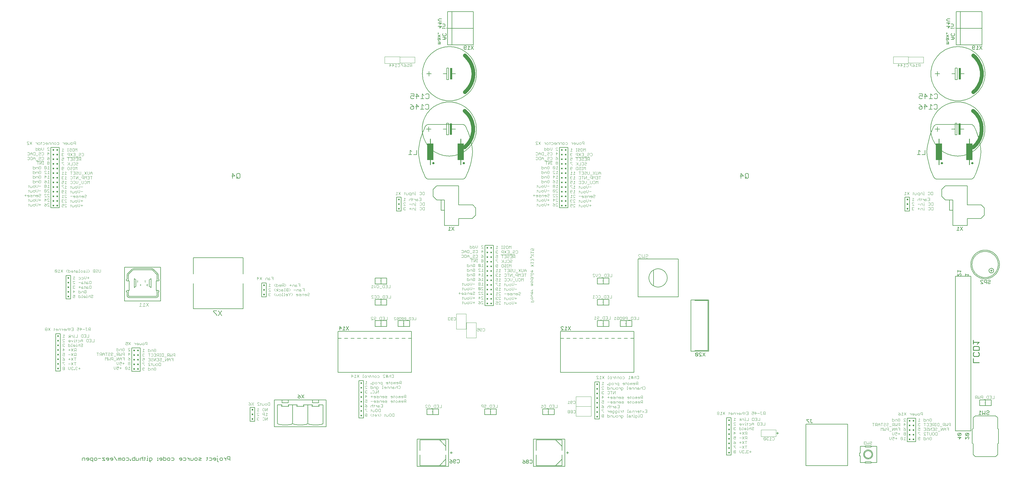
<source format=gbo>
G75*
G70*
%OFA0B0*%
%FSLAX24Y24*%
%IPPOS*%
%LPD*%
%AMOC8*
5,1,8,0,0,1.08239X$1,22.5*
%
%ADD10C,0.0050*%
%ADD11C,0.0040*%
%ADD12C,0.0100*%
%ADD13C,0.0060*%
%ADD14C,0.0070*%
%ADD15C,0.0090*%
%ADD16C,0.0500*%
%ADD17R,0.0250X0.1500*%
%ADD18C,0.0080*%
%ADD19C,0.0020*%
%ADD20R,0.0079X0.0079*%
%ADD21R,0.0787X0.2165*%
%ADD22C,0.0138*%
D10*
X042095Y008236D02*
X042095Y011700D01*
X043079Y011700D01*
X043079Y011346D01*
X043866Y011346D01*
X043866Y011700D01*
X047016Y011700D01*
X047016Y011346D01*
X047803Y011346D01*
X047803Y011700D01*
X048788Y011700D01*
X048788Y008236D01*
X042095Y008236D01*
X042488Y008630D02*
X042488Y011070D01*
X043079Y011070D01*
X043000Y010874D01*
X043945Y010874D01*
X043866Y011070D01*
X044457Y011070D01*
X045048Y011070D01*
X044969Y010874D01*
X045914Y010874D01*
X045835Y011070D01*
X046425Y011070D01*
X047016Y011070D01*
X046937Y010874D01*
X047882Y010874D01*
X047803Y011070D01*
X048394Y011070D01*
X048394Y008630D01*
X046425Y008630D02*
X046425Y011070D01*
X047016Y011700D02*
X047803Y011700D01*
X048394Y008630D02*
X048267Y008587D01*
X048139Y008550D01*
X048008Y008519D01*
X047877Y008494D01*
X047744Y008475D01*
X047611Y008463D01*
X047477Y008457D01*
X047343Y008457D01*
X047209Y008463D01*
X047076Y008475D01*
X046943Y008494D01*
X046812Y008519D01*
X046681Y008550D01*
X046553Y008587D01*
X046426Y008630D01*
X044457Y008630D02*
X044457Y011070D01*
X043866Y011700D02*
X043079Y011700D01*
X042489Y008630D02*
X042616Y008587D01*
X042744Y008550D01*
X042875Y008519D01*
X043006Y008494D01*
X043139Y008475D01*
X043272Y008463D01*
X043406Y008457D01*
X043540Y008457D01*
X043674Y008463D01*
X043807Y008475D01*
X043940Y008494D01*
X044071Y008519D01*
X044202Y008550D01*
X044330Y008587D01*
X044457Y008630D01*
X044584Y008587D01*
X044712Y008550D01*
X044843Y008519D01*
X044974Y008494D01*
X045107Y008475D01*
X045240Y008463D01*
X045374Y008457D01*
X045508Y008457D01*
X045642Y008463D01*
X045775Y008475D01*
X045908Y008494D01*
X046039Y008519D01*
X046170Y008550D01*
X046298Y008587D01*
X046425Y008630D01*
X045907Y011935D02*
X045607Y012385D01*
X045447Y012160D02*
X045221Y012160D01*
X045146Y012085D01*
X045146Y012010D01*
X045221Y011935D01*
X045372Y011935D01*
X045447Y012010D01*
X045447Y012160D01*
X045297Y012310D01*
X045146Y012385D01*
X045607Y011935D02*
X045907Y012385D01*
X050331Y015264D02*
X050331Y019664D01*
X050331Y020564D01*
X059831Y020564D01*
X059831Y019664D01*
X059400Y019664D01*
X059006Y019664D02*
X058576Y019664D01*
X058182Y019664D02*
X057751Y019664D01*
X057358Y019664D02*
X056927Y019664D01*
X056533Y019664D02*
X056102Y019664D01*
X055709Y019664D02*
X055278Y019664D01*
X054884Y019664D02*
X054453Y019664D01*
X054060Y019664D02*
X053629Y019664D01*
X053235Y019664D02*
X052804Y019664D01*
X052411Y019664D02*
X051980Y019664D01*
X051586Y019664D02*
X051155Y019664D01*
X050762Y019664D02*
X050331Y019664D01*
X050541Y020739D02*
X050541Y021190D01*
X050766Y020964D01*
X050466Y020964D01*
X050927Y020739D02*
X051227Y020739D01*
X051077Y020739D02*
X051077Y021190D01*
X051227Y021039D01*
X051387Y021190D02*
X051687Y020739D01*
X051387Y020739D02*
X051687Y021190D01*
X055124Y021207D02*
X055124Y021957D01*
X055874Y021957D01*
X055874Y021207D01*
X056624Y021207D01*
X056624Y021957D01*
X055874Y021957D01*
X058077Y021957D02*
X058827Y021957D01*
X058827Y021207D01*
X059577Y021207D01*
X059577Y021957D01*
X058827Y021957D01*
X058077Y021957D02*
X058077Y021207D01*
X058827Y021207D01*
X059831Y019664D02*
X059831Y015264D01*
X050331Y015264D01*
X061817Y010540D02*
X062567Y010540D01*
X062567Y009790D01*
X063317Y009790D01*
X063317Y010540D01*
X062567Y010540D01*
X061817Y010540D02*
X061817Y009790D01*
X062567Y009790D01*
X069298Y009790D02*
X070048Y009790D01*
X070048Y010540D01*
X069298Y010540D01*
X069298Y009790D01*
X070048Y009790D02*
X070798Y009790D01*
X070798Y010540D01*
X070048Y010540D01*
X076778Y010540D02*
X076778Y009790D01*
X077528Y009790D01*
X077528Y010540D01*
X076778Y010540D01*
X077528Y010540D02*
X078278Y010540D01*
X078278Y009790D01*
X077528Y009790D01*
X079071Y015264D02*
X079071Y019664D01*
X079071Y020564D01*
X088571Y020564D01*
X088571Y019664D01*
X088140Y019664D01*
X087747Y019664D02*
X087316Y019664D01*
X086922Y019664D02*
X086491Y019664D01*
X086098Y019664D02*
X085667Y019664D01*
X085273Y019664D02*
X084842Y019664D01*
X084449Y019664D02*
X084018Y019664D01*
X083624Y019664D02*
X083194Y019664D01*
X082800Y019664D02*
X082369Y019664D01*
X081975Y019664D02*
X081545Y019664D01*
X081151Y019664D02*
X080720Y019664D01*
X080326Y019664D02*
X079896Y019664D01*
X079502Y019664D02*
X079071Y019664D01*
X079162Y020739D02*
X079463Y020739D01*
X079162Y021039D01*
X079162Y021114D01*
X079237Y021190D01*
X079388Y021190D01*
X079463Y021114D01*
X079773Y021190D02*
X079773Y020739D01*
X079923Y020739D02*
X079623Y020739D01*
X079923Y021039D02*
X079773Y021190D01*
X080083Y021190D02*
X080383Y020739D01*
X080083Y020739D02*
X080383Y021190D01*
X083864Y021207D02*
X083864Y021957D01*
X084614Y021957D01*
X084614Y021207D01*
X085364Y021207D01*
X085364Y021957D01*
X084614Y021957D01*
X086817Y021957D02*
X087567Y021957D01*
X087567Y021207D01*
X088317Y021207D01*
X088317Y021957D01*
X087567Y021957D01*
X086817Y021957D02*
X086817Y021207D01*
X087567Y021207D01*
X088571Y019664D02*
X088571Y015264D01*
X079071Y015264D01*
X083864Y021207D02*
X084614Y021207D01*
X084614Y023963D02*
X083864Y023963D01*
X083864Y024713D01*
X084614Y024713D01*
X084614Y023963D01*
X085364Y023963D01*
X085364Y024713D01*
X084614Y024713D01*
X084614Y026719D02*
X083864Y026719D01*
X083864Y027469D01*
X084614Y027469D01*
X084614Y026719D01*
X085364Y026719D01*
X085364Y027469D01*
X084614Y027469D01*
X089103Y025047D02*
X089103Y029929D01*
X094299Y029929D01*
X094299Y025047D01*
X089103Y025047D01*
X091110Y026464D02*
X091110Y028511D01*
X090520Y027488D02*
X090522Y027557D01*
X090528Y027625D01*
X090538Y027693D01*
X090552Y027760D01*
X090570Y027827D01*
X090591Y027892D01*
X090617Y027956D01*
X090646Y028018D01*
X090678Y028078D01*
X090714Y028137D01*
X090754Y028193D01*
X090796Y028247D01*
X090842Y028298D01*
X090891Y028347D01*
X090942Y028393D01*
X090996Y028435D01*
X091052Y028475D01*
X091110Y028511D01*
X091171Y028543D01*
X091233Y028572D01*
X091297Y028598D01*
X091362Y028619D01*
X091429Y028637D01*
X091496Y028651D01*
X091564Y028661D01*
X091632Y028667D01*
X091701Y028669D01*
X091770Y028667D01*
X091838Y028661D01*
X091906Y028651D01*
X091973Y028637D01*
X092040Y028619D01*
X092105Y028598D01*
X092169Y028572D01*
X092231Y028543D01*
X092291Y028511D01*
X092350Y028475D01*
X092406Y028435D01*
X092460Y028393D01*
X092511Y028347D01*
X092560Y028298D01*
X092606Y028247D01*
X092648Y028193D01*
X092688Y028137D01*
X092724Y028078D01*
X092756Y028018D01*
X092785Y027956D01*
X092811Y027892D01*
X092832Y027827D01*
X092850Y027760D01*
X092864Y027693D01*
X092874Y027625D01*
X092880Y027557D01*
X092882Y027488D01*
X092880Y027419D01*
X092874Y027351D01*
X092864Y027283D01*
X092850Y027216D01*
X092832Y027149D01*
X092811Y027084D01*
X092785Y027020D01*
X092756Y026958D01*
X092724Y026897D01*
X092688Y026839D01*
X092648Y026783D01*
X092606Y026729D01*
X092560Y026678D01*
X092511Y026629D01*
X092460Y026583D01*
X092406Y026541D01*
X092350Y026501D01*
X092292Y026465D01*
X092231Y026433D01*
X092169Y026404D01*
X092105Y026378D01*
X092040Y026357D01*
X091973Y026339D01*
X091906Y026325D01*
X091838Y026315D01*
X091770Y026309D01*
X091701Y026307D01*
X091632Y026309D01*
X091564Y026315D01*
X091496Y026325D01*
X091429Y026339D01*
X091362Y026357D01*
X091297Y026378D01*
X091233Y026404D01*
X091171Y026433D01*
X091110Y026465D01*
X091052Y026501D01*
X090996Y026541D01*
X090942Y026583D01*
X090891Y026629D01*
X090842Y026678D01*
X090796Y026729D01*
X090754Y026783D01*
X090714Y026839D01*
X090678Y026897D01*
X090646Y026958D01*
X090617Y027020D01*
X090591Y027084D01*
X090570Y027149D01*
X090552Y027216D01*
X090538Y027283D01*
X090528Y027351D01*
X090522Y027419D01*
X090520Y027488D01*
X095934Y024655D02*
X098237Y024655D01*
X098237Y018002D01*
X095934Y018002D01*
X095934Y024655D01*
X096446Y024557D02*
X098139Y024557D01*
X098139Y018100D01*
X096446Y018100D01*
X096627Y017819D02*
X096552Y017744D01*
X096852Y017444D01*
X096777Y017369D01*
X096627Y017369D01*
X096552Y017444D01*
X096552Y017744D01*
X096627Y017819D02*
X096777Y017819D01*
X096852Y017744D01*
X096852Y017444D01*
X097012Y017369D02*
X097312Y017369D01*
X097012Y017669D01*
X097012Y017744D01*
X097087Y017819D01*
X097237Y017819D01*
X097312Y017744D01*
X097472Y017819D02*
X097773Y017369D01*
X097472Y017369D02*
X097773Y017819D01*
X110922Y009179D02*
X110922Y009104D01*
X111222Y008803D01*
X111222Y008728D01*
X111457Y008803D02*
X111532Y008728D01*
X111607Y008728D01*
X111682Y008803D01*
X111457Y008803D02*
X111457Y009179D01*
X111532Y009179D02*
X111382Y009179D01*
X111222Y009179D02*
X110922Y009179D01*
X110813Y008588D02*
X110813Y003194D01*
X116226Y003194D01*
X116226Y008588D01*
X110813Y008588D01*
X107267Y007403D02*
X107017Y007403D01*
X107142Y007528D02*
X107142Y007278D01*
X117844Y005691D02*
X117844Y004850D01*
X117746Y004850D01*
X117746Y004456D01*
X117844Y004456D01*
X117844Y003616D01*
X118473Y003616D01*
X118473Y003694D01*
X119260Y003694D01*
X119260Y003616D01*
X119988Y003616D01*
X119988Y005691D01*
X119260Y005691D01*
X119260Y005612D01*
X118473Y005612D01*
X118473Y005691D01*
X117844Y005691D01*
X118473Y005691D02*
X118473Y005769D01*
X119260Y005769D01*
X119260Y005691D01*
X118394Y004653D02*
X118396Y004696D01*
X118402Y004738D01*
X118412Y004780D01*
X118425Y004821D01*
X118442Y004861D01*
X118463Y004898D01*
X118487Y004934D01*
X118514Y004967D01*
X118544Y004998D01*
X118577Y005026D01*
X118612Y005051D01*
X118649Y005072D01*
X118688Y005090D01*
X118728Y005104D01*
X118770Y005115D01*
X118812Y005122D01*
X118855Y005125D01*
X118898Y005124D01*
X118941Y005119D01*
X118983Y005110D01*
X119024Y005098D01*
X119064Y005082D01*
X119102Y005062D01*
X119138Y005039D01*
X119172Y005012D01*
X119204Y004983D01*
X119232Y004951D01*
X119258Y004916D01*
X119280Y004880D01*
X119299Y004841D01*
X119314Y004801D01*
X119326Y004760D01*
X119334Y004717D01*
X119338Y004674D01*
X119338Y004632D01*
X119334Y004589D01*
X119326Y004546D01*
X119314Y004505D01*
X119299Y004465D01*
X119280Y004426D01*
X119258Y004390D01*
X119232Y004355D01*
X119204Y004323D01*
X119172Y004294D01*
X119138Y004267D01*
X119102Y004244D01*
X119064Y004224D01*
X119024Y004208D01*
X118983Y004196D01*
X118941Y004187D01*
X118898Y004182D01*
X118855Y004181D01*
X118812Y004184D01*
X118770Y004191D01*
X118728Y004202D01*
X118688Y004216D01*
X118649Y004234D01*
X118612Y004255D01*
X118577Y004280D01*
X118544Y004308D01*
X118514Y004339D01*
X118487Y004372D01*
X118463Y004408D01*
X118442Y004445D01*
X118425Y004485D01*
X118412Y004526D01*
X118402Y004568D01*
X118396Y004610D01*
X118394Y004653D01*
X118275Y004653D02*
X118277Y004701D01*
X118283Y004749D01*
X118293Y004796D01*
X118306Y004842D01*
X118324Y004887D01*
X118344Y004931D01*
X118369Y004973D01*
X118397Y005012D01*
X118427Y005049D01*
X118461Y005083D01*
X118498Y005115D01*
X118536Y005144D01*
X118577Y005169D01*
X118620Y005191D01*
X118665Y005209D01*
X118711Y005223D01*
X118758Y005234D01*
X118806Y005241D01*
X118854Y005244D01*
X118902Y005243D01*
X118950Y005238D01*
X118998Y005229D01*
X119044Y005217D01*
X119089Y005200D01*
X119133Y005180D01*
X119175Y005157D01*
X119215Y005130D01*
X119253Y005100D01*
X119288Y005067D01*
X119320Y005031D01*
X119350Y004993D01*
X119376Y004952D01*
X119398Y004909D01*
X119418Y004865D01*
X119433Y004820D01*
X119445Y004773D01*
X119453Y004725D01*
X119457Y004677D01*
X119457Y004629D01*
X119453Y004581D01*
X119445Y004533D01*
X119433Y004486D01*
X119418Y004441D01*
X119398Y004397D01*
X119376Y004354D01*
X119350Y004313D01*
X119320Y004275D01*
X119288Y004239D01*
X119253Y004206D01*
X119215Y004176D01*
X119175Y004149D01*
X119133Y004126D01*
X119089Y004106D01*
X119044Y004089D01*
X118998Y004077D01*
X118950Y004068D01*
X118902Y004063D01*
X118854Y004062D01*
X118806Y004065D01*
X118758Y004072D01*
X118711Y004083D01*
X118665Y004097D01*
X118620Y004115D01*
X118577Y004137D01*
X118536Y004162D01*
X118498Y004191D01*
X118461Y004223D01*
X118427Y004257D01*
X118397Y004294D01*
X118369Y004333D01*
X118344Y004375D01*
X118324Y004419D01*
X118306Y004464D01*
X118293Y004510D01*
X118283Y004557D01*
X118277Y004605D01*
X118275Y004653D01*
X118473Y003616D02*
X118473Y003537D01*
X119260Y003537D01*
X119260Y003616D01*
X130437Y006876D02*
X130887Y006876D01*
X130662Y006651D01*
X130662Y006951D01*
X130812Y007111D02*
X130887Y007186D01*
X130887Y007336D01*
X130812Y007411D01*
X130512Y007111D01*
X130437Y007186D01*
X130437Y007336D01*
X130512Y007411D01*
X130812Y007411D01*
X130812Y007111D02*
X130512Y007111D01*
X131437Y007186D02*
X131512Y007111D01*
X131812Y007411D01*
X131512Y007411D01*
X131437Y007336D01*
X131437Y007186D01*
X131512Y007111D02*
X131812Y007111D01*
X131887Y007186D01*
X131887Y007336D01*
X131812Y007411D01*
X131812Y006951D02*
X131887Y006876D01*
X131887Y006726D01*
X131812Y006651D01*
X131812Y006951D02*
X131737Y006951D01*
X131437Y006651D01*
X131437Y006951D01*
X133280Y010971D02*
X134030Y010971D01*
X134030Y011721D01*
X133280Y011721D01*
X133280Y010971D01*
X134030Y010971D02*
X134780Y010971D01*
X134780Y011721D01*
X134030Y011721D01*
X134182Y026753D02*
X134182Y027204D01*
X133957Y027204D01*
X133882Y027129D01*
X133882Y026979D01*
X133957Y026903D01*
X134182Y026903D01*
X134343Y026903D02*
X134343Y026828D01*
X134418Y026753D01*
X134568Y026753D01*
X134643Y026828D01*
X134568Y026979D02*
X134418Y026979D01*
X134343Y026903D01*
X134343Y027129D02*
X134418Y027204D01*
X134568Y027204D01*
X134643Y027129D01*
X134643Y027054D01*
X134568Y026979D01*
X133722Y027129D02*
X133647Y027204D01*
X133497Y027204D01*
X133422Y027129D01*
X133422Y027054D01*
X133722Y026753D01*
X133422Y026753D01*
X131887Y027897D02*
X131437Y027897D01*
X131437Y028047D02*
X131437Y027746D01*
X131737Y027746D02*
X131887Y027897D01*
X130887Y027972D02*
X130887Y027822D01*
X130812Y027746D01*
X130887Y027972D02*
X130812Y028047D01*
X130737Y028047D01*
X130437Y027746D01*
X130437Y028047D01*
X130437Y028207D02*
X130437Y028507D01*
X130437Y028357D02*
X130887Y028357D01*
X130737Y028207D01*
X130778Y033625D02*
X131079Y034075D01*
X130778Y034075D02*
X131079Y033625D01*
X130618Y033625D02*
X130318Y033625D01*
X130468Y033625D02*
X130468Y034075D01*
X130618Y033925D01*
X129824Y034258D02*
X131674Y034258D01*
X131674Y035164D01*
X133446Y035164D01*
X133879Y035597D01*
X133879Y036542D01*
X133485Y036936D01*
X131674Y036936D01*
X131674Y039416D01*
X128839Y039416D01*
X128367Y038944D01*
X128367Y038038D01*
X128839Y037566D01*
X129391Y037566D01*
X129391Y036227D01*
X129824Y036227D01*
X129824Y034258D01*
X129824Y036227D02*
X129824Y037566D01*
X129391Y037566D01*
X127833Y040260D02*
X132085Y040260D01*
X132085Y040259D02*
X132131Y040260D01*
X132176Y040264D01*
X132221Y040272D01*
X132265Y040283D01*
X132308Y040298D01*
X132349Y040317D01*
X132389Y040339D01*
X132427Y040365D01*
X132462Y040393D01*
X132495Y040425D01*
X132525Y040459D01*
X132553Y040495D01*
X132577Y040534D01*
X132597Y040574D01*
X127834Y040259D02*
X127788Y040260D01*
X127743Y040264D01*
X127698Y040272D01*
X127654Y040283D01*
X127611Y040298D01*
X127570Y040317D01*
X127530Y040339D01*
X127492Y040365D01*
X127457Y040393D01*
X127424Y040425D01*
X127394Y040459D01*
X127366Y040495D01*
X127342Y040534D01*
X127322Y040574D01*
X133463Y043804D02*
X133421Y044222D01*
X133360Y044638D01*
X133280Y045050D01*
X133180Y045458D01*
X133062Y045861D01*
X132925Y046259D01*
X132770Y046649D01*
X132597Y047032D01*
X132577Y047072D01*
X132553Y047111D01*
X132525Y047147D01*
X132495Y047181D01*
X132462Y047213D01*
X132427Y047241D01*
X132389Y047267D01*
X132349Y047289D01*
X132308Y047308D01*
X132265Y047323D01*
X132221Y047334D01*
X132176Y047342D01*
X132131Y047346D01*
X132085Y047347D01*
X127833Y047347D01*
X127834Y047347D02*
X127788Y047346D01*
X127743Y047342D01*
X127698Y047334D01*
X127654Y047323D01*
X127611Y047308D01*
X127570Y047289D01*
X127530Y047267D01*
X127492Y047241D01*
X127457Y047213D01*
X127424Y047181D01*
X127394Y047147D01*
X127366Y047111D01*
X127342Y047072D01*
X127322Y047032D01*
X133463Y043803D02*
X133421Y043385D01*
X133360Y042969D01*
X133280Y042557D01*
X133180Y042149D01*
X133062Y041746D01*
X132925Y041348D01*
X132770Y040958D01*
X132597Y040575D01*
X126456Y043804D02*
X126498Y044222D01*
X126559Y044638D01*
X126639Y045050D01*
X126739Y045458D01*
X126857Y045861D01*
X126994Y046259D01*
X127149Y046649D01*
X127322Y047032D01*
X126456Y043803D02*
X126498Y043385D01*
X126559Y042969D01*
X126639Y042557D01*
X126739Y042149D01*
X126857Y041746D01*
X126994Y041348D01*
X127149Y040958D01*
X127322Y040575D01*
X132430Y057047D02*
X132355Y057122D01*
X132355Y057422D01*
X132430Y057497D01*
X132580Y057497D01*
X132655Y057422D01*
X132655Y057347D01*
X132580Y057272D01*
X132355Y057272D01*
X132430Y057047D02*
X132580Y057047D01*
X132655Y057122D01*
X132815Y057047D02*
X133116Y057047D01*
X132966Y057047D02*
X132966Y057497D01*
X133116Y057347D01*
X133276Y057497D02*
X133576Y057047D01*
X133276Y057047D02*
X133576Y057497D01*
X133579Y057622D02*
X133579Y059788D01*
X130233Y059788D01*
X130233Y057622D01*
X130795Y057622D01*
X130795Y061953D01*
X130233Y061953D01*
X130233Y059788D01*
X130123Y059810D02*
X130048Y059810D01*
X129898Y059810D02*
X129598Y059810D01*
X129598Y059735D02*
X129598Y059885D01*
X129598Y060041D02*
X129898Y060041D01*
X129898Y060267D01*
X129823Y060342D01*
X129598Y060342D01*
X129448Y060486D02*
X129223Y060261D01*
X129223Y060561D01*
X129148Y060721D02*
X128998Y060871D01*
X129148Y061021D01*
X129448Y061021D01*
X129448Y060721D02*
X129148Y060721D01*
X128998Y060486D02*
X129448Y060486D01*
X129223Y060100D02*
X129223Y059800D01*
X129448Y060025D01*
X128998Y060025D01*
X129898Y059810D02*
X129898Y059735D01*
X129973Y059114D02*
X130048Y059039D01*
X130048Y058889D01*
X129973Y058814D01*
X129673Y058814D01*
X129598Y058889D01*
X129598Y059039D01*
X129673Y059114D01*
X129298Y058949D02*
X128998Y058649D01*
X128998Y058489D02*
X128998Y058264D01*
X129073Y058189D01*
X129148Y058264D01*
X129148Y058489D01*
X129223Y058489D02*
X128998Y058489D01*
X129223Y058489D02*
X129298Y058414D01*
X129298Y058264D01*
X129223Y058029D02*
X128998Y058029D01*
X128998Y057878D02*
X129223Y057878D01*
X129298Y057954D01*
X129223Y058029D01*
X129223Y057878D02*
X129298Y057803D01*
X129298Y057728D01*
X128998Y057728D01*
X129598Y058353D02*
X129898Y058353D01*
X130048Y058503D01*
X129898Y058654D01*
X129598Y058654D01*
X129823Y058654D02*
X129823Y058353D01*
X129298Y058649D02*
X128998Y058949D01*
X128998Y059110D02*
X128998Y059185D01*
X129073Y059185D01*
X129073Y059110D01*
X128998Y059110D01*
X130795Y057622D02*
X133579Y057622D01*
X133579Y059788D02*
X133579Y061953D01*
X130795Y061953D01*
X060707Y043803D02*
X060749Y043385D01*
X060810Y042969D01*
X060890Y042557D01*
X060990Y042149D01*
X061108Y041746D01*
X061245Y041348D01*
X061400Y040958D01*
X061573Y040575D01*
X061573Y040574D02*
X061593Y040534D01*
X061617Y040495D01*
X061645Y040459D01*
X061675Y040425D01*
X061708Y040393D01*
X061743Y040365D01*
X061781Y040339D01*
X061821Y040317D01*
X061862Y040298D01*
X061905Y040283D01*
X061949Y040272D01*
X061994Y040264D01*
X062039Y040260D01*
X062085Y040259D01*
X062085Y040260D02*
X066337Y040260D01*
X066337Y040259D02*
X066383Y040260D01*
X066428Y040264D01*
X066473Y040272D01*
X066517Y040283D01*
X066560Y040298D01*
X066601Y040317D01*
X066641Y040339D01*
X066679Y040365D01*
X066714Y040393D01*
X066747Y040425D01*
X066777Y040459D01*
X066805Y040495D01*
X066829Y040534D01*
X066849Y040574D01*
X065926Y039416D02*
X063091Y039416D01*
X062619Y038944D01*
X062619Y038038D01*
X063091Y037566D01*
X063643Y037566D01*
X063643Y036227D01*
X064076Y036227D01*
X064076Y034258D01*
X065926Y034258D01*
X065926Y035164D01*
X067698Y035164D01*
X068131Y035597D01*
X068131Y036542D01*
X067737Y036936D01*
X065926Y036936D01*
X065926Y039416D01*
X064076Y037566D02*
X064076Y036227D01*
X064076Y037566D02*
X063643Y037566D01*
X064720Y034075D02*
X064720Y033625D01*
X064870Y033625D02*
X064570Y033625D01*
X064870Y033925D02*
X064720Y034075D01*
X065030Y034075D02*
X065331Y033625D01*
X065030Y033625D02*
X065331Y034075D01*
X056624Y027469D02*
X055874Y027469D01*
X055874Y026719D01*
X056624Y026719D01*
X056624Y027469D01*
X055874Y027469D02*
X055124Y027469D01*
X055124Y026719D01*
X055874Y026719D01*
X055874Y024713D02*
X055124Y024713D01*
X055124Y023963D01*
X055874Y023963D01*
X055874Y024713D01*
X056624Y024713D01*
X056624Y023963D01*
X055874Y023963D01*
X055874Y021207D02*
X055124Y021207D01*
X064779Y004004D02*
X064929Y003929D01*
X065080Y003779D01*
X064854Y003779D01*
X064779Y003703D01*
X064779Y003628D01*
X064854Y003553D01*
X065005Y003553D01*
X065080Y003628D01*
X065080Y003779D01*
X065240Y003779D02*
X065465Y003779D01*
X065540Y003854D01*
X065540Y003929D01*
X065465Y004004D01*
X065315Y004004D01*
X065240Y003929D01*
X065240Y003628D01*
X065315Y003553D01*
X065465Y003553D01*
X065540Y003628D01*
X065700Y003628D02*
X065775Y003553D01*
X065925Y003553D01*
X066000Y003628D01*
X066000Y003929D01*
X065925Y004004D01*
X065775Y004004D01*
X065700Y003929D01*
X074204Y003954D02*
X074354Y003879D01*
X074505Y003729D01*
X074279Y003729D01*
X074204Y003653D01*
X074204Y003578D01*
X074279Y003503D01*
X074430Y003503D01*
X074505Y003578D01*
X074505Y003729D01*
X074665Y003804D02*
X074740Y003729D01*
X074890Y003729D01*
X074965Y003804D01*
X074965Y003879D01*
X074890Y003954D01*
X074740Y003954D01*
X074665Y003879D01*
X074665Y003804D01*
X074740Y003729D02*
X074665Y003653D01*
X074665Y003578D01*
X074740Y003503D01*
X074890Y003503D01*
X074965Y003578D01*
X074965Y003653D01*
X074890Y003729D01*
X075125Y003879D02*
X075200Y003954D01*
X075350Y003954D01*
X075425Y003879D01*
X075425Y003578D01*
X075350Y003503D01*
X075200Y003503D01*
X075125Y003578D01*
X060707Y043804D02*
X060749Y044222D01*
X060810Y044638D01*
X060890Y045050D01*
X060990Y045458D01*
X061108Y045861D01*
X061245Y046259D01*
X061400Y046649D01*
X061573Y047032D01*
X061593Y047072D01*
X061617Y047111D01*
X061645Y047147D01*
X061675Y047181D01*
X061708Y047213D01*
X061743Y047241D01*
X061781Y047267D01*
X061821Y047289D01*
X061862Y047308D01*
X061905Y047323D01*
X061949Y047334D01*
X061994Y047342D01*
X062039Y047346D01*
X062085Y047347D01*
X066337Y047347D01*
X066383Y047346D01*
X066428Y047342D01*
X066473Y047334D01*
X066517Y047323D01*
X066560Y047308D01*
X066601Y047289D01*
X066641Y047267D01*
X066679Y047241D01*
X066714Y047213D01*
X066747Y047181D01*
X066777Y047147D01*
X066805Y047111D01*
X066829Y047072D01*
X066849Y047032D01*
X067715Y043803D02*
X067673Y043385D01*
X067612Y042969D01*
X067532Y042557D01*
X067432Y042149D01*
X067314Y041746D01*
X067177Y041348D01*
X067022Y040958D01*
X066849Y040575D01*
X067715Y043804D02*
X067673Y044222D01*
X067612Y044638D01*
X067532Y045050D01*
X067432Y045458D01*
X067314Y045861D01*
X067177Y046259D01*
X067022Y046649D01*
X066849Y047032D01*
X066832Y057047D02*
X066682Y057047D01*
X066607Y057122D01*
X066607Y057422D01*
X066682Y057497D01*
X066832Y057497D01*
X066907Y057422D01*
X066907Y057347D01*
X066832Y057272D01*
X066607Y057272D01*
X066832Y057047D02*
X066907Y057122D01*
X067067Y057047D02*
X067368Y057047D01*
X067217Y057047D02*
X067217Y057497D01*
X067368Y057347D01*
X067528Y057497D02*
X067828Y057047D01*
X067528Y057047D02*
X067828Y057497D01*
X067831Y057622D02*
X067831Y059788D01*
X064485Y059788D01*
X064485Y057622D01*
X065047Y057622D01*
X065047Y061953D01*
X064485Y061953D01*
X064485Y059788D01*
X064375Y059810D02*
X064300Y059810D01*
X064150Y059810D02*
X063850Y059810D01*
X063850Y059735D02*
X063850Y059885D01*
X063850Y060041D02*
X064150Y060041D01*
X064150Y060267D01*
X064075Y060342D01*
X063850Y060342D01*
X063700Y060486D02*
X063475Y060261D01*
X063475Y060561D01*
X063400Y060721D02*
X063250Y060871D01*
X063400Y061021D01*
X063700Y061021D01*
X063700Y060721D02*
X063400Y060721D01*
X063250Y060486D02*
X063700Y060486D01*
X063475Y060100D02*
X063475Y059800D01*
X063700Y060025D01*
X063250Y060025D01*
X064150Y059810D02*
X064150Y059735D01*
X064225Y059114D02*
X064300Y059039D01*
X064300Y058889D01*
X064225Y058814D01*
X063925Y058814D01*
X063850Y058889D01*
X063850Y059039D01*
X063925Y059114D01*
X063550Y058949D02*
X063250Y058649D01*
X063250Y058489D02*
X063250Y058264D01*
X063325Y058189D01*
X063400Y058264D01*
X063400Y058489D01*
X063475Y058489D02*
X063250Y058489D01*
X063475Y058489D02*
X063550Y058414D01*
X063550Y058264D01*
X063475Y058029D02*
X063250Y058029D01*
X063250Y057878D02*
X063475Y057878D01*
X063550Y057954D01*
X063475Y058029D01*
X063475Y057878D02*
X063550Y057803D01*
X063550Y057728D01*
X063250Y057728D01*
X063850Y058353D02*
X064150Y058353D01*
X064300Y058503D01*
X064150Y058654D01*
X063850Y058654D01*
X064075Y058654D02*
X064075Y058353D01*
X063550Y058649D02*
X063250Y058949D01*
X063250Y059110D02*
X063250Y059185D01*
X063325Y059185D01*
X063325Y059110D01*
X063250Y059110D01*
X065047Y057622D02*
X067831Y057622D01*
X067831Y059788D02*
X067831Y061953D01*
X065047Y061953D01*
D11*
X059836Y055184D02*
X059656Y055184D01*
X059596Y055124D01*
X059596Y055004D01*
X059656Y054943D01*
X059836Y054943D01*
X059836Y054823D02*
X059836Y055184D01*
X059716Y054943D02*
X059596Y054823D01*
X059468Y054823D02*
X059228Y054823D01*
X059348Y054823D02*
X059348Y055184D01*
X059468Y055064D01*
X059100Y055004D02*
X058919Y055004D01*
X058859Y054943D01*
X058859Y054883D01*
X058919Y054823D01*
X059039Y054823D01*
X059100Y054883D01*
X059100Y055004D01*
X058979Y055124D01*
X058859Y055184D01*
X058731Y055184D02*
X058491Y055184D01*
X058491Y055124D01*
X058731Y054883D01*
X058731Y054823D01*
X058284Y054858D02*
X058284Y055099D01*
X058224Y055159D01*
X058104Y055159D01*
X058044Y055099D01*
X057916Y055039D02*
X057796Y055159D01*
X057796Y054798D01*
X057916Y054798D02*
X057676Y054798D01*
X057548Y054979D02*
X057308Y054979D01*
X057179Y054979D02*
X056939Y054979D01*
X056999Y055159D02*
X056999Y054798D01*
X057179Y054979D02*
X056999Y055159D01*
X057368Y055159D02*
X057548Y054979D01*
X057368Y055159D02*
X057368Y054798D01*
X058044Y054858D02*
X058104Y054798D01*
X058224Y054798D01*
X058284Y054858D01*
X075867Y045056D02*
X075927Y045116D01*
X076047Y045116D01*
X076107Y045056D01*
X076235Y045116D02*
X076476Y044755D01*
X076235Y044755D02*
X076476Y045116D01*
X076971Y044996D02*
X077031Y044996D01*
X077151Y044876D01*
X077151Y044996D02*
X077151Y044755D01*
X077279Y044815D02*
X077279Y044936D01*
X077339Y044996D01*
X077459Y044996D01*
X077519Y044936D01*
X077519Y044815D01*
X077459Y044755D01*
X077339Y044755D01*
X077279Y044815D01*
X077645Y044755D02*
X077705Y044815D01*
X077705Y045056D01*
X077765Y044996D02*
X077645Y044996D01*
X077893Y044996D02*
X078073Y044996D01*
X078133Y044936D01*
X078133Y044815D01*
X078073Y044755D01*
X077893Y044755D01*
X078261Y044876D02*
X078501Y044876D01*
X078501Y044936D02*
X078441Y044996D01*
X078321Y044996D01*
X078261Y044936D01*
X078261Y044876D01*
X078321Y044755D02*
X078441Y044755D01*
X078501Y044815D01*
X078501Y044936D01*
X078630Y044936D02*
X078630Y044755D01*
X078630Y044936D02*
X078690Y044996D01*
X078870Y044996D01*
X078870Y044755D01*
X078998Y044755D02*
X078998Y044936D01*
X079058Y044996D01*
X079238Y044996D01*
X079238Y044755D01*
X079366Y044815D02*
X079366Y044936D01*
X079426Y044996D01*
X079546Y044996D01*
X079606Y044936D01*
X079606Y044815D01*
X079546Y044755D01*
X079426Y044755D01*
X079366Y044815D01*
X079734Y044755D02*
X079915Y044755D01*
X079975Y044815D01*
X079975Y044936D01*
X079915Y044996D01*
X079734Y044996D01*
X080470Y044996D02*
X080530Y044996D01*
X080650Y044876D01*
X080650Y044996D02*
X080650Y044755D01*
X080778Y044876D02*
X081018Y044876D01*
X081018Y044936D02*
X080958Y044996D01*
X080838Y044996D01*
X080778Y044936D01*
X080778Y044876D01*
X080838Y044755D02*
X080958Y044755D01*
X081018Y044815D01*
X081018Y044936D01*
X081146Y044996D02*
X081146Y044815D01*
X081206Y044755D01*
X081266Y044815D01*
X081326Y044755D01*
X081387Y044815D01*
X081387Y044996D01*
X081515Y044936D02*
X081575Y044996D01*
X081695Y044996D01*
X081755Y044936D01*
X081755Y044815D01*
X081695Y044755D01*
X081575Y044755D01*
X081515Y044815D01*
X081515Y044936D01*
X081883Y044936D02*
X081943Y044876D01*
X082123Y044876D01*
X082123Y044755D02*
X082123Y045116D01*
X081943Y045116D01*
X081883Y045056D01*
X081883Y044936D01*
X081882Y044241D02*
X081942Y044181D01*
X081942Y043940D01*
X081882Y043880D01*
X081762Y043880D01*
X081702Y043940D01*
X081702Y044181D01*
X081762Y044241D01*
X081882Y044241D01*
X082070Y044241D02*
X082070Y043880D01*
X082065Y043641D02*
X082065Y043280D01*
X081825Y043280D01*
X081696Y043280D02*
X081456Y043641D01*
X081328Y043641D02*
X081148Y043641D01*
X081088Y043581D01*
X081088Y043461D01*
X081148Y043401D01*
X081328Y043401D01*
X081328Y043280D02*
X081328Y043641D01*
X081394Y043880D02*
X081514Y043880D01*
X081574Y043940D01*
X081514Y044061D02*
X081394Y044061D01*
X081333Y044001D01*
X081333Y043940D01*
X081394Y043880D01*
X081205Y043880D02*
X081085Y043880D01*
X081145Y043880D02*
X081145Y044241D01*
X081205Y044241D02*
X081085Y044241D01*
X081333Y044181D02*
X081394Y044241D01*
X081514Y044241D01*
X081574Y044181D01*
X081574Y044121D01*
X081514Y044061D01*
X081696Y043641D02*
X081456Y043280D01*
X081456Y043041D02*
X081696Y043041D01*
X081696Y042680D01*
X081456Y042680D01*
X081576Y042861D02*
X081696Y042861D01*
X081825Y042801D02*
X081825Y042740D01*
X081885Y042680D01*
X082005Y042680D01*
X082065Y042740D01*
X082005Y042861D02*
X081885Y042861D01*
X081825Y042801D01*
X081825Y042981D02*
X081885Y043041D01*
X082005Y043041D01*
X082065Y042981D01*
X082065Y042921D01*
X082005Y042861D01*
X082193Y043041D02*
X082433Y043041D01*
X082433Y042680D01*
X082193Y042680D01*
X082313Y042861D02*
X082433Y042861D01*
X082561Y042861D02*
X082621Y042801D01*
X082801Y042801D01*
X082681Y042801D02*
X082561Y042680D01*
X082561Y042861D02*
X082561Y042981D01*
X082621Y043041D01*
X082801Y043041D01*
X082801Y042680D01*
X082821Y043120D02*
X080980Y043120D01*
X081088Y043041D02*
X081328Y043041D01*
X081208Y043041D02*
X081208Y042680D01*
X081088Y042441D02*
X081328Y042201D01*
X081268Y042261D02*
X081088Y042080D01*
X081328Y042080D02*
X081328Y042441D01*
X081696Y042441D02*
X081696Y042080D01*
X081456Y042080D01*
X081516Y041841D02*
X081636Y041841D01*
X081696Y041781D01*
X081696Y041721D01*
X081636Y041661D01*
X081516Y041661D01*
X081456Y041601D01*
X081456Y041540D01*
X081516Y041480D01*
X081636Y041480D01*
X081696Y041540D01*
X081822Y041480D02*
X081942Y041480D01*
X081882Y041480D02*
X081882Y041841D01*
X081942Y041841D02*
X081822Y041841D01*
X081885Y042080D02*
X081825Y042140D01*
X081885Y042080D02*
X082005Y042080D01*
X082065Y042140D01*
X082065Y042381D01*
X082005Y042441D01*
X081885Y042441D01*
X081825Y042381D01*
X082193Y042381D02*
X082253Y042441D01*
X082373Y042441D01*
X082433Y042381D01*
X082433Y042321D01*
X082373Y042261D01*
X082253Y042261D01*
X082193Y042201D01*
X082193Y042140D01*
X082253Y042080D01*
X082373Y042080D01*
X082433Y042140D01*
X082310Y041841D02*
X082190Y041721D01*
X082070Y041841D01*
X082070Y041480D01*
X082065Y041241D02*
X082065Y040880D01*
X081825Y040880D01*
X081945Y041061D02*
X082065Y041061D01*
X082193Y041001D02*
X082193Y040940D01*
X082253Y040880D01*
X082373Y040880D01*
X082433Y040940D01*
X082561Y040940D02*
X082561Y041241D01*
X082433Y041181D02*
X082373Y041241D01*
X082253Y041241D01*
X082193Y041181D01*
X082253Y041061D02*
X082193Y041001D01*
X082253Y041061D02*
X082373Y041061D01*
X082433Y041121D01*
X082433Y041181D01*
X082561Y040940D02*
X082621Y040880D01*
X082741Y040880D01*
X082801Y040940D01*
X082801Y041241D01*
X082929Y040820D02*
X083170Y040820D01*
X083298Y040880D02*
X083538Y041241D01*
X083666Y041241D02*
X083666Y040940D01*
X083726Y040880D01*
X083846Y040880D01*
X083906Y040940D01*
X083906Y041241D01*
X084034Y041121D02*
X084034Y040880D01*
X084034Y041061D02*
X084275Y041061D01*
X084275Y041121D02*
X084155Y041241D01*
X084034Y041121D01*
X084275Y041121D02*
X084275Y040880D01*
X084275Y040641D02*
X084034Y040641D01*
X084155Y040641D02*
X084155Y040280D01*
X083906Y040280D02*
X083906Y040641D01*
X083666Y040641D01*
X083538Y040641D02*
X083418Y040521D01*
X083298Y040641D01*
X083298Y040280D01*
X083170Y040280D02*
X083170Y040641D01*
X082990Y040641D01*
X082929Y040581D01*
X082929Y040461D01*
X082990Y040401D01*
X083170Y040401D01*
X083170Y040041D02*
X083170Y039740D01*
X083110Y039680D01*
X082990Y039680D01*
X082929Y039740D01*
X082929Y040041D01*
X082801Y040220D02*
X082561Y040220D01*
X082433Y040280D02*
X082433Y040641D01*
X082193Y040280D01*
X082193Y040641D01*
X082065Y040641D02*
X081825Y040641D01*
X081945Y040641D02*
X081945Y040280D01*
X082005Y040041D02*
X082065Y039981D01*
X082065Y039740D01*
X082005Y039680D01*
X081885Y039680D01*
X081825Y039740D01*
X081696Y039740D02*
X081636Y039680D01*
X081516Y039680D01*
X081456Y039740D01*
X081696Y039740D02*
X081696Y039981D01*
X081636Y040041D01*
X081516Y040041D01*
X081456Y039981D01*
X081516Y040280D02*
X081456Y040340D01*
X081516Y040280D02*
X081636Y040280D01*
X081696Y040340D01*
X081696Y040581D01*
X081636Y040641D01*
X081516Y040641D01*
X081456Y040581D01*
X081576Y040880D02*
X081576Y041241D01*
X081696Y041241D02*
X081456Y041241D01*
X081268Y041480D02*
X081148Y041480D01*
X081088Y041540D01*
X081088Y041781D01*
X081148Y041841D01*
X081268Y041841D01*
X081328Y041781D01*
X081328Y041540D01*
X081268Y041480D01*
X081456Y041781D02*
X081516Y041841D01*
X081825Y041241D02*
X082065Y041241D01*
X082310Y041480D02*
X082310Y041841D01*
X083298Y041241D02*
X083538Y040880D01*
X083538Y040641D02*
X083538Y040280D01*
X083666Y040280D02*
X083906Y040280D01*
X083906Y040461D02*
X083786Y040461D01*
X083666Y040041D02*
X083666Y039680D01*
X083538Y039740D02*
X083478Y039680D01*
X083358Y039680D01*
X083298Y039740D01*
X083538Y039740D02*
X083538Y039981D01*
X083478Y040041D01*
X083358Y040041D01*
X083298Y039981D01*
X083666Y040041D02*
X083786Y039921D01*
X083906Y040041D01*
X083906Y039680D01*
X083047Y039261D02*
X082807Y039261D01*
X082679Y039201D02*
X082559Y039080D01*
X082438Y039201D01*
X082438Y039441D01*
X082561Y039620D02*
X082801Y039620D01*
X082679Y039441D02*
X082679Y039201D01*
X082679Y038841D02*
X082679Y038601D01*
X082559Y038480D01*
X082438Y038601D01*
X082438Y038841D01*
X082310Y038661D02*
X082250Y038721D01*
X082130Y038721D01*
X082070Y038661D01*
X082070Y038540D01*
X082130Y038480D01*
X082250Y038480D01*
X082310Y038540D01*
X082310Y038661D01*
X081942Y038721D02*
X081942Y038540D01*
X081882Y038480D01*
X081702Y038480D01*
X081702Y038721D01*
X081574Y038721D02*
X081454Y038721D01*
X081514Y038781D02*
X081514Y038540D01*
X081454Y038480D01*
X081456Y038061D02*
X081696Y038061D01*
X081825Y038061D02*
X081825Y038001D01*
X082065Y038001D01*
X082065Y038061D02*
X082005Y038121D01*
X081885Y038121D01*
X081825Y038061D01*
X081885Y037880D02*
X082005Y037880D01*
X082065Y037940D01*
X082065Y038061D01*
X082193Y038121D02*
X082373Y038121D01*
X082433Y038061D01*
X082373Y038001D01*
X082253Y038001D01*
X082193Y037940D01*
X082253Y037880D01*
X082433Y037880D01*
X082561Y037880D02*
X082561Y038061D01*
X082621Y038121D01*
X082801Y038121D01*
X082801Y037880D01*
X082929Y038001D02*
X083170Y038001D01*
X083170Y038061D02*
X083110Y038121D01*
X082990Y038121D01*
X082929Y038061D01*
X082929Y038001D01*
X082990Y037880D02*
X083110Y037880D01*
X083170Y037940D01*
X083170Y038061D01*
X083298Y038001D02*
X083298Y037940D01*
X083358Y037880D01*
X083478Y037880D01*
X083538Y037940D01*
X083478Y038061D02*
X083358Y038061D01*
X083298Y038001D01*
X083298Y038181D02*
X083358Y038241D01*
X083478Y038241D01*
X083538Y038181D01*
X083538Y038121D01*
X083478Y038061D01*
X082927Y037581D02*
X082927Y037340D01*
X083047Y037461D02*
X082807Y037461D01*
X082679Y037401D02*
X082679Y037641D01*
X082679Y037401D02*
X082559Y037280D01*
X082438Y037401D01*
X082438Y037641D01*
X082310Y037461D02*
X082310Y037340D01*
X082250Y037280D01*
X082130Y037280D01*
X082070Y037340D01*
X082070Y037461D01*
X082130Y037521D01*
X082250Y037521D01*
X082310Y037461D01*
X081942Y037521D02*
X081942Y037340D01*
X081882Y037280D01*
X081702Y037280D01*
X081702Y037521D01*
X081574Y037521D02*
X081454Y037521D01*
X081514Y037581D02*
X081514Y037340D01*
X081454Y037280D01*
X081514Y036981D02*
X081514Y036740D01*
X081454Y036680D01*
X081454Y036921D02*
X081574Y036921D01*
X081702Y036921D02*
X081702Y036680D01*
X081882Y036680D01*
X081942Y036740D01*
X081942Y036921D01*
X082070Y036861D02*
X082130Y036921D01*
X082250Y036921D01*
X082310Y036861D01*
X082310Y036740D01*
X082250Y036680D01*
X082130Y036680D01*
X082070Y036740D01*
X082070Y036861D01*
X082438Y036801D02*
X082438Y037041D01*
X082438Y036801D02*
X082559Y036680D01*
X082679Y036801D01*
X082679Y037041D01*
X082807Y036861D02*
X083047Y036861D01*
X082927Y036981D02*
X082927Y036740D01*
X080960Y036680D02*
X080720Y036921D01*
X080720Y036981D01*
X080780Y037041D01*
X080900Y037041D01*
X080960Y036981D01*
X080960Y037280D02*
X080720Y037521D01*
X080720Y037581D01*
X080780Y037641D01*
X080900Y037641D01*
X080960Y037581D01*
X080960Y037880D02*
X080720Y038121D01*
X080720Y038181D01*
X080780Y038241D01*
X080900Y038241D01*
X080960Y038181D01*
X080960Y038480D02*
X080720Y038480D01*
X080840Y038480D02*
X080840Y038841D01*
X080960Y038721D01*
X080960Y039080D02*
X080720Y039080D01*
X080840Y039080D02*
X080840Y039441D01*
X080960Y039321D01*
X080960Y039680D02*
X080720Y039680D01*
X080840Y039680D02*
X080840Y040041D01*
X080960Y039921D01*
X080960Y040280D02*
X080720Y040280D01*
X080840Y040280D02*
X080840Y040641D01*
X080960Y040521D01*
X080960Y040880D02*
X080720Y040880D01*
X080840Y040880D02*
X080840Y041241D01*
X080960Y041121D01*
X080591Y041121D02*
X080471Y041241D01*
X080471Y040880D01*
X080591Y040880D02*
X080351Y040880D01*
X080411Y040641D02*
X080351Y040581D01*
X080351Y040521D01*
X080411Y040461D01*
X080351Y040401D01*
X080351Y040340D01*
X080411Y040280D01*
X080531Y040280D01*
X080591Y040340D01*
X080471Y040461D02*
X080411Y040461D01*
X080411Y040641D02*
X080531Y040641D01*
X080591Y040581D01*
X080591Y040041D02*
X080591Y039861D01*
X080471Y039921D01*
X080411Y039921D01*
X080351Y039861D01*
X080351Y039740D01*
X080411Y039680D01*
X080531Y039680D01*
X080591Y039740D01*
X080591Y039441D02*
X080351Y039441D01*
X080351Y039381D01*
X080591Y039140D01*
X080591Y039080D01*
X080531Y038841D02*
X080591Y038781D01*
X080591Y038721D01*
X080531Y038661D01*
X080351Y038661D01*
X080351Y038781D02*
X080351Y038540D01*
X080411Y038480D01*
X080531Y038480D01*
X080591Y038540D01*
X080531Y038841D02*
X080411Y038841D01*
X080351Y038781D01*
X080471Y038241D02*
X080471Y037880D01*
X080591Y037880D02*
X080351Y037880D01*
X080411Y037641D02*
X080351Y037581D01*
X080351Y037521D01*
X080411Y037461D01*
X080351Y037401D01*
X080351Y037340D01*
X080411Y037280D01*
X080531Y037280D01*
X080591Y037340D01*
X080720Y037280D02*
X080960Y037280D01*
X080591Y037041D02*
X080591Y036861D01*
X080471Y036921D01*
X080411Y036921D01*
X080351Y036861D01*
X080351Y036740D01*
X080411Y036680D01*
X080531Y036680D01*
X080591Y036740D01*
X080720Y036680D02*
X080960Y036680D01*
X080591Y037041D02*
X080351Y037041D01*
X080411Y037461D02*
X080471Y037461D01*
X080591Y037581D02*
X080531Y037641D01*
X080411Y037641D01*
X080720Y037880D02*
X080960Y037880D01*
X080591Y038121D02*
X080471Y038241D01*
X081454Y039080D02*
X081514Y039140D01*
X081514Y039381D01*
X081574Y039321D02*
X081454Y039321D01*
X081702Y039321D02*
X081702Y039080D01*
X081882Y039080D01*
X081942Y039140D01*
X081942Y039321D01*
X082070Y039261D02*
X082130Y039321D01*
X082250Y039321D01*
X082310Y039261D01*
X082310Y039140D01*
X082250Y039080D01*
X082130Y039080D01*
X082070Y039140D01*
X082070Y039261D01*
X082313Y039680D02*
X082193Y039801D01*
X082193Y040041D01*
X082005Y040041D02*
X081885Y040041D01*
X081825Y039981D01*
X082313Y039680D02*
X082433Y039801D01*
X082433Y040041D01*
X080591Y040041D02*
X080351Y040041D01*
X078723Y040021D02*
X078603Y040141D01*
X078603Y039780D01*
X078723Y039780D02*
X078483Y039780D01*
X078355Y039840D02*
X078295Y039780D01*
X078175Y039780D01*
X078115Y039840D01*
X078115Y039901D01*
X078175Y039961D01*
X078355Y039961D01*
X078355Y039840D01*
X078355Y039961D02*
X078235Y040081D01*
X078115Y040141D01*
X078175Y040380D02*
X078175Y040741D01*
X078355Y040561D01*
X078115Y040561D01*
X078483Y040380D02*
X078723Y040380D01*
X078603Y040380D02*
X078603Y040741D01*
X078723Y040621D01*
X078723Y040980D02*
X078483Y040980D01*
X078603Y040980D02*
X078603Y041341D01*
X078723Y041221D01*
X078723Y041580D02*
X078483Y041580D01*
X078603Y041580D02*
X078603Y041941D01*
X078723Y041821D01*
X078663Y042180D02*
X078723Y042240D01*
X078723Y042301D01*
X078663Y042361D01*
X078543Y042361D01*
X078483Y042301D01*
X078483Y042240D01*
X078543Y042180D01*
X078663Y042180D01*
X078663Y042361D02*
X078723Y042421D01*
X078723Y042481D01*
X078663Y042541D01*
X078543Y042541D01*
X078483Y042481D01*
X078483Y042421D01*
X078543Y042361D01*
X078543Y042780D02*
X078483Y042840D01*
X078483Y042901D01*
X078543Y042961D01*
X078723Y042961D01*
X078723Y042840D01*
X078663Y042780D01*
X078543Y042780D01*
X078723Y042961D02*
X078603Y043081D01*
X078483Y043141D01*
X078543Y043380D02*
X078543Y043741D01*
X078723Y043561D01*
X078483Y043561D01*
X078483Y043980D02*
X078723Y043980D01*
X078483Y044221D01*
X078483Y044281D01*
X078543Y044341D01*
X078663Y044341D01*
X078723Y044281D01*
X077987Y044341D02*
X077987Y044101D01*
X077866Y043980D01*
X077746Y044101D01*
X077746Y044341D01*
X077618Y044161D02*
X077558Y044221D01*
X077378Y044221D01*
X077378Y044341D02*
X077378Y043980D01*
X077558Y043980D01*
X077618Y044040D01*
X077618Y044161D01*
X077250Y044161D02*
X077190Y044221D01*
X077010Y044221D01*
X077010Y044341D02*
X077010Y043980D01*
X077190Y043980D01*
X077250Y044040D01*
X077250Y044161D01*
X077438Y043741D02*
X077558Y043741D01*
X077618Y043681D01*
X077618Y043621D01*
X077558Y043561D01*
X077438Y043561D01*
X077378Y043501D01*
X077378Y043440D01*
X077438Y043380D01*
X077558Y043380D01*
X077618Y043440D01*
X077746Y043440D02*
X077806Y043380D01*
X077926Y043380D01*
X077987Y043440D01*
X077987Y043681D01*
X077926Y043741D01*
X077806Y043741D01*
X077746Y043681D01*
X077438Y043741D02*
X077378Y043681D01*
X077250Y043320D02*
X077010Y043320D01*
X076882Y043380D02*
X076882Y043741D01*
X076701Y043741D01*
X076641Y043681D01*
X076641Y043440D01*
X076701Y043380D01*
X076882Y043380D01*
X076762Y043141D02*
X076641Y043021D01*
X076641Y042780D01*
X076513Y042780D02*
X076333Y042780D01*
X076273Y042840D01*
X076273Y043081D01*
X076333Y043141D01*
X076513Y043141D01*
X076513Y042780D01*
X076641Y042961D02*
X076882Y042961D01*
X076882Y043021D02*
X076762Y043141D01*
X076882Y043021D02*
X076882Y042780D01*
X077010Y042720D02*
X077250Y042720D01*
X077378Y042840D02*
X077438Y042780D01*
X077558Y042780D01*
X077618Y042840D01*
X077746Y042840D02*
X077806Y042780D01*
X077926Y042780D01*
X077987Y042840D01*
X077987Y043081D01*
X077926Y043141D01*
X077806Y043141D01*
X077746Y043081D01*
X077618Y043081D02*
X077618Y043021D01*
X077558Y042961D01*
X077438Y042961D01*
X077378Y042901D01*
X077378Y042840D01*
X077378Y043081D02*
X077438Y043141D01*
X077558Y043141D01*
X077618Y043081D01*
X077501Y042541D02*
X077501Y042180D01*
X077741Y042541D01*
X077741Y042180D01*
X077866Y042180D02*
X077987Y042180D01*
X077926Y042180D02*
X077926Y042541D01*
X077866Y042541D02*
X077987Y042541D01*
X078007Y042620D02*
X077024Y042620D01*
X077132Y042541D02*
X077373Y042541D01*
X077253Y042541D02*
X077253Y042180D01*
X077438Y041941D02*
X077558Y041941D01*
X077618Y041881D01*
X077618Y041640D01*
X077558Y041580D01*
X077438Y041580D01*
X077378Y041640D01*
X077378Y041761D01*
X077498Y041761D01*
X077378Y041881D02*
X077438Y041941D01*
X077250Y041821D02*
X077070Y041821D01*
X077010Y041761D01*
X077010Y041580D01*
X076882Y041640D02*
X076882Y041761D01*
X076822Y041821D01*
X076641Y041821D01*
X076641Y041941D02*
X076641Y041580D01*
X076822Y041580D01*
X076882Y041640D01*
X077250Y041580D02*
X077250Y041821D01*
X077438Y041341D02*
X077558Y041341D01*
X077618Y041281D01*
X077618Y041040D01*
X077558Y040980D01*
X077438Y040980D01*
X077378Y041040D01*
X077378Y041161D01*
X077498Y041161D01*
X077378Y041281D02*
X077438Y041341D01*
X077250Y041221D02*
X077070Y041221D01*
X077010Y041161D01*
X077010Y040980D01*
X076882Y041040D02*
X076882Y041161D01*
X076822Y041221D01*
X076641Y041221D01*
X076641Y041341D02*
X076641Y040980D01*
X076822Y040980D01*
X076882Y041040D01*
X077250Y040980D02*
X077250Y041221D01*
X077438Y040741D02*
X077558Y040741D01*
X077618Y040681D01*
X077618Y040440D01*
X077558Y040380D01*
X077438Y040380D01*
X077378Y040440D01*
X077378Y040561D01*
X077498Y040561D01*
X077378Y040681D02*
X077438Y040741D01*
X077250Y040621D02*
X077070Y040621D01*
X077010Y040561D01*
X077010Y040380D01*
X076882Y040440D02*
X076882Y040561D01*
X076822Y040621D01*
X076641Y040621D01*
X076641Y040741D02*
X076641Y040380D01*
X076822Y040380D01*
X076882Y040440D01*
X077250Y040380D02*
X077250Y040621D01*
X077438Y040141D02*
X077558Y040141D01*
X077618Y040081D01*
X077618Y039840D01*
X077558Y039780D01*
X077438Y039780D01*
X077378Y039840D01*
X077378Y039961D01*
X077498Y039961D01*
X077378Y040081D02*
X077438Y040141D01*
X077250Y040021D02*
X077070Y040021D01*
X077010Y039961D01*
X077010Y039780D01*
X076882Y039840D02*
X076882Y039961D01*
X076822Y040021D01*
X076641Y040021D01*
X076641Y040141D02*
X076641Y039780D01*
X076822Y039780D01*
X076882Y039840D01*
X077010Y039541D02*
X077010Y039301D01*
X077130Y039180D01*
X077250Y039301D01*
X077250Y039541D01*
X077378Y039361D02*
X077618Y039361D01*
X078115Y039421D02*
X078175Y039361D01*
X078295Y039361D01*
X078355Y039421D01*
X078355Y039481D01*
X078295Y039541D01*
X078175Y039541D01*
X078115Y039481D01*
X078115Y039421D01*
X078175Y039361D02*
X078115Y039301D01*
X078115Y039240D01*
X078175Y039180D01*
X078295Y039180D01*
X078355Y039240D01*
X078355Y039301D01*
X078295Y039361D01*
X078483Y039180D02*
X078723Y039180D01*
X078603Y039180D02*
X078603Y039541D01*
X078723Y039421D01*
X078663Y038941D02*
X078723Y038881D01*
X078663Y038941D02*
X078543Y038941D01*
X078483Y038881D01*
X078483Y038821D01*
X078723Y038580D01*
X078483Y038580D01*
X078355Y038640D02*
X078115Y038881D01*
X078115Y038640D01*
X078175Y038580D01*
X078295Y038580D01*
X078355Y038640D01*
X078355Y038881D01*
X078295Y038941D01*
X078175Y038941D01*
X078115Y038881D01*
X077618Y038761D02*
X077378Y038761D01*
X077250Y038701D02*
X077250Y038941D01*
X077010Y038941D02*
X077010Y038701D01*
X077130Y038580D01*
X077250Y038701D01*
X076882Y038761D02*
X076882Y038640D01*
X076822Y038580D01*
X076701Y038580D01*
X076641Y038640D01*
X076641Y038761D01*
X076701Y038821D01*
X076822Y038821D01*
X076882Y038761D01*
X076513Y038821D02*
X076513Y038640D01*
X076453Y038580D01*
X076273Y038580D01*
X076273Y038821D01*
X076145Y038821D02*
X076025Y038821D01*
X076085Y038881D02*
X076085Y038640D01*
X076025Y038580D01*
X076085Y038221D02*
X075965Y038221D01*
X075905Y038161D01*
X075905Y038101D01*
X076145Y038101D01*
X076145Y038161D02*
X076085Y038221D01*
X076145Y038161D02*
X076145Y038040D01*
X076085Y037980D01*
X075965Y037980D01*
X075777Y038161D02*
X075536Y038161D01*
X075657Y038281D02*
X075657Y038040D01*
X076025Y037621D02*
X076145Y037621D01*
X076085Y037681D02*
X076085Y037440D01*
X076025Y037380D01*
X076273Y037380D02*
X076273Y037621D01*
X076513Y037621D02*
X076513Y037440D01*
X076453Y037380D01*
X076273Y037380D01*
X076085Y037081D02*
X076085Y036840D01*
X076025Y036780D01*
X076025Y037021D02*
X076145Y037021D01*
X076273Y037021D02*
X076273Y036780D01*
X076453Y036780D01*
X076513Y036840D01*
X076513Y037021D01*
X076641Y036961D02*
X076701Y037021D01*
X076822Y037021D01*
X076882Y036961D01*
X076882Y036840D01*
X076822Y036780D01*
X076701Y036780D01*
X076641Y036840D01*
X076641Y036961D01*
X077010Y036901D02*
X077130Y036780D01*
X077250Y036901D01*
X077250Y037141D01*
X077378Y036961D02*
X077618Y036961D01*
X077498Y037081D02*
X077498Y036840D01*
X077010Y036901D02*
X077010Y037141D01*
X077130Y037380D02*
X077010Y037501D01*
X077010Y037741D01*
X076882Y037561D02*
X076882Y037440D01*
X076822Y037380D01*
X076701Y037380D01*
X076641Y037440D01*
X076641Y037561D01*
X076701Y037621D01*
X076822Y037621D01*
X076882Y037561D01*
X077130Y037380D02*
X077250Y037501D01*
X077250Y037741D01*
X077378Y037561D02*
X077618Y037561D01*
X077498Y037681D02*
X077498Y037440D01*
X077438Y037980D02*
X077558Y037980D01*
X077618Y038040D01*
X077558Y038161D02*
X077438Y038161D01*
X077378Y038101D01*
X077378Y038040D01*
X077438Y037980D01*
X077250Y038040D02*
X077250Y038161D01*
X077190Y038221D01*
X077070Y038221D01*
X077010Y038161D01*
X077010Y038101D01*
X077250Y038101D01*
X077250Y038040D02*
X077190Y037980D01*
X077070Y037980D01*
X076882Y037980D02*
X076882Y038221D01*
X076701Y038221D01*
X076641Y038161D01*
X076641Y037980D01*
X076513Y037980D02*
X076333Y037980D01*
X076273Y038040D01*
X076333Y038101D01*
X076453Y038101D01*
X076513Y038161D01*
X076453Y038221D01*
X076273Y038221D01*
X076273Y039180D02*
X076273Y039421D01*
X076145Y039421D02*
X076025Y039421D01*
X076085Y039481D02*
X076085Y039240D01*
X076025Y039180D01*
X076273Y039180D02*
X076453Y039180D01*
X076513Y039240D01*
X076513Y039421D01*
X076641Y039361D02*
X076701Y039421D01*
X076822Y039421D01*
X076882Y039361D01*
X076882Y039240D01*
X076822Y039180D01*
X076701Y039180D01*
X076641Y039240D01*
X076641Y039361D01*
X077250Y039780D02*
X077250Y040021D01*
X078115Y040980D02*
X078355Y040980D01*
X078115Y041221D01*
X078115Y041281D01*
X078175Y041341D01*
X078295Y041341D01*
X078355Y041281D01*
X078295Y041580D02*
X078355Y041640D01*
X078115Y041881D01*
X078115Y041640D01*
X078175Y041580D01*
X078295Y041580D01*
X078355Y041640D02*
X078355Y041881D01*
X078295Y041941D01*
X078175Y041941D01*
X078115Y041881D01*
X076145Y042840D02*
X076085Y042780D01*
X075965Y042780D01*
X075905Y042840D01*
X076145Y042840D02*
X076145Y043081D01*
X076085Y043141D01*
X075965Y043141D01*
X075905Y043081D01*
X075965Y043380D02*
X075905Y043440D01*
X075965Y043380D02*
X076085Y043380D01*
X076145Y043440D01*
X076145Y043681D01*
X076085Y043741D01*
X075965Y043741D01*
X075905Y043681D01*
X076273Y043621D02*
X076273Y043380D01*
X076273Y043561D02*
X076513Y043561D01*
X076513Y043621D02*
X076393Y043741D01*
X076273Y043621D01*
X076513Y043621D02*
X076513Y043380D01*
X076107Y044755D02*
X075867Y044996D01*
X075867Y045056D01*
X075867Y044755D02*
X076107Y044755D01*
X080351Y043880D02*
X080591Y043880D01*
X080471Y043880D02*
X080471Y044241D01*
X080591Y044121D01*
X080531Y043641D02*
X080411Y043641D01*
X080351Y043581D01*
X080351Y043521D01*
X080411Y043461D01*
X080351Y043401D01*
X080351Y043340D01*
X080411Y043280D01*
X080531Y043280D01*
X080591Y043340D01*
X080471Y043461D02*
X080411Y043461D01*
X080591Y043581D02*
X080531Y043641D01*
X080591Y043041D02*
X080591Y042861D01*
X080471Y042921D01*
X080411Y042921D01*
X080351Y042861D01*
X080351Y042740D01*
X080411Y042680D01*
X080531Y042680D01*
X080591Y042740D01*
X080591Y042441D02*
X080351Y042441D01*
X080351Y042381D01*
X080591Y042140D01*
X080591Y042080D01*
X080531Y041841D02*
X080591Y041781D01*
X080591Y041721D01*
X080531Y041661D01*
X080351Y041661D01*
X080351Y041781D02*
X080411Y041841D01*
X080531Y041841D01*
X080351Y041781D02*
X080351Y041540D01*
X080411Y041480D01*
X080531Y041480D01*
X080591Y041540D01*
X080591Y043041D02*
X080351Y043041D01*
X081825Y043641D02*
X082065Y043641D01*
X082065Y043461D02*
X081945Y043461D01*
X082193Y043220D02*
X082433Y043220D01*
X082561Y043340D02*
X082621Y043280D01*
X082741Y043280D01*
X082801Y043340D01*
X082929Y043340D02*
X082990Y043280D01*
X083110Y043280D01*
X083170Y043340D01*
X083170Y043581D01*
X083110Y043641D01*
X082990Y043641D01*
X082929Y043581D01*
X082801Y043581D02*
X082801Y043521D01*
X082741Y043461D01*
X082621Y043461D01*
X082561Y043401D01*
X082561Y043340D01*
X082561Y043581D02*
X082621Y043641D01*
X082741Y043641D01*
X082801Y043581D01*
X082310Y043880D02*
X082310Y044241D01*
X082190Y044121D01*
X082070Y044241D01*
X082807Y038661D02*
X083047Y038661D01*
X078723Y038281D02*
X078663Y038341D01*
X078543Y038341D01*
X078483Y038281D01*
X078483Y038221D01*
X078723Y037980D01*
X078483Y037980D01*
X078355Y037980D02*
X078115Y038221D01*
X078115Y038281D01*
X078175Y038341D01*
X078295Y038341D01*
X078355Y038281D01*
X078355Y037980D02*
X078115Y037980D01*
X078175Y037741D02*
X078355Y037561D01*
X078115Y037561D01*
X078175Y037741D02*
X078175Y037380D01*
X078115Y037141D02*
X078235Y037081D01*
X078355Y036961D01*
X078175Y036961D01*
X078115Y036901D01*
X078115Y036840D01*
X078175Y036780D01*
X078295Y036780D01*
X078355Y036840D01*
X078355Y036961D01*
X078483Y037021D02*
X078483Y037081D01*
X078543Y037141D01*
X078663Y037141D01*
X078723Y037081D01*
X078483Y037021D02*
X078723Y036780D01*
X078483Y036780D01*
X078483Y037380D02*
X078723Y037380D01*
X078483Y037621D01*
X078483Y037681D01*
X078543Y037741D01*
X078663Y037741D01*
X078723Y037681D01*
X077618Y038221D02*
X077558Y038161D01*
X077618Y038221D02*
X077618Y038281D01*
X077558Y038341D01*
X077438Y038341D01*
X077378Y038281D01*
X075617Y031295D02*
X075617Y031055D01*
X075437Y031055D01*
X075497Y031175D01*
X075497Y031235D01*
X075437Y031295D01*
X075317Y031295D01*
X075257Y031235D01*
X075257Y031115D01*
X075317Y031055D01*
X075257Y030927D02*
X075257Y030687D01*
X075257Y030807D02*
X075617Y030807D01*
X075497Y030687D01*
X075617Y030559D02*
X075257Y030318D01*
X075257Y030193D02*
X075257Y030133D01*
X075317Y030133D01*
X075317Y030193D01*
X075257Y030193D01*
X075137Y030073D01*
X075317Y029945D02*
X075257Y029885D01*
X075257Y029765D01*
X075317Y029705D01*
X075257Y029576D02*
X075257Y029336D01*
X075257Y029456D02*
X075617Y029456D01*
X075497Y029336D01*
X075617Y029208D02*
X075257Y028968D01*
X075257Y029208D02*
X075617Y028968D01*
X075437Y028471D02*
X075377Y028471D01*
X075377Y028231D01*
X075437Y028231D02*
X075497Y028291D01*
X075497Y028411D01*
X075437Y028471D01*
X075257Y028411D02*
X075257Y028291D01*
X075317Y028231D01*
X075437Y028231D01*
X075257Y028106D02*
X075257Y027986D01*
X075257Y028046D02*
X075617Y028046D01*
X075617Y027986D01*
X075497Y027858D02*
X075257Y027858D01*
X075257Y027677D01*
X075317Y027617D01*
X075497Y027617D01*
X075497Y027489D02*
X075497Y027309D01*
X075437Y027249D01*
X075317Y027249D01*
X075257Y027309D01*
X075257Y027489D01*
X075617Y027489D01*
X075437Y027121D02*
X075497Y027061D01*
X075497Y026941D01*
X075437Y026881D01*
X075317Y026881D01*
X075257Y026941D01*
X075257Y027061D01*
X075317Y027121D01*
X075437Y027121D01*
X075437Y026753D02*
X075257Y026753D01*
X075257Y026633D02*
X075437Y026633D01*
X075497Y026693D01*
X075437Y026753D01*
X075437Y026633D02*
X075497Y026573D01*
X075497Y026512D01*
X075257Y026512D01*
X075497Y026017D02*
X075497Y025957D01*
X075377Y025837D01*
X075257Y025837D02*
X075497Y025837D01*
X075437Y025709D02*
X075377Y025709D01*
X075377Y025469D01*
X075437Y025469D02*
X075497Y025529D01*
X075497Y025649D01*
X075437Y025709D01*
X075257Y025649D02*
X075257Y025529D01*
X075317Y025469D01*
X075437Y025469D01*
X075497Y025341D02*
X075317Y025341D01*
X075257Y025281D01*
X075317Y025221D01*
X075257Y025161D01*
X075317Y025101D01*
X075497Y025101D01*
X075437Y024972D02*
X075497Y024912D01*
X075497Y024792D01*
X075437Y024732D01*
X075317Y024732D01*
X075257Y024792D01*
X075257Y024912D01*
X075317Y024972D01*
X075437Y024972D01*
X075437Y024604D02*
X075377Y024544D01*
X075377Y024364D01*
X075257Y024364D02*
X075617Y024364D01*
X075617Y024544D01*
X075557Y024604D01*
X075437Y024604D01*
X073907Y025333D02*
X073846Y025273D01*
X073726Y025273D01*
X073666Y025333D01*
X073666Y025393D01*
X073726Y025454D01*
X073846Y025454D01*
X073907Y025514D01*
X073907Y025574D01*
X073846Y025634D01*
X073726Y025634D01*
X073666Y025574D01*
X073538Y025454D02*
X073478Y025514D01*
X073358Y025514D01*
X073298Y025454D01*
X073298Y025393D01*
X073538Y025393D01*
X073538Y025333D02*
X073538Y025454D01*
X073538Y025333D02*
X073478Y025273D01*
X073358Y025273D01*
X073170Y025273D02*
X073170Y025514D01*
X072990Y025514D01*
X072930Y025454D01*
X072930Y025273D01*
X072802Y025273D02*
X072621Y025273D01*
X072561Y025333D01*
X072621Y025393D01*
X072742Y025393D01*
X072802Y025454D01*
X072742Y025514D01*
X072561Y025514D01*
X072433Y025454D02*
X072373Y025514D01*
X072253Y025514D01*
X072193Y025454D01*
X072193Y025393D01*
X072433Y025393D01*
X072433Y025333D02*
X072433Y025454D01*
X072433Y025333D02*
X072373Y025273D01*
X072253Y025273D01*
X072065Y025454D02*
X071825Y025454D01*
X071822Y025873D02*
X071882Y025933D01*
X071882Y026174D01*
X071942Y026114D02*
X071822Y026114D01*
X072070Y026114D02*
X072070Y025873D01*
X072250Y025873D01*
X072310Y025933D01*
X072310Y026114D01*
X072439Y026054D02*
X072499Y026114D01*
X072619Y026114D01*
X072679Y026054D01*
X072679Y025933D01*
X072619Y025873D01*
X072499Y025873D01*
X072439Y025933D01*
X072439Y026054D01*
X072807Y025993D02*
X072807Y026234D01*
X073047Y026234D02*
X073047Y025993D01*
X072927Y025873D01*
X072807Y025993D01*
X073175Y026054D02*
X073415Y026054D01*
X073415Y026654D02*
X073175Y026654D01*
X073047Y026593D02*
X072927Y026473D01*
X072807Y026593D01*
X072807Y026834D01*
X072930Y027013D02*
X073170Y027013D01*
X073298Y027133D02*
X073298Y027434D01*
X073170Y027613D02*
X072930Y027613D01*
X072802Y027673D02*
X072802Y028034D01*
X072561Y027673D01*
X072561Y028034D01*
X072433Y028034D02*
X072193Y028034D01*
X072313Y028034D02*
X072313Y027673D01*
X072253Y027434D02*
X072373Y027434D01*
X072433Y027374D01*
X072433Y027133D01*
X072373Y027073D01*
X072253Y027073D01*
X072193Y027133D01*
X072065Y027133D02*
X072005Y027073D01*
X071885Y027073D01*
X071825Y027133D01*
X072065Y027133D02*
X072065Y027374D01*
X072005Y027434D01*
X071885Y027434D01*
X071825Y027374D01*
X071885Y027673D02*
X071825Y027733D01*
X071885Y027673D02*
X072005Y027673D01*
X072065Y027733D01*
X072065Y027974D01*
X072005Y028034D01*
X071885Y028034D01*
X071825Y027974D01*
X071945Y028273D02*
X071945Y028634D01*
X072065Y028634D02*
X071825Y028634D01*
X071885Y028873D02*
X072005Y028873D01*
X072065Y028933D01*
X072005Y029054D02*
X071885Y029054D01*
X071825Y028993D01*
X071825Y028933D01*
X071885Y028873D01*
X071697Y028933D02*
X071637Y028873D01*
X071516Y028873D01*
X071456Y028933D01*
X071456Y029174D01*
X071516Y029234D01*
X071637Y029234D01*
X071697Y029174D01*
X071697Y028933D01*
X071825Y029174D02*
X071885Y029234D01*
X072005Y029234D01*
X072065Y029174D01*
X072065Y029114D01*
X072005Y029054D01*
X072190Y029234D02*
X072310Y029234D01*
X072250Y029234D02*
X072250Y028873D01*
X072310Y028873D02*
X072190Y028873D01*
X072193Y028634D02*
X072433Y028634D01*
X072433Y028273D01*
X072193Y028273D01*
X072313Y028454D02*
X072433Y028454D01*
X072561Y028393D02*
X072561Y028333D01*
X072621Y028273D01*
X072742Y028273D01*
X072802Y028333D01*
X072930Y028333D02*
X072930Y028634D01*
X072802Y028574D02*
X072802Y028514D01*
X072742Y028454D01*
X072621Y028454D01*
X072561Y028393D01*
X072561Y028574D02*
X072621Y028634D01*
X072742Y028634D01*
X072802Y028574D01*
X072930Y028333D02*
X072990Y028273D01*
X073110Y028273D01*
X073170Y028333D01*
X073170Y028634D01*
X073298Y028213D02*
X073538Y028213D01*
X073666Y028273D02*
X073907Y028634D01*
X074035Y028634D02*
X074035Y028333D01*
X074095Y028273D01*
X074215Y028273D01*
X074275Y028333D01*
X074275Y028634D01*
X074403Y028514D02*
X074403Y028273D01*
X074403Y028454D02*
X074643Y028454D01*
X074643Y028514D02*
X074523Y028634D01*
X074403Y028514D01*
X074643Y028514D02*
X074643Y028273D01*
X074643Y028034D02*
X074403Y028034D01*
X074523Y028034D02*
X074523Y027673D01*
X074275Y027673D02*
X074035Y027673D01*
X073907Y027673D02*
X073907Y028034D01*
X073786Y027914D01*
X073666Y028034D01*
X073666Y027673D01*
X073538Y027673D02*
X073538Y028034D01*
X073358Y028034D01*
X073298Y027974D01*
X073298Y027854D01*
X073358Y027793D01*
X073538Y027793D01*
X073538Y027434D02*
X073538Y027133D01*
X073478Y027073D01*
X073358Y027073D01*
X073298Y027133D01*
X073666Y027133D02*
X073726Y027073D01*
X073846Y027073D01*
X073907Y027133D01*
X073907Y027374D01*
X073846Y027434D01*
X073726Y027434D01*
X073666Y027374D01*
X074035Y027434D02*
X074035Y027073D01*
X074275Y027073D02*
X074275Y027434D01*
X074155Y027314D01*
X074035Y027434D01*
X074275Y027673D02*
X074275Y028034D01*
X074035Y028034D01*
X074155Y027854D02*
X074275Y027854D01*
X073907Y028273D02*
X073666Y028634D01*
X072679Y028873D02*
X072679Y029234D01*
X072559Y029114D01*
X072439Y029234D01*
X072439Y028873D01*
X072373Y029473D02*
X072253Y029473D01*
X072193Y029533D01*
X072065Y029473D02*
X071825Y029473D01*
X071697Y029473D02*
X071697Y029834D01*
X071637Y029654D02*
X071456Y029473D01*
X071697Y029593D02*
X071456Y029834D01*
X071577Y030073D02*
X071577Y030434D01*
X071697Y030434D02*
X071456Y030434D01*
X071348Y030513D02*
X073190Y030513D01*
X073170Y030434D02*
X072990Y030434D01*
X072930Y030374D01*
X072930Y030254D01*
X072990Y030193D01*
X073170Y030193D01*
X073170Y030073D02*
X073170Y030434D01*
X073110Y030673D02*
X073170Y030733D01*
X073110Y030673D02*
X072990Y030673D01*
X072930Y030733D01*
X072930Y030793D01*
X072990Y030854D01*
X073110Y030854D01*
X073170Y030914D01*
X073170Y030974D01*
X073110Y031034D01*
X072990Y031034D01*
X072930Y030974D01*
X073298Y030974D02*
X073358Y031034D01*
X073478Y031034D01*
X073538Y030974D01*
X073538Y030733D01*
X073478Y030673D01*
X073358Y030673D01*
X073298Y030733D01*
X072802Y030613D02*
X072561Y030613D01*
X072433Y030673D02*
X072193Y030673D01*
X072065Y030673D02*
X071825Y031034D01*
X071697Y031034D02*
X071516Y031034D01*
X071456Y030974D01*
X071456Y030854D01*
X071516Y030793D01*
X071697Y030793D01*
X071697Y030673D02*
X071697Y031034D01*
X071762Y031273D02*
X071882Y031273D01*
X071942Y031333D01*
X072070Y031333D02*
X072070Y031574D01*
X072130Y031634D01*
X072250Y031634D01*
X072310Y031574D01*
X072310Y031333D01*
X072250Y031273D01*
X072130Y031273D01*
X072070Y031333D01*
X071942Y031514D02*
X071882Y031454D01*
X071762Y031454D01*
X071702Y031393D01*
X071702Y031333D01*
X071762Y031273D01*
X071574Y031273D02*
X071454Y031273D01*
X071514Y031273D02*
X071514Y031634D01*
X071574Y031634D02*
X071454Y031634D01*
X071702Y031574D02*
X071762Y031634D01*
X071882Y031634D01*
X071942Y031574D01*
X071942Y031514D01*
X072065Y031034D02*
X071825Y030673D01*
X071825Y030434D02*
X072065Y030434D01*
X072065Y030073D01*
X071825Y030073D01*
X071945Y030254D02*
X072065Y030254D01*
X072193Y030193D02*
X072193Y030133D01*
X072253Y030073D01*
X072373Y030073D01*
X072433Y030133D01*
X072373Y030254D02*
X072253Y030254D01*
X072193Y030193D01*
X072193Y030374D02*
X072253Y030434D01*
X072373Y030434D01*
X072433Y030374D01*
X072433Y030314D01*
X072373Y030254D01*
X072561Y030434D02*
X072802Y030434D01*
X072802Y030073D01*
X072561Y030073D01*
X072681Y030254D02*
X072802Y030254D01*
X072930Y030073D02*
X073050Y030193D01*
X072742Y029834D02*
X072621Y029834D01*
X072561Y029774D01*
X072433Y029774D02*
X072433Y029533D01*
X072373Y029473D01*
X072561Y029533D02*
X072621Y029473D01*
X072742Y029473D01*
X072802Y029533D01*
X072742Y029654D02*
X072621Y029654D01*
X072561Y029593D01*
X072561Y029533D01*
X072742Y029654D02*
X072802Y029714D01*
X072802Y029774D01*
X072742Y029834D01*
X072433Y029774D02*
X072373Y029834D01*
X072253Y029834D01*
X072193Y029774D01*
X072065Y029834D02*
X072065Y029473D01*
X070960Y029473D02*
X070960Y029533D01*
X070720Y029774D01*
X070720Y029834D01*
X070960Y029834D01*
X070900Y030073D02*
X070960Y030133D01*
X070900Y030073D02*
X070780Y030073D01*
X070720Y030133D01*
X070720Y030254D01*
X070780Y030314D01*
X070840Y030314D01*
X070960Y030254D01*
X070960Y030434D01*
X070720Y030434D01*
X070780Y030673D02*
X070900Y030673D01*
X070960Y030733D01*
X070840Y030854D02*
X070780Y030854D01*
X070720Y030793D01*
X070720Y030733D01*
X070780Y030673D01*
X070780Y030854D02*
X070720Y030914D01*
X070720Y030974D01*
X070780Y031034D01*
X070900Y031034D01*
X070960Y030974D01*
X070960Y031273D02*
X070720Y031273D01*
X070840Y031273D02*
X070840Y031634D01*
X070960Y031514D01*
X072193Y031034D02*
X072433Y031034D01*
X072433Y030673D01*
X072433Y030854D02*
X072313Y030854D01*
X072439Y031273D02*
X072439Y031634D01*
X072559Y031514D01*
X072679Y031634D01*
X072679Y031273D01*
X075257Y030559D02*
X075617Y030318D01*
X075557Y029945D02*
X075497Y029945D01*
X075437Y029885D01*
X075377Y029945D01*
X075317Y029945D01*
X075437Y029885D02*
X075437Y029825D01*
X075557Y029945D02*
X075617Y029885D01*
X075617Y029765D01*
X075557Y029705D01*
X071328Y028514D02*
X071208Y028634D01*
X071208Y028273D01*
X071328Y028273D02*
X071088Y028273D01*
X070960Y028273D02*
X070720Y028273D01*
X070840Y028273D02*
X070840Y028634D01*
X070960Y028514D01*
X070900Y028873D02*
X070780Y028873D01*
X070720Y028933D01*
X070720Y029174D01*
X070780Y029234D01*
X070900Y029234D01*
X070960Y029174D01*
X070960Y029114D01*
X070900Y029054D01*
X070720Y029054D01*
X070900Y028873D02*
X070960Y028933D01*
X069092Y028923D02*
X068851Y028923D01*
X068972Y028923D02*
X068972Y029284D01*
X069092Y029164D01*
X069032Y029523D02*
X069092Y029583D01*
X069092Y029643D01*
X069032Y029704D01*
X068912Y029704D01*
X068851Y029643D01*
X068851Y029583D01*
X068912Y029523D01*
X069032Y029523D01*
X069032Y029704D02*
X069092Y029764D01*
X069092Y029824D01*
X069032Y029884D01*
X068912Y029884D01*
X068851Y029824D01*
X068851Y029764D01*
X068912Y029704D01*
X068912Y030123D02*
X068851Y030183D01*
X068851Y030243D01*
X068912Y030304D01*
X069092Y030304D01*
X069092Y030183D01*
X069032Y030123D01*
X068912Y030123D01*
X069092Y030304D02*
X068972Y030424D01*
X068851Y030484D01*
X068912Y030723D02*
X068912Y031084D01*
X069092Y030904D01*
X068851Y030904D01*
X068851Y031323D02*
X069092Y031323D01*
X068851Y031564D01*
X068851Y031624D01*
X068912Y031684D01*
X069032Y031684D01*
X069092Y031624D01*
X068355Y031684D02*
X068355Y031443D01*
X068235Y031323D01*
X068115Y031443D01*
X068115Y031684D01*
X067987Y031504D02*
X067927Y031564D01*
X067747Y031564D01*
X067747Y031684D02*
X067747Y031323D01*
X067927Y031323D01*
X067987Y031383D01*
X067987Y031504D01*
X067618Y031504D02*
X067558Y031564D01*
X067378Y031564D01*
X067378Y031684D02*
X067378Y031323D01*
X067558Y031323D01*
X067618Y031383D01*
X067618Y031504D01*
X067807Y031084D02*
X067927Y031084D01*
X067987Y031024D01*
X067987Y030964D01*
X067927Y030904D01*
X067807Y030904D01*
X067747Y030843D01*
X067747Y030783D01*
X067807Y030723D01*
X067927Y030723D01*
X067987Y030783D01*
X068115Y030783D02*
X068175Y030723D01*
X068295Y030723D01*
X068355Y030783D01*
X068355Y031024D01*
X068295Y031084D01*
X068175Y031084D01*
X068115Y031024D01*
X067807Y031084D02*
X067747Y031024D01*
X067618Y030663D02*
X067378Y030663D01*
X067250Y030723D02*
X067070Y030723D01*
X067010Y030783D01*
X067010Y031024D01*
X067070Y031084D01*
X067250Y031084D01*
X067250Y030723D01*
X067130Y030484D02*
X067010Y030364D01*
X067010Y030123D01*
X066882Y030123D02*
X066702Y030123D01*
X066642Y030183D01*
X066642Y030424D01*
X066702Y030484D01*
X066882Y030484D01*
X066882Y030123D01*
X067010Y030304D02*
X067250Y030304D01*
X067250Y030364D02*
X067130Y030484D01*
X067250Y030364D02*
X067250Y030123D01*
X067378Y030063D02*
X067618Y030063D01*
X067747Y030183D02*
X067807Y030123D01*
X067927Y030123D01*
X067987Y030183D01*
X068115Y030183D02*
X068175Y030123D01*
X068295Y030123D01*
X068355Y030183D01*
X068355Y030424D01*
X068295Y030484D01*
X068175Y030484D01*
X068115Y030424D01*
X067987Y030424D02*
X067987Y030364D01*
X067927Y030304D01*
X067807Y030304D01*
X067747Y030243D01*
X067747Y030183D01*
X067747Y030424D02*
X067807Y030484D01*
X067927Y030484D01*
X067987Y030424D01*
X067869Y029884D02*
X067869Y029523D01*
X068110Y029884D01*
X068110Y029523D01*
X068235Y029523D02*
X068355Y029523D01*
X068295Y029523D02*
X068295Y029884D01*
X068355Y029884D02*
X068235Y029884D01*
X068375Y029963D02*
X067393Y029963D01*
X067501Y029884D02*
X067741Y029884D01*
X067621Y029884D02*
X067621Y029523D01*
X067807Y029284D02*
X067927Y029284D01*
X067987Y029224D01*
X067987Y028983D01*
X067927Y028923D01*
X067807Y028923D01*
X067747Y028983D01*
X067747Y029104D01*
X067867Y029104D01*
X067747Y029224D02*
X067807Y029284D01*
X067618Y029164D02*
X067438Y029164D01*
X067378Y029104D01*
X067378Y028923D01*
X067250Y028983D02*
X067250Y029104D01*
X067190Y029164D01*
X067010Y029164D01*
X067010Y029284D02*
X067010Y028923D01*
X067190Y028923D01*
X067250Y028983D01*
X067618Y028923D02*
X067618Y029164D01*
X067807Y028684D02*
X067927Y028684D01*
X067987Y028624D01*
X067987Y028383D01*
X067927Y028323D01*
X067807Y028323D01*
X067747Y028383D01*
X067747Y028504D01*
X067867Y028504D01*
X067747Y028624D02*
X067807Y028684D01*
X067618Y028564D02*
X067438Y028564D01*
X067378Y028504D01*
X067378Y028323D01*
X067250Y028383D02*
X067250Y028504D01*
X067190Y028564D01*
X067010Y028564D01*
X067010Y028684D02*
X067010Y028323D01*
X067190Y028323D01*
X067250Y028383D01*
X067618Y028323D02*
X067618Y028564D01*
X067807Y028084D02*
X067927Y028084D01*
X067987Y028024D01*
X067987Y027783D01*
X067927Y027723D01*
X067807Y027723D01*
X067747Y027783D01*
X067747Y027904D01*
X067867Y027904D01*
X067747Y028024D02*
X067807Y028084D01*
X067618Y027964D02*
X067438Y027964D01*
X067378Y027904D01*
X067378Y027723D01*
X067250Y027783D02*
X067250Y027904D01*
X067190Y027964D01*
X067010Y027964D01*
X067010Y028084D02*
X067010Y027723D01*
X067190Y027723D01*
X067250Y027783D01*
X067618Y027723D02*
X067618Y027964D01*
X067807Y027484D02*
X067927Y027484D01*
X067987Y027424D01*
X067987Y027183D01*
X067927Y027123D01*
X067807Y027123D01*
X067747Y027183D01*
X067747Y027304D01*
X067867Y027304D01*
X067747Y027424D02*
X067807Y027484D01*
X067618Y027364D02*
X067438Y027364D01*
X067378Y027304D01*
X067378Y027123D01*
X067250Y027183D02*
X067250Y027304D01*
X067190Y027364D01*
X067010Y027364D01*
X067010Y027484D02*
X067010Y027123D01*
X067190Y027123D01*
X067250Y027183D01*
X067378Y026884D02*
X067378Y026643D01*
X067498Y026523D01*
X067618Y026643D01*
X067618Y026884D01*
X067747Y026704D02*
X067987Y026704D01*
X068483Y026764D02*
X068543Y026704D01*
X068663Y026704D01*
X068723Y026764D01*
X068723Y026824D01*
X068663Y026884D01*
X068543Y026884D01*
X068483Y026824D01*
X068483Y026764D01*
X068543Y026704D02*
X068483Y026643D01*
X068483Y026583D01*
X068543Y026523D01*
X068663Y026523D01*
X068723Y026583D01*
X068723Y026643D01*
X068663Y026704D01*
X068851Y026523D02*
X069092Y026523D01*
X068972Y026523D02*
X068972Y026884D01*
X069092Y026764D01*
X069092Y027123D02*
X068851Y027123D01*
X068972Y027123D02*
X068972Y027484D01*
X069092Y027364D01*
X069092Y027723D02*
X068851Y027723D01*
X068972Y027723D02*
X068972Y028084D01*
X069092Y027964D01*
X069092Y028323D02*
X068851Y028323D01*
X068972Y028323D02*
X068972Y028684D01*
X069092Y028564D01*
X068723Y028624D02*
X068663Y028684D01*
X068543Y028684D01*
X068483Y028624D01*
X068483Y028564D01*
X068723Y028323D01*
X068483Y028323D01*
X068543Y028084D02*
X068723Y027904D01*
X068483Y027904D01*
X068543Y028084D02*
X068543Y027723D01*
X068483Y027484D02*
X068603Y027424D01*
X068723Y027304D01*
X068543Y027304D01*
X068483Y027243D01*
X068483Y027183D01*
X068543Y027123D01*
X068663Y027123D01*
X068723Y027183D01*
X068723Y027304D01*
X068663Y026284D02*
X068543Y026284D01*
X068483Y026224D01*
X068723Y025983D01*
X068663Y025923D01*
X068543Y025923D01*
X068483Y025983D01*
X068483Y026224D01*
X068663Y026284D02*
X068723Y026224D01*
X068723Y025983D01*
X068851Y025923D02*
X069092Y025923D01*
X068851Y026164D01*
X068851Y026224D01*
X068912Y026284D01*
X069032Y026284D01*
X069092Y026224D01*
X069032Y025684D02*
X069092Y025624D01*
X069032Y025684D02*
X068912Y025684D01*
X068851Y025624D01*
X068851Y025564D01*
X069092Y025323D01*
X068851Y025323D01*
X068723Y025323D02*
X068483Y025564D01*
X068483Y025624D01*
X068543Y025684D01*
X068663Y025684D01*
X068723Y025624D01*
X068723Y025323D02*
X068483Y025323D01*
X068543Y025084D02*
X068723Y024904D01*
X068483Y024904D01*
X068543Y025084D02*
X068543Y024723D01*
X068483Y024484D02*
X068603Y024424D01*
X068723Y024304D01*
X068543Y024304D01*
X068483Y024243D01*
X068483Y024183D01*
X068543Y024123D01*
X068663Y024123D01*
X068723Y024183D01*
X068723Y024304D01*
X068851Y024364D02*
X069092Y024123D01*
X068851Y024123D01*
X068851Y024364D02*
X068851Y024424D01*
X068912Y024484D01*
X069032Y024484D01*
X069092Y024424D01*
X069092Y024723D02*
X068851Y024964D01*
X068851Y025024D01*
X068912Y025084D01*
X069032Y025084D01*
X069092Y025024D01*
X069092Y024723D02*
X068851Y024723D01*
X067987Y024904D02*
X067747Y024904D01*
X067618Y024843D02*
X067498Y024723D01*
X067378Y024843D01*
X067378Y025084D01*
X067250Y024904D02*
X067250Y024783D01*
X067190Y024723D01*
X067070Y024723D01*
X067010Y024783D01*
X067010Y024904D01*
X067070Y024964D01*
X067190Y024964D01*
X067250Y024904D01*
X066882Y024964D02*
X066882Y024783D01*
X066822Y024723D01*
X066642Y024723D01*
X066642Y024964D01*
X066513Y024964D02*
X066393Y024964D01*
X066453Y025024D02*
X066453Y024783D01*
X066393Y024723D01*
X066453Y024424D02*
X066453Y024183D01*
X066393Y024123D01*
X066393Y024364D02*
X066513Y024364D01*
X066642Y024364D02*
X066642Y024123D01*
X066822Y024123D01*
X066882Y024183D01*
X066882Y024364D01*
X067010Y024304D02*
X067070Y024364D01*
X067190Y024364D01*
X067250Y024304D01*
X067250Y024183D01*
X067190Y024123D01*
X067070Y024123D01*
X067010Y024183D01*
X067010Y024304D01*
X067378Y024243D02*
X067378Y024484D01*
X067618Y024484D02*
X067618Y024243D01*
X067498Y024123D01*
X067378Y024243D01*
X067747Y024304D02*
X067987Y024304D01*
X067867Y024424D02*
X067867Y024183D01*
X067867Y024783D02*
X067867Y025024D01*
X067618Y025084D02*
X067618Y024843D01*
X067558Y025323D02*
X067618Y025383D01*
X067618Y025504D01*
X067558Y025564D01*
X067438Y025564D01*
X067378Y025504D01*
X067378Y025443D01*
X067618Y025443D01*
X067747Y025443D02*
X067747Y025383D01*
X067807Y025323D01*
X067927Y025323D01*
X067987Y025383D01*
X067927Y025504D02*
X067807Y025504D01*
X067747Y025443D01*
X067747Y025624D02*
X067807Y025684D01*
X067927Y025684D01*
X067987Y025624D01*
X067987Y025564D01*
X067927Y025504D01*
X067558Y025323D02*
X067438Y025323D01*
X067250Y025323D02*
X067250Y025564D01*
X067070Y025564D01*
X067010Y025504D01*
X067010Y025323D01*
X066882Y025323D02*
X066702Y025323D01*
X066642Y025383D01*
X066702Y025443D01*
X066822Y025443D01*
X066882Y025504D01*
X066822Y025564D01*
X066642Y025564D01*
X066513Y025504D02*
X066453Y025564D01*
X066333Y025564D01*
X066273Y025504D01*
X066273Y025443D01*
X066513Y025443D01*
X066513Y025383D02*
X066513Y025504D01*
X066513Y025383D02*
X066453Y025323D01*
X066333Y025323D01*
X066145Y025504D02*
X065905Y025504D01*
X066025Y025624D02*
X066025Y025383D01*
X066393Y025923D02*
X066453Y025983D01*
X066453Y026224D01*
X066513Y026164D02*
X066393Y026164D01*
X066642Y026164D02*
X066642Y025923D01*
X066822Y025923D01*
X066882Y025983D01*
X066882Y026164D01*
X067010Y026104D02*
X067070Y026164D01*
X067190Y026164D01*
X067250Y026104D01*
X067250Y025983D01*
X067190Y025923D01*
X067070Y025923D01*
X067010Y025983D01*
X067010Y026104D01*
X067378Y026043D02*
X067378Y026284D01*
X067618Y026284D02*
X067618Y026043D01*
X067498Y025923D01*
X067378Y026043D01*
X067747Y026104D02*
X067987Y026104D01*
X067250Y026583D02*
X067190Y026523D01*
X067070Y026523D01*
X067010Y026583D01*
X067010Y026704D01*
X067070Y026764D01*
X067190Y026764D01*
X067250Y026704D01*
X067250Y026583D01*
X066882Y026583D02*
X066822Y026523D01*
X066642Y026523D01*
X066642Y026764D01*
X066513Y026764D02*
X066393Y026764D01*
X066453Y026824D02*
X066453Y026583D01*
X066393Y026523D01*
X066882Y026583D02*
X066882Y026764D01*
X067618Y027123D02*
X067618Y027364D01*
X070720Y027434D02*
X070960Y027434D01*
X070960Y027254D01*
X070840Y027314D01*
X070780Y027314D01*
X070720Y027254D01*
X070720Y027133D01*
X070780Y027073D01*
X070900Y027073D01*
X070960Y027133D01*
X071088Y027073D02*
X071328Y027073D01*
X071208Y027073D02*
X071208Y027434D01*
X071328Y027314D01*
X071328Y027673D02*
X071088Y027673D01*
X071208Y027673D02*
X071208Y028034D01*
X071328Y027914D01*
X070960Y027974D02*
X070900Y028034D01*
X070780Y028034D01*
X070720Y027974D01*
X070720Y027914D01*
X070780Y027854D01*
X070720Y027793D01*
X070720Y027733D01*
X070780Y027673D01*
X070900Y027673D01*
X070960Y027733D01*
X070840Y027854D02*
X070780Y027854D01*
X072193Y027374D02*
X072253Y027434D01*
X072561Y027434D02*
X072561Y027193D01*
X072681Y027073D01*
X072802Y027193D01*
X072802Y027434D01*
X073047Y026834D02*
X073047Y026593D01*
X072679Y026533D02*
X072619Y026473D01*
X072499Y026473D01*
X072439Y026533D01*
X072439Y026654D01*
X072499Y026714D01*
X072619Y026714D01*
X072679Y026654D01*
X072679Y026533D01*
X072310Y026533D02*
X072250Y026473D01*
X072070Y026473D01*
X072070Y026714D01*
X071942Y026714D02*
X071822Y026714D01*
X071882Y026774D02*
X071882Y026533D01*
X071822Y026473D01*
X072310Y026533D02*
X072310Y026714D01*
X071328Y026714D02*
X071208Y026834D01*
X071208Y026473D01*
X071328Y026473D02*
X071088Y026473D01*
X070960Y026473D02*
X070960Y026533D01*
X070720Y026774D01*
X070720Y026834D01*
X070960Y026834D01*
X070900Y026234D02*
X070960Y026174D01*
X070960Y026114D01*
X070900Y026054D01*
X070720Y026054D01*
X070720Y026174D02*
X070780Y026234D01*
X070900Y026234D01*
X070720Y026174D02*
X070720Y025933D01*
X070780Y025873D01*
X070900Y025873D01*
X070960Y025933D01*
X071088Y025873D02*
X071328Y025873D01*
X071208Y025873D02*
X071208Y026234D01*
X071328Y026114D01*
X071268Y025634D02*
X071328Y025574D01*
X071268Y025634D02*
X071148Y025634D01*
X071088Y025574D01*
X071088Y025514D01*
X071328Y025273D01*
X071088Y025273D01*
X070960Y025273D02*
X070720Y025273D01*
X070840Y025273D02*
X070840Y025634D01*
X070960Y025514D01*
X070900Y025034D02*
X070780Y025034D01*
X070720Y024974D01*
X070720Y024914D01*
X070780Y024854D01*
X070720Y024793D01*
X070720Y024733D01*
X070780Y024673D01*
X070900Y024673D01*
X070960Y024733D01*
X071088Y024673D02*
X071328Y024673D01*
X071088Y024914D01*
X071088Y024974D01*
X071148Y025034D01*
X071268Y025034D01*
X071328Y024974D01*
X070960Y024974D02*
X070900Y025034D01*
X070840Y024854D02*
X070780Y024854D01*
X070720Y024434D02*
X070960Y024434D01*
X070960Y024254D01*
X070840Y024314D01*
X070780Y024314D01*
X070720Y024254D01*
X070720Y024133D01*
X070780Y024073D01*
X070900Y024073D01*
X070960Y024133D01*
X071088Y024073D02*
X071328Y024073D01*
X071088Y024314D01*
X071088Y024374D01*
X071148Y024434D01*
X071268Y024434D01*
X071328Y024374D01*
X071822Y024314D02*
X071942Y024314D01*
X071882Y024374D02*
X071882Y024133D01*
X071822Y024073D01*
X072070Y024073D02*
X072070Y024314D01*
X072310Y024314D02*
X072310Y024133D01*
X072250Y024073D01*
X072070Y024073D01*
X072439Y024133D02*
X072439Y024254D01*
X072499Y024314D01*
X072619Y024314D01*
X072679Y024254D01*
X072679Y024133D01*
X072619Y024073D01*
X072499Y024073D01*
X072439Y024133D01*
X072807Y024193D02*
X072807Y024434D01*
X073047Y024434D02*
X073047Y024193D01*
X072927Y024073D01*
X072807Y024193D01*
X073175Y024254D02*
X073415Y024254D01*
X073295Y024374D02*
X073295Y024133D01*
X073295Y024733D02*
X073295Y024974D01*
X073415Y024854D02*
X073175Y024854D01*
X073047Y024793D02*
X072927Y024673D01*
X072807Y024793D01*
X072807Y025034D01*
X072679Y024854D02*
X072619Y024914D01*
X072499Y024914D01*
X072439Y024854D01*
X072439Y024733D01*
X072499Y024673D01*
X072619Y024673D01*
X072679Y024733D01*
X072679Y024854D01*
X073047Y024793D02*
X073047Y025034D01*
X072310Y024914D02*
X072310Y024733D01*
X072250Y024673D01*
X072070Y024673D01*
X072070Y024914D01*
X071942Y024914D02*
X071822Y024914D01*
X071882Y024974D02*
X071882Y024733D01*
X071822Y024673D01*
X065517Y022324D02*
X065517Y022083D01*
X065457Y022023D01*
X065337Y022023D01*
X065276Y022083D01*
X065148Y022083D02*
X065088Y022023D01*
X064968Y022023D01*
X064908Y022083D01*
X064908Y022324D01*
X064968Y022384D01*
X065088Y022384D01*
X065148Y022324D01*
X065148Y022264D01*
X065088Y022204D01*
X064908Y022204D01*
X064780Y022324D02*
X064720Y022384D01*
X064600Y022384D01*
X064540Y022324D01*
X064540Y022264D01*
X064600Y022204D01*
X064540Y022143D01*
X064540Y022083D01*
X064600Y022023D01*
X064720Y022023D01*
X064780Y022083D01*
X064660Y022204D02*
X064600Y022204D01*
X065276Y022324D02*
X065337Y022384D01*
X065457Y022384D01*
X065517Y022324D01*
X068295Y020959D02*
X068535Y020959D01*
X068535Y020779D01*
X068415Y020839D01*
X068355Y020839D01*
X068295Y020779D01*
X068295Y020658D01*
X068355Y020598D01*
X068475Y020598D01*
X068535Y020658D01*
X068663Y020658D02*
X068663Y020899D01*
X068723Y020959D01*
X068843Y020959D01*
X068903Y020899D01*
X068903Y020839D01*
X068843Y020779D01*
X068663Y020779D01*
X068663Y020658D02*
X068723Y020598D01*
X068843Y020598D01*
X068903Y020658D01*
X069031Y020658D02*
X069091Y020598D01*
X069212Y020598D01*
X069272Y020658D01*
X069272Y020899D01*
X069212Y020959D01*
X069091Y020959D01*
X069031Y020899D01*
X060366Y022074D02*
X060159Y022074D01*
X060044Y022074D02*
X059837Y022074D01*
X059721Y022074D02*
X059566Y022074D01*
X059514Y022126D01*
X059514Y022333D01*
X059566Y022385D01*
X059721Y022385D01*
X059721Y022074D01*
X059940Y022229D02*
X060044Y022229D01*
X060044Y022074D02*
X060044Y022385D01*
X059837Y022385D01*
X060366Y022385D02*
X060366Y022074D01*
X059399Y022023D02*
X059192Y022023D01*
X059077Y022074D02*
X059077Y022385D01*
X058922Y022385D01*
X058870Y022333D01*
X058870Y022229D01*
X058922Y022178D01*
X059077Y022178D01*
X058755Y022178D02*
X058599Y022178D01*
X058548Y022229D01*
X058548Y022333D01*
X058599Y022385D01*
X058755Y022385D01*
X058755Y022074D01*
X058651Y022178D02*
X058548Y022074D01*
X058432Y022126D02*
X058381Y022074D01*
X058277Y022074D01*
X058225Y022126D01*
X058225Y022333D01*
X058277Y022385D01*
X058381Y022385D01*
X058432Y022333D01*
X058432Y022126D01*
X058110Y022126D02*
X058058Y022074D01*
X057955Y022074D01*
X057903Y022126D01*
X057903Y022229D01*
X058007Y022229D01*
X058110Y022126D02*
X058110Y022333D01*
X058058Y022385D01*
X057955Y022385D01*
X057903Y022333D01*
X057788Y022333D02*
X057736Y022385D01*
X057633Y022385D01*
X057581Y022333D01*
X057581Y022281D01*
X057788Y022074D01*
X057581Y022074D01*
X056674Y022074D02*
X056434Y022074D01*
X056306Y022074D02*
X056066Y022074D01*
X055938Y022074D02*
X055757Y022074D01*
X055697Y022134D01*
X055697Y022375D01*
X055757Y022435D01*
X055938Y022435D01*
X055938Y022074D01*
X056186Y022254D02*
X056306Y022254D01*
X056306Y022074D02*
X056306Y022435D01*
X056066Y022435D01*
X056674Y022435D02*
X056674Y022074D01*
X055569Y022014D02*
X055329Y022014D01*
X055201Y022134D02*
X055141Y022074D01*
X055021Y022074D01*
X054961Y022134D01*
X054961Y022194D01*
X055021Y022254D01*
X055141Y022254D01*
X055201Y022315D01*
X055201Y022375D01*
X055141Y022435D01*
X055021Y022435D01*
X054961Y022375D01*
X054833Y022375D02*
X054773Y022435D01*
X054652Y022435D01*
X054592Y022375D01*
X054592Y022315D01*
X054833Y022074D01*
X054592Y022074D01*
X054649Y024857D02*
X054889Y024857D01*
X054649Y025097D01*
X054649Y025157D01*
X054709Y025217D01*
X054829Y025217D01*
X054889Y025157D01*
X055017Y025157D02*
X055077Y025217D01*
X055198Y025217D01*
X055258Y025157D01*
X055258Y024917D01*
X055198Y024857D01*
X055077Y024857D01*
X055017Y024917D01*
X055386Y024917D02*
X055446Y024857D01*
X055566Y024857D01*
X055626Y024917D01*
X055626Y025157D01*
X055566Y025217D01*
X055446Y025217D01*
X055386Y025157D01*
X055754Y024797D02*
X055994Y024797D01*
X056122Y024917D02*
X056122Y025157D01*
X056182Y025217D01*
X056363Y025217D01*
X056363Y024857D01*
X056182Y024857D01*
X056122Y024917D01*
X056491Y024857D02*
X056731Y024857D01*
X056731Y025217D01*
X056491Y025217D01*
X056611Y025037D02*
X056731Y025037D01*
X056859Y024857D02*
X057099Y024857D01*
X057099Y025217D01*
X057049Y026214D02*
X056809Y026214D01*
X056681Y026214D02*
X056441Y026214D01*
X056313Y026214D02*
X056132Y026214D01*
X056072Y026274D01*
X056072Y026514D01*
X056132Y026574D01*
X056313Y026574D01*
X056313Y026214D01*
X056561Y026394D02*
X056681Y026394D01*
X056681Y026574D02*
X056681Y026214D01*
X056681Y026574D02*
X056441Y026574D01*
X057049Y026574D02*
X057049Y026214D01*
X055944Y026154D02*
X055704Y026154D01*
X055576Y026274D02*
X055516Y026214D01*
X055396Y026214D01*
X055336Y026274D01*
X055208Y026334D02*
X055087Y026214D01*
X054967Y026334D01*
X054967Y026574D01*
X054839Y026454D02*
X054719Y026574D01*
X054719Y026214D01*
X054839Y026214D02*
X054599Y026214D01*
X055208Y026334D02*
X055208Y026574D01*
X055336Y026514D02*
X055396Y026574D01*
X055516Y026574D01*
X055576Y026514D01*
X055576Y026274D01*
X046619Y025474D02*
X046619Y025414D01*
X046559Y025354D01*
X046438Y025354D01*
X046378Y025293D01*
X046378Y025233D01*
X046438Y025173D01*
X046559Y025173D01*
X046619Y025233D01*
X046619Y025474D02*
X046559Y025534D01*
X046438Y025534D01*
X046378Y025474D01*
X046250Y025354D02*
X046190Y025414D01*
X046070Y025414D01*
X046010Y025354D01*
X046010Y025293D01*
X046250Y025293D01*
X046250Y025233D02*
X046250Y025354D01*
X046250Y025233D02*
X046190Y025173D01*
X046070Y025173D01*
X045882Y025173D02*
X045882Y025414D01*
X045702Y025414D01*
X045642Y025354D01*
X045642Y025173D01*
X045514Y025173D02*
X045334Y025173D01*
X045273Y025233D01*
X045334Y025293D01*
X045454Y025293D01*
X045514Y025354D01*
X045454Y025414D01*
X045273Y025414D01*
X045145Y025354D02*
X045085Y025414D01*
X044965Y025414D01*
X044905Y025354D01*
X044905Y025293D01*
X045145Y025293D01*
X045145Y025233D02*
X045145Y025354D01*
X045145Y025233D02*
X045085Y025173D01*
X044965Y025173D01*
X044409Y025293D02*
X044409Y025414D01*
X044289Y025534D01*
X044163Y025534D02*
X044163Y025474D01*
X044043Y025354D01*
X044043Y025173D01*
X044043Y025354D02*
X043923Y025474D01*
X043923Y025534D01*
X043795Y025354D02*
X043735Y025414D01*
X043615Y025414D01*
X043555Y025354D01*
X043555Y025293D01*
X043795Y025293D01*
X043795Y025233D02*
X043795Y025354D01*
X043795Y025233D02*
X043735Y025173D01*
X043615Y025173D01*
X043427Y025173D02*
X043306Y025173D01*
X043367Y025173D02*
X043367Y025534D01*
X043427Y025534D01*
X043428Y025773D02*
X043428Y026134D01*
X043488Y026134D01*
X043616Y026074D02*
X043616Y026014D01*
X043676Y025954D01*
X043856Y025954D01*
X043856Y026134D02*
X043676Y026134D01*
X043616Y026074D01*
X043676Y025954D02*
X043616Y025893D01*
X043616Y025833D01*
X043676Y025773D01*
X043856Y025773D01*
X043856Y026134D01*
X043982Y026134D02*
X044102Y026014D01*
X044102Y025893D01*
X043982Y025773D01*
X043488Y025773D02*
X043368Y025773D01*
X043242Y025833D02*
X043182Y025893D01*
X043002Y025893D01*
X043002Y025954D02*
X043002Y025773D01*
X043182Y025773D01*
X043242Y025833D01*
X043182Y026014D02*
X043062Y026014D01*
X043002Y025954D01*
X042874Y025954D02*
X042874Y025833D01*
X042814Y025773D01*
X042634Y025773D01*
X042506Y025773D02*
X042506Y026134D01*
X042634Y026014D02*
X042814Y026014D01*
X042874Y025954D01*
X042506Y025893D02*
X042326Y026014D01*
X042199Y026134D02*
X042079Y026014D01*
X042079Y025893D01*
X042199Y025773D01*
X042326Y025773D02*
X042506Y025893D01*
X042199Y025534D02*
X042079Y025414D01*
X042079Y025293D01*
X042199Y025173D01*
X042327Y025233D02*
X042327Y025414D01*
X042327Y025233D02*
X042387Y025173D01*
X042447Y025233D01*
X042507Y025173D01*
X042567Y025233D01*
X042567Y025414D01*
X042695Y025354D02*
X042755Y025414D01*
X042875Y025414D01*
X042935Y025354D01*
X042935Y025233D01*
X042875Y025173D01*
X042755Y025173D01*
X042695Y025233D01*
X042695Y025354D01*
X043061Y025173D02*
X043181Y025173D01*
X043121Y025173D02*
X043121Y025534D01*
X043181Y025534D01*
X044289Y025173D02*
X044409Y025293D01*
X044598Y025954D02*
X044838Y025954D01*
X044967Y025954D02*
X044967Y025773D01*
X044967Y025954D02*
X045027Y026014D01*
X045207Y026014D01*
X045207Y025773D01*
X045335Y025773D02*
X045515Y025773D01*
X045575Y025833D01*
X045515Y025893D01*
X045335Y025893D01*
X045335Y025954D02*
X045335Y025773D01*
X045335Y025954D02*
X045395Y026014D01*
X045515Y026014D01*
X045703Y026134D02*
X045943Y026134D01*
X045943Y025773D01*
X045943Y025954D02*
X045823Y025954D01*
X045391Y026373D02*
X045391Y026734D01*
X045151Y026734D01*
X045271Y026554D02*
X045391Y026554D01*
X045023Y026433D02*
X044963Y026493D01*
X044782Y026493D01*
X044782Y026554D02*
X044782Y026373D01*
X044963Y026373D01*
X045023Y026433D01*
X044963Y026614D02*
X044842Y026614D01*
X044782Y026554D01*
X044654Y026614D02*
X044474Y026614D01*
X044414Y026554D01*
X044414Y026373D01*
X044286Y026554D02*
X044046Y026554D01*
X044166Y026674D02*
X044166Y026433D01*
X044654Y026373D02*
X044654Y026614D01*
X043549Y026614D02*
X043429Y026734D01*
X043304Y026734D02*
X043124Y026734D01*
X043064Y026674D01*
X043064Y026554D01*
X043124Y026493D01*
X043304Y026493D01*
X043304Y026373D02*
X043304Y026734D01*
X043184Y026493D02*
X043064Y026373D01*
X042935Y026433D02*
X042935Y026554D01*
X042875Y026614D01*
X042755Y026614D01*
X042695Y026554D01*
X042695Y026493D01*
X042935Y026493D01*
X042935Y026433D02*
X042875Y026373D01*
X042755Y026373D01*
X042567Y026433D02*
X042567Y026554D01*
X042507Y026614D01*
X042327Y026614D01*
X042327Y026734D02*
X042327Y026373D01*
X042507Y026373D01*
X042567Y026433D01*
X042199Y026373D02*
X042079Y026493D01*
X042079Y026614D01*
X042199Y026734D01*
X041917Y027248D02*
X041917Y027609D01*
X041676Y027609D01*
X041797Y027429D02*
X041917Y027429D01*
X041548Y027308D02*
X041488Y027368D01*
X041308Y027368D01*
X041308Y027429D02*
X041308Y027248D01*
X041488Y027248D01*
X041548Y027308D01*
X041488Y027489D02*
X041368Y027489D01*
X041308Y027429D01*
X041180Y027489D02*
X041180Y027248D01*
X040940Y027248D02*
X040940Y027429D01*
X041000Y027489D01*
X041180Y027489D01*
X040443Y027609D02*
X040203Y027248D01*
X040075Y027429D02*
X039835Y027429D01*
X039895Y027609D02*
X040075Y027429D01*
X040203Y027609D02*
X040443Y027248D01*
X039895Y027248D02*
X039895Y027609D01*
X041465Y026734D02*
X041465Y026373D01*
X041585Y026373D02*
X041345Y026373D01*
X041405Y026134D02*
X041525Y026134D01*
X041585Y026074D01*
X041405Y026134D02*
X041345Y026074D01*
X041345Y026014D01*
X041585Y025773D01*
X041345Y025773D01*
X041405Y025534D02*
X041345Y025474D01*
X041345Y025414D01*
X041405Y025354D01*
X041345Y025293D01*
X041345Y025233D01*
X041405Y025173D01*
X041525Y025173D01*
X041585Y025233D01*
X041465Y025354D02*
X041405Y025354D01*
X041405Y025534D02*
X041525Y025534D01*
X041585Y025474D01*
X041585Y026614D02*
X041465Y026734D01*
X043429Y026373D02*
X043549Y026493D01*
X043549Y026614D01*
X025831Y024259D02*
X025524Y023798D01*
X025370Y023798D02*
X025063Y023798D01*
X024910Y023798D02*
X024603Y023798D01*
X024756Y023798D02*
X024756Y024259D01*
X024910Y024105D01*
X025217Y024259D02*
X025217Y023798D01*
X025370Y024105D02*
X025217Y024259D01*
X025524Y024259D02*
X025831Y023798D01*
X018618Y024983D02*
X018558Y024923D01*
X018438Y024923D01*
X018377Y024983D01*
X018377Y025043D01*
X018438Y025104D01*
X018558Y025104D01*
X018618Y025164D01*
X018618Y025224D01*
X018558Y025284D01*
X018438Y025284D01*
X018377Y025224D01*
X018249Y025284D02*
X018249Y024923D01*
X018249Y025104D02*
X018189Y025164D01*
X018069Y025164D01*
X018009Y025104D01*
X018009Y024923D01*
X017881Y024923D02*
X017761Y024923D01*
X017821Y024923D02*
X017821Y025164D01*
X017881Y025164D01*
X017821Y025284D02*
X017821Y025344D01*
X017698Y025523D02*
X017578Y025523D01*
X017518Y025583D01*
X017518Y025704D01*
X017638Y025704D01*
X017518Y025824D02*
X017578Y025884D01*
X017698Y025884D01*
X017758Y025824D01*
X017758Y025583D01*
X017698Y025523D01*
X017390Y025523D02*
X017390Y025764D01*
X017210Y025764D01*
X017150Y025704D01*
X017150Y025523D01*
X017022Y025583D02*
X017022Y025704D01*
X016962Y025764D01*
X016781Y025764D01*
X016781Y025884D02*
X016781Y025523D01*
X016962Y025523D01*
X017022Y025583D01*
X017207Y025284D02*
X017207Y024923D01*
X017267Y024923D02*
X017147Y024923D01*
X017022Y024983D02*
X017022Y025104D01*
X016962Y025164D01*
X016781Y025164D01*
X016781Y025284D02*
X016781Y024923D01*
X016962Y024923D01*
X017022Y024983D01*
X017207Y025284D02*
X017267Y025284D01*
X017395Y025104D02*
X017395Y025043D01*
X017635Y025043D01*
X017635Y024983D02*
X017635Y025104D01*
X017575Y025164D01*
X017455Y025164D01*
X017395Y025104D01*
X017455Y024923D02*
X017575Y024923D01*
X017635Y024983D01*
X017515Y026123D02*
X017575Y026183D01*
X017575Y026424D01*
X017635Y026364D02*
X017515Y026364D01*
X017330Y026364D02*
X017210Y026364D01*
X017150Y026304D01*
X017150Y026123D01*
X017330Y026123D01*
X017390Y026183D01*
X017330Y026243D01*
X017150Y026243D01*
X017022Y026304D02*
X016781Y026304D01*
X016902Y026424D02*
X016902Y026183D01*
X017150Y026723D02*
X017330Y026723D01*
X017390Y026783D01*
X017330Y026843D01*
X017150Y026843D01*
X017150Y026904D02*
X017150Y026723D01*
X017150Y026904D02*
X017210Y026964D01*
X017330Y026964D01*
X017515Y026964D02*
X017635Y026964D01*
X017575Y027024D02*
X017575Y026783D01*
X017515Y026723D01*
X017764Y026723D02*
X017944Y026723D01*
X018004Y026783D01*
X017944Y026843D01*
X017764Y026843D01*
X017764Y026904D02*
X017764Y026723D01*
X017764Y026904D02*
X017824Y026964D01*
X017944Y026964D01*
X018132Y027024D02*
X018192Y027084D01*
X018372Y027084D01*
X018372Y026723D01*
X018192Y026723D01*
X018132Y026783D01*
X018132Y027024D01*
X018006Y027383D02*
X018006Y027624D01*
X017886Y027504D02*
X018127Y027504D01*
X017758Y027443D02*
X017758Y027684D01*
X017518Y027684D02*
X017518Y027443D01*
X017638Y027323D01*
X017758Y027443D01*
X017390Y027383D02*
X017330Y027323D01*
X017150Y027323D01*
X017022Y027383D02*
X017022Y027504D01*
X016962Y027564D01*
X016781Y027564D01*
X016781Y027323D02*
X016962Y027323D01*
X017022Y027383D01*
X017150Y027564D02*
X017330Y027564D01*
X017390Y027504D01*
X017390Y027383D01*
X017022Y026904D02*
X016781Y026904D01*
X016285Y027024D02*
X016225Y027084D01*
X016105Y027084D01*
X016045Y027024D01*
X016045Y026964D01*
X016285Y026723D01*
X016045Y026723D01*
X016105Y026484D02*
X016045Y026424D01*
X016045Y026364D01*
X016105Y026304D01*
X016045Y026243D01*
X016045Y026183D01*
X016105Y026123D01*
X016225Y026123D01*
X016285Y026183D01*
X016165Y026304D02*
X016105Y026304D01*
X016105Y026484D02*
X016225Y026484D01*
X016285Y026424D01*
X016105Y025884D02*
X016285Y025704D01*
X016045Y025704D01*
X016105Y025884D02*
X016105Y025523D01*
X016045Y025284D02*
X016285Y025284D01*
X016285Y025104D01*
X016165Y025164D01*
X016105Y025164D01*
X016045Y025104D01*
X016045Y024983D01*
X016105Y024923D01*
X016225Y024923D01*
X016285Y024983D01*
X017764Y026123D02*
X017944Y026123D01*
X018004Y026183D01*
X017944Y026243D01*
X017764Y026243D01*
X017764Y026304D02*
X017764Y026123D01*
X017764Y026304D02*
X017824Y026364D01*
X017944Y026364D01*
X018132Y026424D02*
X018192Y026484D01*
X018372Y026484D01*
X018372Y026123D01*
X018192Y026123D01*
X018132Y026183D01*
X018132Y026424D01*
X016285Y027323D02*
X016045Y027323D01*
X016165Y027323D02*
X016165Y027684D01*
X016285Y027564D01*
X016182Y028198D02*
X016242Y028258D01*
X016242Y028499D01*
X016302Y028439D02*
X016182Y028439D01*
X016056Y028379D02*
X015996Y028439D01*
X015876Y028439D01*
X015816Y028379D01*
X015816Y028318D01*
X016056Y028318D01*
X016056Y028258D02*
X016056Y028379D01*
X016056Y028258D02*
X015996Y028198D01*
X015876Y028198D01*
X015688Y028258D02*
X015688Y028379D01*
X015628Y028439D01*
X015448Y028439D01*
X015448Y028559D02*
X015448Y028198D01*
X015628Y028198D01*
X015688Y028258D01*
X015320Y028198D02*
X015200Y028318D01*
X015200Y028439D01*
X015320Y028559D01*
X014706Y028559D02*
X014466Y028198D01*
X014338Y028198D02*
X014097Y028198D01*
X014217Y028198D02*
X014217Y028559D01*
X014338Y028439D01*
X014466Y028559D02*
X014706Y028198D01*
X013969Y028258D02*
X013729Y028499D01*
X013729Y028258D01*
X013789Y028198D01*
X013909Y028198D01*
X013969Y028258D01*
X013969Y028499D01*
X013909Y028559D01*
X013789Y028559D01*
X013729Y028499D01*
X016430Y028379D02*
X016430Y028198D01*
X016610Y028198D01*
X016670Y028258D01*
X016610Y028318D01*
X016430Y028318D01*
X016430Y028379D02*
X016490Y028439D01*
X016610Y028439D01*
X016856Y028559D02*
X016856Y028198D01*
X016916Y028198D02*
X016796Y028198D01*
X017044Y028258D02*
X017044Y028379D01*
X017104Y028439D01*
X017224Y028439D01*
X017284Y028379D01*
X017284Y028258D01*
X017224Y028198D01*
X017104Y028198D01*
X017044Y028258D01*
X016916Y028559D02*
X016856Y028559D01*
X017412Y028439D02*
X017592Y028439D01*
X017652Y028379D01*
X017592Y028318D01*
X017472Y028318D01*
X017412Y028258D01*
X017472Y028198D01*
X017652Y028198D01*
X017778Y028198D02*
X017898Y028198D01*
X017838Y028198D02*
X017838Y028439D01*
X017898Y028439D01*
X017838Y028559D02*
X017838Y028619D01*
X018023Y028559D02*
X018143Y028439D01*
X018143Y028318D01*
X018023Y028198D01*
X018640Y028258D02*
X018700Y028198D01*
X018880Y028198D01*
X018880Y028559D01*
X018700Y028559D01*
X018640Y028499D01*
X018640Y028439D01*
X018700Y028379D01*
X018880Y028379D01*
X019008Y028318D02*
X019008Y028258D01*
X019068Y028198D01*
X019188Y028198D01*
X019248Y028258D01*
X019376Y028258D02*
X019376Y028559D01*
X019248Y028499D02*
X019248Y028439D01*
X019188Y028379D01*
X019068Y028379D01*
X019008Y028318D01*
X019008Y028499D02*
X019068Y028559D01*
X019188Y028559D01*
X019248Y028499D01*
X019376Y028258D02*
X019437Y028198D01*
X019557Y028198D01*
X019617Y028258D01*
X019617Y028559D01*
X018700Y028379D02*
X018640Y028318D01*
X018640Y028258D01*
X018292Y021034D02*
X018112Y021034D01*
X018051Y020974D01*
X018051Y020854D01*
X018112Y020793D01*
X018292Y020793D01*
X018292Y020673D02*
X018292Y021034D01*
X018172Y020793D02*
X018051Y020673D01*
X017923Y020733D02*
X017863Y020673D01*
X017803Y020673D01*
X017743Y020733D01*
X017743Y021034D01*
X017803Y021034D02*
X017683Y021034D01*
X017555Y020854D02*
X017315Y020854D01*
X017187Y020854D02*
X016947Y020854D01*
X016818Y020854D02*
X016698Y020914D01*
X016638Y020914D01*
X016578Y020854D01*
X016578Y020733D01*
X016638Y020673D01*
X016758Y020673D01*
X016818Y020733D01*
X016818Y020854D02*
X016818Y021034D01*
X016578Y021034D01*
X017007Y021034D02*
X017187Y020854D01*
X017007Y021034D02*
X017007Y020673D01*
X017174Y020159D02*
X017354Y020159D01*
X017354Y019798D01*
X017174Y019798D01*
X017114Y019858D01*
X017114Y020099D01*
X017174Y020159D01*
X017482Y020159D02*
X017722Y020159D01*
X017722Y019798D01*
X017482Y019798D01*
X017602Y019979D02*
X017722Y019979D01*
X017850Y019798D02*
X018091Y019798D01*
X018091Y020159D01*
X018029Y019559D02*
X017849Y019559D01*
X017789Y019499D01*
X017789Y019258D01*
X017849Y019198D01*
X018029Y019198D01*
X018029Y019559D01*
X018157Y019559D02*
X018398Y019559D01*
X018398Y019198D01*
X018157Y019198D01*
X018277Y019379D02*
X018398Y019379D01*
X018526Y019198D02*
X018766Y019198D01*
X018766Y019559D01*
X017293Y019439D02*
X017293Y019198D01*
X017293Y019379D02*
X017052Y019379D01*
X017052Y019439D02*
X017052Y019198D01*
X016924Y019258D02*
X016864Y019198D01*
X016684Y019198D01*
X016496Y019258D02*
X016436Y019198D01*
X016496Y019258D02*
X016496Y019499D01*
X016556Y019439D02*
X016436Y019439D01*
X016310Y019439D02*
X016250Y019439D01*
X016250Y019198D01*
X016310Y019198D02*
X016190Y019198D01*
X015945Y019198D02*
X015825Y019439D01*
X015697Y019379D02*
X015637Y019439D01*
X015516Y019439D01*
X015456Y019379D01*
X015456Y019318D01*
X015697Y019318D01*
X015697Y019258D02*
X015697Y019379D01*
X015697Y019258D02*
X015637Y019198D01*
X015516Y019198D01*
X015456Y018959D02*
X015456Y018598D01*
X015637Y018598D01*
X015697Y018658D01*
X015697Y018779D01*
X015637Y018839D01*
X015456Y018839D01*
X015822Y018598D02*
X015942Y018598D01*
X015882Y018598D02*
X015882Y018959D01*
X015942Y018959D01*
X016070Y018779D02*
X016070Y018718D01*
X016310Y018718D01*
X016310Y018658D02*
X016310Y018779D01*
X016250Y018839D01*
X016130Y018839D01*
X016070Y018779D01*
X016130Y018598D02*
X016250Y018598D01*
X016310Y018658D01*
X016436Y018598D02*
X016556Y018598D01*
X016496Y018598D02*
X016496Y018839D01*
X016556Y018839D01*
X016496Y018959D02*
X016496Y019019D01*
X016684Y018779D02*
X016684Y018598D01*
X016684Y018779D02*
X016744Y018839D01*
X016864Y018839D01*
X016924Y018779D01*
X017052Y018718D02*
X017052Y018658D01*
X017113Y018598D01*
X017233Y018598D01*
X017293Y018658D01*
X017233Y018779D02*
X017113Y018779D01*
X017052Y018718D01*
X016924Y018598D02*
X016924Y018959D01*
X017052Y018899D02*
X017113Y018959D01*
X017233Y018959D01*
X017293Y018899D01*
X017293Y018839D01*
X017233Y018779D01*
X016924Y019258D02*
X016924Y019379D01*
X016864Y019439D01*
X016684Y019439D01*
X016617Y019798D02*
X016377Y019798D01*
X016249Y019798D02*
X016129Y019798D01*
X016189Y019798D02*
X016189Y020039D01*
X016249Y020039D01*
X016189Y020159D02*
X016189Y020219D01*
X016004Y020039D02*
X015823Y020039D01*
X015763Y019979D01*
X015763Y019798D01*
X015635Y019798D02*
X015635Y020159D01*
X015455Y020039D02*
X015635Y019918D01*
X015455Y019798D01*
X014960Y019798D02*
X014720Y019798D01*
X014840Y019798D02*
X014840Y020159D01*
X014960Y020039D01*
X014900Y019559D02*
X014960Y019499D01*
X014900Y019559D02*
X014780Y019559D01*
X014720Y019499D01*
X014720Y019439D01*
X014960Y019198D01*
X014720Y019198D01*
X014780Y018959D02*
X014720Y018899D01*
X014720Y018839D01*
X014780Y018779D01*
X014720Y018718D01*
X014720Y018658D01*
X014780Y018598D01*
X014900Y018598D01*
X014960Y018658D01*
X014840Y018779D02*
X014780Y018779D01*
X014780Y018959D02*
X014900Y018959D01*
X014960Y018899D01*
X014780Y018359D02*
X014960Y018179D01*
X014720Y018179D01*
X014780Y018359D02*
X014780Y017998D01*
X014720Y017759D02*
X014960Y017759D01*
X014960Y017579D01*
X014840Y017639D01*
X014780Y017639D01*
X014720Y017579D01*
X014720Y017458D01*
X014780Y017398D01*
X014900Y017398D01*
X014960Y017458D01*
X014840Y017099D02*
X014960Y016979D01*
X014780Y016979D01*
X014720Y016918D01*
X014720Y016858D01*
X014780Y016798D01*
X014900Y016798D01*
X014960Y016858D01*
X014960Y016979D01*
X014840Y017099D02*
X014720Y017159D01*
X014720Y016559D02*
X014720Y016499D01*
X014960Y016258D01*
X014960Y016198D01*
X014900Y015959D02*
X014780Y015959D01*
X014720Y015899D01*
X014720Y015839D01*
X014780Y015779D01*
X014900Y015779D01*
X014960Y015839D01*
X014960Y015899D01*
X014900Y015959D01*
X014900Y015779D02*
X014960Y015718D01*
X014960Y015658D01*
X014900Y015598D01*
X014780Y015598D01*
X014720Y015658D01*
X014720Y015718D01*
X014780Y015779D01*
X015456Y015718D02*
X015456Y015959D01*
X015456Y015718D02*
X015577Y015598D01*
X015697Y015718D01*
X015697Y015959D01*
X015825Y015899D02*
X015825Y015839D01*
X015885Y015779D01*
X015825Y015718D01*
X015825Y015658D01*
X015885Y015598D01*
X016005Y015598D01*
X016065Y015658D01*
X016189Y015658D02*
X016189Y015598D01*
X016249Y015598D01*
X016249Y015658D01*
X016189Y015658D01*
X016377Y015658D02*
X016437Y015598D01*
X016557Y015598D01*
X016617Y015658D01*
X016497Y015779D02*
X016437Y015779D01*
X016377Y015718D01*
X016377Y015658D01*
X016437Y015779D02*
X016377Y015839D01*
X016377Y015899D01*
X016437Y015959D01*
X016557Y015959D01*
X016617Y015899D01*
X016746Y015779D02*
X016986Y015779D01*
X016866Y015899D02*
X016866Y015658D01*
X016313Y016198D02*
X016313Y016559D01*
X016433Y016559D02*
X016193Y016559D01*
X016065Y016559D02*
X015825Y016198D01*
X015697Y016379D02*
X015456Y016379D01*
X015825Y016559D02*
X016065Y016198D01*
X016005Y015959D02*
X015885Y015959D01*
X015825Y015899D01*
X015885Y015779D02*
X015945Y015779D01*
X016065Y015899D02*
X016005Y015959D01*
X016065Y016798D02*
X015825Y017159D01*
X015697Y016979D02*
X015456Y016979D01*
X015577Y017099D02*
X015577Y016858D01*
X015825Y016798D02*
X016065Y017159D01*
X016193Y017159D02*
X016433Y017159D01*
X016313Y017159D02*
X016313Y016798D01*
X016193Y017398D02*
X016313Y017518D01*
X016253Y017518D02*
X016433Y017518D01*
X016433Y017398D02*
X016433Y017759D01*
X016253Y017759D01*
X016193Y017699D01*
X016193Y017579D01*
X016253Y017518D01*
X016065Y017398D02*
X015825Y017759D01*
X015697Y017579D02*
X015456Y017579D01*
X015825Y017398D02*
X016065Y017759D01*
X016065Y017998D02*
X015825Y018359D01*
X015697Y018179D02*
X015456Y018179D01*
X015577Y018299D02*
X015577Y018058D01*
X015825Y017998D02*
X016065Y018359D01*
X016193Y018299D02*
X016193Y018179D01*
X016253Y018118D01*
X016433Y018118D01*
X016433Y017998D02*
X016433Y018359D01*
X016253Y018359D01*
X016193Y018299D01*
X016313Y018118D02*
X016193Y017998D01*
X015945Y019198D02*
X016065Y019439D01*
X016250Y019559D02*
X016250Y019619D01*
X016004Y019798D02*
X016004Y020039D01*
X016617Y020159D02*
X016617Y019798D01*
X017052Y019439D02*
X017173Y019559D01*
X017293Y019439D01*
X016082Y020673D02*
X015842Y020673D01*
X015653Y020733D02*
X015593Y020673D01*
X015653Y020733D02*
X015653Y020974D01*
X015713Y020914D02*
X015593Y020914D01*
X015468Y020854D02*
X015408Y020914D01*
X015288Y020914D01*
X015228Y020854D01*
X015228Y020673D01*
X015100Y020733D02*
X015100Y020854D01*
X015040Y020914D01*
X014919Y020914D01*
X014859Y020854D01*
X014859Y020793D01*
X015100Y020793D01*
X015100Y020733D02*
X015040Y020673D01*
X014919Y020673D01*
X014731Y020673D02*
X014731Y020914D01*
X014611Y020914D02*
X014551Y020914D01*
X014611Y020914D02*
X014731Y020793D01*
X014424Y020673D02*
X014424Y020914D01*
X014244Y020914D01*
X014184Y020854D01*
X014184Y020673D01*
X014056Y020733D02*
X014056Y020854D01*
X013996Y020914D01*
X013876Y020914D01*
X013816Y020854D01*
X013816Y020793D01*
X014056Y020793D01*
X014056Y020733D02*
X013996Y020673D01*
X013876Y020673D01*
X013628Y020733D02*
X013568Y020673D01*
X013628Y020733D02*
X013628Y020974D01*
X013688Y020914D02*
X013568Y020914D01*
X013074Y021034D02*
X012834Y020673D01*
X012706Y020733D02*
X012706Y020793D01*
X012646Y020854D01*
X012525Y020854D01*
X012465Y020793D01*
X012465Y020733D01*
X012525Y020673D01*
X012646Y020673D01*
X012706Y020733D01*
X012646Y020854D02*
X012706Y020914D01*
X012706Y020974D01*
X012646Y021034D01*
X012525Y021034D01*
X012465Y020974D01*
X012465Y020914D01*
X012525Y020854D01*
X012834Y021034D02*
X013074Y020673D01*
X015468Y020673D02*
X015468Y021034D01*
X015842Y021034D02*
X016082Y021034D01*
X016082Y020673D01*
X016082Y020854D02*
X015962Y020854D01*
X021703Y018409D02*
X021703Y018048D01*
X021883Y018048D01*
X021943Y018108D01*
X021943Y018229D01*
X021883Y018289D01*
X021703Y018289D01*
X022072Y018229D02*
X022072Y018048D01*
X022072Y018229D02*
X022132Y018289D01*
X022312Y018289D01*
X022312Y018048D01*
X022440Y018108D02*
X022500Y018048D01*
X022620Y018048D01*
X022680Y018108D01*
X022680Y018349D01*
X022620Y018409D01*
X022500Y018409D01*
X022440Y018349D01*
X022440Y018229D02*
X022560Y018229D01*
X022440Y018229D02*
X022440Y018108D01*
X022500Y017809D02*
X022440Y017749D01*
X022440Y017629D01*
X022500Y017568D01*
X022680Y017568D01*
X022680Y017448D02*
X022680Y017809D01*
X022500Y017809D01*
X022312Y017809D02*
X022312Y017448D01*
X022192Y017568D01*
X022072Y017448D01*
X022072Y017809D01*
X021943Y017809D02*
X021763Y017809D01*
X021703Y017749D01*
X021703Y017629D01*
X021763Y017568D01*
X021943Y017568D01*
X021943Y017448D02*
X021943Y017809D01*
X021823Y017568D02*
X021703Y017448D01*
X021575Y017388D02*
X021335Y017388D01*
X021207Y017508D02*
X021147Y017448D01*
X021027Y017448D01*
X020967Y017508D01*
X020967Y017568D01*
X021027Y017629D01*
X021147Y017629D01*
X021207Y017689D01*
X021207Y017749D01*
X021147Y017809D01*
X021027Y017809D01*
X020967Y017749D01*
X020838Y017749D02*
X020838Y017689D01*
X020778Y017629D01*
X020658Y017629D01*
X020598Y017568D01*
X020598Y017508D01*
X020658Y017448D01*
X020778Y017448D01*
X020838Y017508D01*
X020838Y017749D02*
X020778Y017809D01*
X020658Y017809D01*
X020598Y017749D01*
X020470Y017809D02*
X020230Y017809D01*
X020350Y017809D02*
X020350Y017448D01*
X020102Y017448D02*
X020102Y017689D01*
X019982Y017809D01*
X019862Y017689D01*
X019862Y017448D01*
X019734Y017448D02*
X019734Y017809D01*
X019553Y017809D01*
X019493Y017749D01*
X019493Y017629D01*
X019553Y017568D01*
X019734Y017568D01*
X019613Y017568D02*
X019493Y017448D01*
X019245Y017448D02*
X019245Y017809D01*
X019365Y017809D02*
X019125Y017809D01*
X019862Y017629D02*
X020102Y017629D01*
X020230Y017209D02*
X020230Y016848D01*
X020470Y016848D02*
X020470Y017209D01*
X020350Y017089D01*
X020230Y017209D01*
X020598Y017209D02*
X020598Y016848D01*
X020718Y016968D01*
X020838Y016848D01*
X020838Y017209D01*
X020967Y017149D02*
X020967Y017029D01*
X021027Y016968D01*
X021207Y016968D01*
X021207Y016848D02*
X021207Y017209D01*
X021027Y017209D01*
X020967Y017149D01*
X021335Y016788D02*
X021575Y016788D01*
X021703Y016848D02*
X021703Y017209D01*
X021943Y017209D02*
X021703Y016848D01*
X021703Y016609D02*
X021703Y016368D01*
X021823Y016248D01*
X021943Y016368D01*
X021943Y016609D01*
X022072Y016609D02*
X022312Y016609D01*
X022312Y016429D01*
X022192Y016489D01*
X022132Y016489D01*
X022072Y016429D01*
X022072Y016308D01*
X022132Y016248D01*
X022252Y016248D01*
X022312Y016308D01*
X022440Y016429D02*
X022680Y016429D01*
X022560Y016549D02*
X022560Y016308D01*
X022868Y016009D02*
X022808Y015949D01*
X023048Y015708D01*
X022988Y015648D01*
X022868Y015648D01*
X022808Y015708D01*
X022808Y015949D01*
X022868Y016009D02*
X022988Y016009D01*
X023048Y015949D01*
X023048Y015708D01*
X023176Y015648D02*
X023417Y015648D01*
X023297Y015648D02*
X023297Y016009D01*
X023417Y015889D01*
X023357Y016248D02*
X023417Y016308D01*
X023417Y016368D01*
X023357Y016429D01*
X023237Y016429D01*
X023176Y016368D01*
X023176Y016308D01*
X023237Y016248D01*
X023357Y016248D01*
X023357Y016429D02*
X023417Y016489D01*
X023417Y016549D01*
X023357Y016609D01*
X023237Y016609D01*
X023176Y016549D01*
X023176Y016489D01*
X023237Y016429D01*
X023237Y016848D02*
X023176Y016908D01*
X023176Y016968D01*
X023237Y017029D01*
X023417Y017029D01*
X023417Y016908D01*
X023357Y016848D01*
X023237Y016848D01*
X023417Y017029D02*
X023297Y017149D01*
X023176Y017209D01*
X023237Y017448D02*
X023237Y017809D01*
X023417Y017629D01*
X023176Y017629D01*
X023176Y018048D02*
X023417Y018048D01*
X023176Y018289D01*
X023176Y018349D01*
X023237Y018409D01*
X023357Y018409D01*
X023417Y018349D01*
X023468Y018823D02*
X023228Y019184D01*
X023100Y019184D02*
X023100Y019004D01*
X022980Y019064D01*
X022920Y019064D01*
X022860Y019004D01*
X022860Y018883D01*
X022920Y018823D01*
X023040Y018823D01*
X023100Y018883D01*
X023228Y018823D02*
X023468Y019184D01*
X023100Y019184D02*
X022860Y019184D01*
X023963Y019064D02*
X024023Y019064D01*
X024143Y018943D01*
X024143Y018823D02*
X024143Y019064D01*
X024272Y019004D02*
X024272Y018943D01*
X024512Y018943D01*
X024512Y018883D02*
X024512Y019004D01*
X024452Y019064D01*
X024332Y019064D01*
X024272Y019004D01*
X024332Y018823D02*
X024452Y018823D01*
X024512Y018883D01*
X024640Y018883D02*
X024640Y019064D01*
X024640Y018883D02*
X024700Y018823D01*
X024760Y018883D01*
X024820Y018823D01*
X024880Y018883D01*
X024880Y019064D01*
X025008Y019004D02*
X025068Y019064D01*
X025188Y019064D01*
X025248Y019004D01*
X025248Y018883D01*
X025188Y018823D01*
X025068Y018823D01*
X025008Y018883D01*
X025008Y019004D01*
X025376Y019004D02*
X025437Y018943D01*
X025617Y018943D01*
X025617Y018823D02*
X025617Y019184D01*
X025437Y019184D01*
X025376Y019124D01*
X025376Y019004D01*
X025165Y018309D02*
X025165Y017948D01*
X025285Y017948D02*
X025045Y017948D01*
X025105Y017709D02*
X025045Y017649D01*
X025045Y017589D01*
X025105Y017529D01*
X025045Y017468D01*
X025045Y017408D01*
X025105Y017348D01*
X025225Y017348D01*
X025285Y017408D01*
X025165Y017529D02*
X025105Y017529D01*
X025105Y017709D02*
X025225Y017709D01*
X025285Y017649D01*
X025781Y017709D02*
X026022Y017709D01*
X025902Y017709D02*
X025902Y017348D01*
X026150Y017408D02*
X026210Y017348D01*
X026330Y017348D01*
X026390Y017408D01*
X026390Y017649D01*
X026330Y017709D01*
X026210Y017709D01*
X026150Y017649D01*
X026150Y017948D02*
X026150Y018129D01*
X026210Y018189D01*
X026390Y018189D01*
X026390Y017948D01*
X026518Y018008D02*
X026518Y018129D01*
X026638Y018129D01*
X026518Y018249D02*
X026578Y018309D01*
X026698Y018309D01*
X026758Y018249D01*
X026758Y018008D01*
X026698Y017948D01*
X026578Y017948D01*
X026518Y018008D01*
X026518Y017709D02*
X026758Y017709D01*
X026758Y017348D01*
X026518Y017348D01*
X026638Y017529D02*
X026758Y017529D01*
X026886Y017529D02*
X026946Y017468D01*
X027127Y017468D01*
X027127Y017348D02*
X027127Y017709D01*
X026946Y017709D01*
X026886Y017649D01*
X026886Y017529D01*
X027006Y017468D02*
X026886Y017348D01*
X026886Y017109D02*
X027127Y017109D01*
X027127Y016748D01*
X026886Y016748D01*
X026758Y016748D02*
X026758Y017109D01*
X026518Y016748D01*
X026518Y017109D01*
X026390Y017049D02*
X026390Y016989D01*
X026330Y016929D01*
X026210Y016929D01*
X026150Y016868D01*
X026150Y016808D01*
X026210Y016748D01*
X026330Y016748D01*
X026390Y016808D01*
X026390Y017049D02*
X026330Y017109D01*
X026210Y017109D01*
X026150Y017049D01*
X026022Y017109D02*
X026022Y016748D01*
X025781Y016748D01*
X025902Y016929D02*
X026022Y016929D01*
X026022Y017109D02*
X025781Y017109D01*
X025285Y017109D02*
X025285Y016929D01*
X025165Y016989D01*
X025105Y016989D01*
X025045Y016929D01*
X025045Y016808D01*
X025105Y016748D01*
X025225Y016748D01*
X025285Y016808D01*
X025285Y016509D02*
X025045Y016509D01*
X025045Y016449D01*
X025285Y016208D01*
X025285Y016148D01*
X025225Y015909D02*
X025285Y015849D01*
X025285Y015789D01*
X025225Y015729D01*
X025045Y015729D01*
X025045Y015849D02*
X025105Y015909D01*
X025225Y015909D01*
X025045Y015849D02*
X025045Y015608D01*
X025105Y015548D01*
X025225Y015548D01*
X025285Y015608D01*
X025781Y015548D02*
X025962Y015548D01*
X026022Y015608D01*
X026022Y015729D01*
X025962Y015789D01*
X025781Y015789D01*
X025781Y015909D02*
X025781Y015548D01*
X026150Y015548D02*
X026150Y015729D01*
X026210Y015789D01*
X026390Y015789D01*
X026390Y015548D01*
X026518Y015608D02*
X026578Y015548D01*
X026698Y015548D01*
X026758Y015608D01*
X026758Y015849D01*
X026698Y015909D01*
X026578Y015909D01*
X026518Y015849D01*
X026518Y015729D02*
X026638Y015729D01*
X026518Y015729D02*
X026518Y015608D01*
X026575Y016148D02*
X026395Y016148D01*
X026395Y016389D01*
X026267Y016389D02*
X026147Y016389D01*
X026207Y016449D02*
X026207Y016208D01*
X026147Y016148D01*
X026022Y016148D02*
X025781Y016389D01*
X025781Y016449D01*
X025841Y016509D01*
X025962Y016509D01*
X026022Y016449D01*
X026022Y016148D02*
X025781Y016148D01*
X026575Y016148D02*
X026635Y016208D01*
X026635Y016389D01*
X026764Y016329D02*
X026824Y016389D01*
X026944Y016389D01*
X027004Y016329D01*
X027004Y016208D01*
X026944Y016148D01*
X026824Y016148D01*
X026764Y016208D01*
X026764Y016329D01*
X027132Y016208D02*
X027132Y016449D01*
X027192Y016509D01*
X027372Y016509D01*
X027372Y016148D01*
X027192Y016148D01*
X027132Y016208D01*
X027315Y016748D02*
X027435Y016748D01*
X027495Y016808D01*
X027435Y016929D02*
X027315Y016929D01*
X027255Y016868D01*
X027255Y016808D01*
X027315Y016748D01*
X027435Y016929D02*
X027495Y016989D01*
X027495Y017049D01*
X027435Y017109D01*
X027315Y017109D01*
X027255Y017049D01*
X027127Y016929D02*
X027006Y016929D01*
X027252Y017348D02*
X027372Y017348D01*
X027312Y017348D02*
X027312Y017709D01*
X027372Y017709D02*
X027252Y017709D01*
X027500Y017649D02*
X027560Y017709D01*
X027740Y017709D01*
X027740Y017348D01*
X027560Y017348D01*
X027500Y017408D01*
X027500Y017649D01*
X027869Y017288D02*
X028109Y017288D01*
X028237Y017348D02*
X028357Y017468D01*
X028297Y017468D02*
X028477Y017468D01*
X028477Y017348D02*
X028477Y017709D01*
X028297Y017709D01*
X028237Y017649D01*
X028237Y017529D01*
X028297Y017468D01*
X028605Y017348D02*
X028605Y017709D01*
X028845Y017709D02*
X028845Y017348D01*
X028725Y017468D01*
X028605Y017348D01*
X028728Y017109D02*
X028968Y017109D01*
X028968Y016748D01*
X028968Y016929D02*
X028848Y016929D01*
X028600Y016929D02*
X028360Y016929D01*
X028360Y016989D02*
X028360Y016748D01*
X028232Y016748D02*
X028232Y017109D01*
X027991Y016748D01*
X027991Y017109D01*
X028360Y016989D02*
X028480Y017109D01*
X028600Y016989D01*
X028600Y016748D01*
X027863Y016688D02*
X027623Y016688D01*
X028973Y017529D02*
X029034Y017468D01*
X029214Y017468D01*
X029214Y017348D02*
X029214Y017709D01*
X029034Y017709D01*
X028973Y017649D01*
X028973Y017529D01*
X026022Y018008D02*
X026022Y018129D01*
X025962Y018189D01*
X025781Y018189D01*
X025781Y018309D02*
X025781Y017948D01*
X025962Y017948D01*
X026022Y018008D01*
X025285Y018189D02*
X025165Y018309D01*
X025045Y017109D02*
X025285Y017109D01*
X022680Y017029D02*
X022560Y017029D01*
X022680Y017209D02*
X022440Y017209D01*
X022312Y017089D02*
X022192Y017209D01*
X022072Y017089D01*
X022072Y016848D01*
X021943Y016848D02*
X021943Y017209D01*
X022072Y017029D02*
X022312Y017029D01*
X022312Y017089D02*
X022312Y016848D01*
X022680Y016848D02*
X022680Y017209D01*
X022192Y015949D02*
X022192Y015708D01*
X022312Y015829D02*
X022072Y015829D01*
X021943Y015829D02*
X021823Y015889D01*
X021763Y015889D01*
X021703Y015829D01*
X021703Y015708D01*
X021763Y015648D01*
X021883Y015648D01*
X021943Y015708D01*
X021943Y015829D02*
X021943Y016009D01*
X021703Y016009D01*
X021575Y016009D02*
X021575Y015768D01*
X021455Y015648D01*
X021335Y015768D01*
X021335Y016009D01*
X014960Y016559D02*
X014720Y016559D01*
X038796Y011359D02*
X038916Y011299D01*
X039036Y011179D01*
X038856Y011179D01*
X038796Y011118D01*
X038796Y011058D01*
X038856Y010998D01*
X038976Y010998D01*
X039036Y011058D01*
X039036Y011179D01*
X039164Y011359D02*
X039405Y010998D01*
X039164Y010998D02*
X039405Y011359D01*
X039901Y011299D02*
X039961Y011359D01*
X040081Y011359D01*
X040141Y011299D01*
X040267Y011239D02*
X040387Y011239D01*
X040327Y011299D02*
X040327Y011058D01*
X040267Y010998D01*
X040141Y010998D02*
X039901Y011239D01*
X039901Y011299D01*
X039901Y010998D02*
X040141Y010998D01*
X040515Y010998D02*
X040515Y011239D01*
X040755Y011239D02*
X040755Y011058D01*
X040695Y010998D01*
X040515Y010998D01*
X040883Y011058D02*
X040883Y011179D01*
X040943Y011239D01*
X041063Y011239D01*
X041123Y011179D01*
X041123Y011058D01*
X041063Y010998D01*
X040943Y010998D01*
X040883Y011058D01*
X041251Y011058D02*
X041251Y011299D01*
X041312Y011359D01*
X041492Y011359D01*
X041492Y010998D01*
X041312Y010998D01*
X041251Y011058D01*
X041190Y010634D02*
X040950Y010273D01*
X040950Y010634D01*
X040822Y010574D02*
X040762Y010634D01*
X040641Y010634D01*
X040581Y010574D01*
X040581Y010333D01*
X040641Y010273D01*
X040762Y010273D01*
X040822Y010333D01*
X040822Y010574D01*
X041190Y010634D02*
X041190Y010273D01*
X041070Y010034D02*
X041070Y009673D01*
X041190Y009673D02*
X040950Y009673D01*
X040822Y009673D02*
X040822Y010034D01*
X040641Y010034D01*
X040581Y009974D01*
X040581Y009854D01*
X040641Y009793D01*
X040822Y009793D01*
X041070Y010034D02*
X041190Y009914D01*
X041190Y009434D02*
X040950Y009073D01*
X040950Y009434D01*
X040822Y009374D02*
X040822Y009133D01*
X040762Y009073D01*
X040641Y009073D01*
X040581Y009133D01*
X040581Y009374D02*
X040641Y009434D01*
X040762Y009434D01*
X040822Y009374D01*
X041190Y009434D02*
X041190Y009073D01*
X040085Y009133D02*
X040025Y009073D01*
X039905Y009073D01*
X039845Y009133D01*
X039845Y009193D01*
X039905Y009254D01*
X039965Y009254D01*
X039905Y009254D02*
X039845Y009314D01*
X039845Y009374D01*
X039905Y009434D01*
X040025Y009434D01*
X040085Y009374D01*
X040085Y009673D02*
X039845Y009914D01*
X039845Y009974D01*
X039905Y010034D01*
X040025Y010034D01*
X040085Y009974D01*
X040085Y010273D02*
X039845Y010273D01*
X039965Y010273D02*
X039965Y010634D01*
X040085Y010514D01*
X040085Y009673D02*
X039845Y009673D01*
X052094Y014598D02*
X052094Y014959D01*
X052274Y014779D01*
X052034Y014779D01*
X052402Y014598D02*
X052642Y014598D01*
X052522Y014598D02*
X052522Y014959D01*
X052642Y014839D01*
X052770Y014959D02*
X053011Y014598D01*
X052770Y014598D02*
X053011Y014959D01*
X053564Y014959D02*
X053564Y014598D01*
X053624Y014598D02*
X053504Y014598D01*
X053752Y014658D02*
X053752Y014779D01*
X053813Y014839D01*
X053933Y014839D01*
X053993Y014779D01*
X053993Y014658D01*
X053933Y014598D01*
X053813Y014598D01*
X053752Y014658D01*
X053624Y014959D02*
X053564Y014959D01*
X054119Y014839D02*
X054180Y014839D01*
X054300Y014718D01*
X054300Y014598D02*
X054300Y014839D01*
X054425Y014839D02*
X054545Y014839D01*
X054485Y014899D02*
X054485Y014658D01*
X054425Y014598D01*
X054673Y014598D02*
X054673Y014779D01*
X054733Y014839D01*
X054913Y014839D01*
X054913Y014598D01*
X055042Y014658D02*
X055042Y014779D01*
X055102Y014839D01*
X055222Y014839D01*
X055282Y014779D01*
X055282Y014658D01*
X055222Y014598D01*
X055102Y014598D01*
X055042Y014658D01*
X055410Y014598D02*
X055590Y014598D01*
X055650Y014658D01*
X055650Y014779D01*
X055590Y014839D01*
X055410Y014839D01*
X056147Y014839D02*
X056147Y014899D01*
X056207Y014959D01*
X056327Y014959D01*
X056387Y014899D01*
X056515Y014839D02*
X056575Y014839D01*
X056755Y014839D01*
X056755Y014718D02*
X056515Y014718D01*
X056575Y014598D02*
X056575Y014959D01*
X056695Y014959D02*
X056695Y014598D01*
X056883Y014598D02*
X056883Y014779D01*
X056943Y014839D01*
X057063Y014839D01*
X057123Y014779D01*
X057251Y014899D02*
X057312Y014959D01*
X057432Y014959D01*
X057492Y014899D01*
X057492Y014658D01*
X057432Y014598D01*
X057312Y014598D01*
X057251Y014658D01*
X057123Y014598D02*
X057123Y014959D01*
X056387Y014598D02*
X056147Y014839D01*
X056147Y014598D02*
X056387Y014598D01*
X056581Y014014D02*
X056521Y013954D01*
X056521Y013893D01*
X056761Y013893D01*
X056761Y013833D02*
X056761Y013954D01*
X056701Y014014D01*
X056581Y014014D01*
X056581Y013773D02*
X056701Y013773D01*
X056761Y013833D01*
X056886Y013773D02*
X056946Y013833D01*
X056946Y014074D01*
X056886Y014014D02*
X057007Y014014D01*
X057135Y013954D02*
X057195Y014014D01*
X057315Y014014D01*
X057375Y013954D01*
X057375Y013833D01*
X057315Y013773D01*
X057195Y013773D01*
X057135Y013833D01*
X057135Y013954D01*
X057503Y013954D02*
X057503Y013773D01*
X057623Y013773D02*
X057623Y013954D01*
X057563Y014014D01*
X057503Y013954D01*
X057623Y013954D02*
X057683Y014014D01*
X057743Y014014D01*
X057743Y013773D01*
X057871Y013893D02*
X058111Y013893D01*
X058111Y013833D02*
X058111Y013954D01*
X058051Y014014D01*
X057931Y014014D01*
X057871Y013954D01*
X057871Y013893D01*
X057931Y013773D02*
X058051Y013773D01*
X058111Y013833D01*
X058240Y013773D02*
X058360Y013893D01*
X058300Y013893D02*
X058480Y013893D01*
X058480Y013773D02*
X058480Y014134D01*
X058300Y014134D01*
X058240Y014074D01*
X058240Y013954D01*
X058300Y013893D01*
X058297Y013534D02*
X058357Y013474D01*
X058357Y013233D01*
X058297Y013173D01*
X058177Y013173D01*
X058117Y013233D01*
X057989Y013173D02*
X057989Y013534D01*
X057929Y013414D02*
X057809Y013414D01*
X057748Y013354D01*
X057748Y013173D01*
X057620Y013233D02*
X057560Y013293D01*
X057380Y013293D01*
X057380Y013354D02*
X057380Y013173D01*
X057560Y013173D01*
X057620Y013233D01*
X057560Y013414D02*
X057440Y013414D01*
X057380Y013354D01*
X057252Y013414D02*
X057072Y013414D01*
X057012Y013354D01*
X057012Y013173D01*
X056884Y013173D02*
X056884Y013414D01*
X056704Y013414D01*
X056644Y013354D01*
X056644Y013173D01*
X056515Y013233D02*
X056515Y013354D01*
X056455Y013414D01*
X056335Y013414D01*
X056275Y013354D01*
X056275Y013293D01*
X056515Y013293D01*
X056515Y013233D02*
X056455Y013173D01*
X056335Y013173D01*
X056147Y013173D02*
X056027Y013173D01*
X056087Y013173D02*
X056087Y013534D01*
X056147Y013534D01*
X056024Y013653D02*
X056024Y014014D01*
X055844Y014014D01*
X055784Y013954D01*
X055784Y013833D01*
X055844Y013773D01*
X056024Y013773D01*
X055656Y013773D02*
X055656Y014014D01*
X055536Y014014D02*
X055656Y013893D01*
X055536Y014014D02*
X055476Y014014D01*
X055349Y013954D02*
X055349Y013833D01*
X055289Y013773D01*
X055169Y013773D01*
X055109Y013833D01*
X055109Y013954D01*
X055169Y014014D01*
X055289Y014014D01*
X055349Y013954D01*
X054981Y013954D02*
X054981Y013833D01*
X054921Y013773D01*
X054741Y013773D01*
X054741Y013713D02*
X054741Y014014D01*
X054921Y014014D01*
X054981Y013954D01*
X054861Y013653D02*
X054801Y013653D01*
X054741Y013713D01*
X054612Y013773D02*
X054552Y013773D01*
X054552Y013833D01*
X054612Y013833D01*
X054612Y013773D01*
X054556Y013534D02*
X054556Y013173D01*
X054737Y013173D01*
X054797Y013233D01*
X054797Y013354D01*
X054737Y013414D01*
X054556Y013414D01*
X054925Y013354D02*
X054925Y013173D01*
X054925Y013354D02*
X054985Y013414D01*
X055165Y013414D01*
X055165Y013173D01*
X055293Y013173D02*
X055473Y013173D01*
X055533Y013233D01*
X055533Y013354D01*
X055473Y013414D01*
X055293Y013414D01*
X055293Y013113D01*
X055353Y013053D01*
X055413Y013053D01*
X055293Y012934D02*
X055293Y012573D01*
X055533Y012934D01*
X055533Y012573D01*
X055473Y012214D02*
X055293Y012214D01*
X055353Y012093D02*
X055473Y012093D01*
X055533Y012154D01*
X055473Y012214D01*
X055353Y012093D02*
X055293Y012033D01*
X055353Y011973D01*
X055533Y011973D01*
X055661Y011973D02*
X055661Y012154D01*
X055721Y012214D01*
X055902Y012214D01*
X055902Y011973D01*
X056030Y012093D02*
X056270Y012093D01*
X056270Y012033D02*
X056270Y012154D01*
X056210Y012214D01*
X056090Y012214D01*
X056030Y012154D01*
X056030Y012093D01*
X056090Y011973D02*
X056210Y011973D01*
X056270Y012033D01*
X056398Y012033D02*
X056458Y012093D01*
X056578Y012093D01*
X056638Y012154D01*
X056578Y012214D01*
X056398Y012214D01*
X056398Y012033D02*
X056458Y011973D01*
X056638Y011973D01*
X056578Y011614D02*
X056398Y011614D01*
X056458Y011493D02*
X056578Y011493D01*
X056638Y011554D01*
X056578Y011614D01*
X056458Y011493D02*
X056398Y011433D01*
X056458Y011373D01*
X056638Y011373D01*
X056270Y011433D02*
X056270Y011554D01*
X056210Y011614D01*
X056090Y011614D01*
X056030Y011554D01*
X056030Y011493D01*
X056270Y011493D01*
X056270Y011433D02*
X056210Y011373D01*
X056090Y011373D01*
X055902Y011373D02*
X055902Y011614D01*
X055721Y011614D01*
X055661Y011554D01*
X055661Y011373D01*
X055533Y011373D02*
X055353Y011373D01*
X055293Y011433D01*
X055353Y011493D01*
X055473Y011493D01*
X055533Y011554D01*
X055473Y011614D01*
X055293Y011614D01*
X055165Y011554D02*
X055105Y011614D01*
X054985Y011614D01*
X054925Y011554D01*
X054925Y011493D01*
X055165Y011493D01*
X055165Y011433D02*
X055165Y011554D01*
X055165Y011433D02*
X055105Y011373D01*
X054985Y011373D01*
X054797Y011554D02*
X054556Y011554D01*
X054797Y011134D02*
X054797Y010773D01*
X054922Y010773D02*
X054982Y010833D01*
X054982Y011074D01*
X055042Y011014D02*
X054922Y011014D01*
X054797Y010954D02*
X054737Y011014D01*
X054616Y011014D01*
X054556Y010954D01*
X054556Y010773D01*
X054614Y010474D02*
X054614Y010233D01*
X054554Y010173D01*
X054554Y010414D02*
X054674Y010414D01*
X054802Y010414D02*
X054802Y010173D01*
X054982Y010173D01*
X055042Y010233D01*
X055042Y010414D01*
X055170Y010474D02*
X055230Y010534D01*
X055350Y010534D01*
X055410Y010474D01*
X055410Y010233D01*
X055350Y010173D01*
X055230Y010173D01*
X055170Y010233D01*
X055170Y010474D01*
X055349Y010773D02*
X055349Y011014D01*
X055229Y011014D02*
X055169Y011014D01*
X055229Y011014D02*
X055349Y010893D01*
X055477Y010893D02*
X055657Y010893D01*
X055717Y010833D01*
X055657Y010773D01*
X055477Y010773D01*
X055477Y010954D01*
X055537Y011014D01*
X055657Y011014D01*
X055846Y011134D02*
X056086Y011134D01*
X056086Y010773D01*
X055846Y010773D01*
X055966Y010954D02*
X056086Y010954D01*
X055779Y010534D02*
X055599Y010534D01*
X055539Y010474D01*
X055539Y010233D01*
X055599Y010173D01*
X055779Y010173D01*
X055779Y010534D01*
X055720Y009934D02*
X055840Y009814D01*
X055840Y009693D01*
X055720Y009573D01*
X055595Y009573D02*
X055595Y009814D01*
X055475Y009814D02*
X055595Y009693D01*
X055475Y009814D02*
X055414Y009814D01*
X055288Y009754D02*
X055228Y009814D01*
X055108Y009814D01*
X055048Y009754D01*
X055048Y009693D01*
X055288Y009693D01*
X055288Y009633D02*
X055288Y009754D01*
X055288Y009633D02*
X055228Y009573D01*
X055108Y009573D01*
X054859Y009633D02*
X054799Y009573D01*
X054859Y009633D02*
X054859Y009874D01*
X054919Y009814D02*
X054799Y009814D01*
X054674Y009934D02*
X054554Y009814D01*
X054554Y009693D01*
X054674Y009573D01*
X054060Y009633D02*
X054060Y009693D01*
X054000Y009754D01*
X053880Y009754D01*
X053820Y009693D01*
X053820Y009633D01*
X053880Y009573D01*
X054000Y009573D01*
X054060Y009633D01*
X054000Y009754D02*
X054060Y009814D01*
X054060Y009874D01*
X054000Y009934D01*
X053880Y009934D01*
X053820Y009874D01*
X053820Y009814D01*
X053880Y009754D01*
X054060Y010173D02*
X054060Y010233D01*
X053820Y010474D01*
X053820Y010534D01*
X054060Y010534D01*
X054000Y010773D02*
X053880Y010773D01*
X053820Y010833D01*
X053820Y010893D01*
X053880Y010954D01*
X054060Y010954D01*
X054060Y010833D01*
X054000Y010773D01*
X054060Y010954D02*
X053940Y011074D01*
X053820Y011134D01*
X053880Y011373D02*
X054000Y011373D01*
X054060Y011433D01*
X054060Y011554D02*
X053940Y011614D01*
X053880Y011614D01*
X053820Y011554D01*
X053820Y011433D01*
X053880Y011373D01*
X054060Y011554D02*
X054060Y011734D01*
X053820Y011734D01*
X053880Y011973D02*
X053880Y012334D01*
X054060Y012154D01*
X053820Y012154D01*
X053880Y012573D02*
X054000Y012573D01*
X054060Y012633D01*
X053940Y012754D02*
X053880Y012754D01*
X053820Y012693D01*
X053820Y012633D01*
X053880Y012573D01*
X053880Y012754D02*
X053820Y012814D01*
X053820Y012874D01*
X053880Y012934D01*
X054000Y012934D01*
X054060Y012874D01*
X054060Y013173D02*
X053820Y013414D01*
X053820Y013474D01*
X053880Y013534D01*
X054000Y013534D01*
X054060Y013474D01*
X054060Y013773D02*
X053820Y013773D01*
X053940Y013773D02*
X053940Y014134D01*
X054060Y014014D01*
X054060Y013173D02*
X053820Y013173D01*
X054552Y012633D02*
X054552Y012573D01*
X054612Y012573D01*
X054612Y012633D01*
X054552Y012633D01*
X054741Y012633D02*
X054801Y012573D01*
X054921Y012573D01*
X054981Y012633D01*
X054981Y012874D01*
X054921Y012934D01*
X054801Y012934D01*
X054741Y012874D01*
X055105Y012633D02*
X055105Y012573D01*
X055165Y012573D01*
X055165Y012633D01*
X055105Y012633D01*
X055105Y012214D02*
X054985Y012214D01*
X054925Y012154D01*
X054925Y012093D01*
X055165Y012093D01*
X055165Y012033D02*
X055165Y012154D01*
X055105Y012214D01*
X055165Y012033D02*
X055105Y011973D01*
X054985Y011973D01*
X054797Y012154D02*
X054556Y012154D01*
X054677Y012274D02*
X054677Y012033D01*
X057135Y012093D02*
X057375Y012093D01*
X057375Y012033D02*
X057375Y012154D01*
X057315Y012214D01*
X057195Y012214D01*
X057135Y012154D01*
X057135Y012093D01*
X057195Y011973D02*
X057315Y011973D01*
X057375Y012033D01*
X057500Y011973D02*
X057560Y012033D01*
X057560Y012274D01*
X057620Y012214D02*
X057500Y012214D01*
X057748Y012154D02*
X057809Y012214D01*
X057929Y012214D01*
X057989Y012154D01*
X057989Y012033D01*
X057929Y011973D01*
X057809Y011973D01*
X057748Y012033D01*
X057748Y012154D01*
X058117Y012154D02*
X058117Y011973D01*
X058237Y011973D02*
X058237Y012154D01*
X058177Y012214D01*
X058117Y012154D01*
X058237Y012154D02*
X058297Y012214D01*
X058357Y012214D01*
X058357Y011973D01*
X058485Y012093D02*
X058725Y012093D01*
X058725Y012033D02*
X058725Y012154D01*
X058665Y012214D01*
X058545Y012214D01*
X058485Y012154D01*
X058485Y012093D01*
X058545Y011973D02*
X058665Y011973D01*
X058725Y012033D01*
X058853Y011973D02*
X058974Y012093D01*
X058913Y012093D02*
X059094Y012093D01*
X059094Y011973D02*
X059094Y012334D01*
X058913Y012334D01*
X058853Y012274D01*
X058853Y012154D01*
X058913Y012093D01*
X058913Y011734D02*
X058853Y011674D01*
X058853Y011554D01*
X058913Y011493D01*
X059094Y011493D01*
X059094Y011373D02*
X059094Y011734D01*
X058913Y011734D01*
X058974Y011493D02*
X058853Y011373D01*
X058725Y011433D02*
X058725Y011554D01*
X058665Y011614D01*
X058545Y011614D01*
X058485Y011554D01*
X058485Y011493D01*
X058725Y011493D01*
X058725Y011433D02*
X058665Y011373D01*
X058545Y011373D01*
X058357Y011373D02*
X058357Y011614D01*
X058297Y011614D01*
X058237Y011554D01*
X058177Y011614D01*
X058117Y011554D01*
X058117Y011373D01*
X058237Y011373D02*
X058237Y011554D01*
X057989Y011554D02*
X057989Y011433D01*
X057929Y011373D01*
X057809Y011373D01*
X057748Y011433D01*
X057748Y011554D01*
X057809Y011614D01*
X057929Y011614D01*
X057989Y011554D01*
X057620Y011614D02*
X057500Y011614D01*
X057560Y011674D02*
X057560Y011433D01*
X057500Y011373D01*
X057375Y011433D02*
X057375Y011554D01*
X057315Y011614D01*
X057195Y011614D01*
X057135Y011554D01*
X057135Y011493D01*
X057375Y011493D01*
X057375Y011433D02*
X057315Y011373D01*
X057195Y011373D01*
X057131Y009934D02*
X057191Y009874D01*
X057191Y009633D01*
X057131Y009573D01*
X057011Y009573D01*
X056950Y009633D01*
X056950Y009874D01*
X057011Y009934D01*
X057131Y009934D01*
X057319Y009874D02*
X057379Y009934D01*
X057559Y009934D01*
X057559Y009573D01*
X057379Y009573D01*
X057319Y009633D01*
X057319Y009874D01*
X056822Y009814D02*
X056822Y009633D01*
X056762Y009573D01*
X056582Y009573D01*
X056582Y009814D01*
X056454Y009814D02*
X056334Y009814D01*
X056394Y009874D02*
X056394Y009633D01*
X056334Y009573D01*
X061614Y010701D02*
X061854Y010701D01*
X061614Y010942D01*
X061614Y011002D01*
X061674Y011062D01*
X061794Y011062D01*
X061854Y011002D01*
X061982Y011002D02*
X062042Y011062D01*
X062162Y011062D01*
X062222Y011002D01*
X062222Y010761D01*
X062162Y010701D01*
X062042Y010701D01*
X061982Y010761D01*
X061982Y011002D01*
X062350Y010641D02*
X062591Y010641D01*
X062719Y010761D02*
X062719Y011002D01*
X062779Y011062D01*
X062959Y011062D01*
X062959Y010701D01*
X062779Y010701D01*
X062719Y010761D01*
X063087Y010701D02*
X063327Y010701D01*
X063327Y011062D01*
X063087Y011062D01*
X063207Y010881D02*
X063327Y010881D01*
X063455Y010701D02*
X063696Y010701D01*
X063696Y011062D01*
X068848Y011027D02*
X068848Y010906D01*
X068908Y010846D01*
X069088Y010846D01*
X069088Y010726D02*
X069088Y011087D01*
X068908Y011087D01*
X068848Y011027D01*
X069216Y011027D02*
X069276Y011087D01*
X069396Y011087D01*
X069456Y011027D01*
X069456Y010967D01*
X069396Y010906D01*
X069276Y010906D01*
X069216Y010846D01*
X069216Y010786D01*
X069276Y010726D01*
X069396Y010726D01*
X069456Y010786D01*
X069585Y010666D02*
X069825Y010666D01*
X069953Y010786D02*
X069953Y011027D01*
X070013Y011087D01*
X070193Y011087D01*
X070193Y010726D01*
X070013Y010726D01*
X069953Y010786D01*
X070321Y010726D02*
X070561Y010726D01*
X070561Y011087D01*
X070321Y011087D01*
X070441Y010906D02*
X070561Y010906D01*
X070689Y010726D02*
X070930Y010726D01*
X070930Y011087D01*
X076551Y010710D02*
X076791Y010710D01*
X076671Y010710D02*
X076671Y011070D01*
X076791Y010950D01*
X076919Y011010D02*
X076979Y011070D01*
X077100Y011070D01*
X077160Y011010D01*
X077160Y010770D01*
X077100Y010710D01*
X076979Y010710D01*
X076919Y010770D01*
X076919Y011010D01*
X077288Y010650D02*
X077528Y010650D01*
X077656Y010770D02*
X077656Y011010D01*
X077716Y011070D01*
X077896Y011070D01*
X077896Y010710D01*
X077716Y010710D01*
X077656Y010770D01*
X078024Y010710D02*
X078265Y010710D01*
X078265Y011070D01*
X078024Y011070D01*
X078144Y010890D02*
X078265Y010890D01*
X078393Y010710D02*
X078633Y010710D01*
X078633Y011070D01*
X080020Y011223D02*
X080260Y011223D01*
X080140Y011223D02*
X080140Y011584D01*
X080260Y011464D01*
X080388Y011524D02*
X080448Y011584D01*
X080568Y011584D01*
X080628Y011524D01*
X080628Y011464D01*
X080568Y011404D01*
X080388Y011404D01*
X080388Y011524D02*
X080388Y011283D01*
X080448Y011223D01*
X080568Y011223D01*
X080628Y011283D01*
X080756Y011283D02*
X080816Y011223D01*
X080937Y011223D01*
X080997Y011283D01*
X080997Y011524D01*
X080937Y011584D01*
X080816Y011584D01*
X080756Y011524D01*
X080816Y010359D02*
X080937Y010359D01*
X080997Y010299D01*
X080997Y010058D01*
X080937Y009998D01*
X080816Y009998D01*
X080756Y010058D01*
X080628Y010058D02*
X080628Y010118D01*
X080568Y010179D01*
X080448Y010179D01*
X080388Y010118D01*
X080388Y010058D01*
X080448Y009998D01*
X080568Y009998D01*
X080628Y010058D01*
X080568Y010179D02*
X080628Y010239D01*
X080628Y010299D01*
X080568Y010359D01*
X080448Y010359D01*
X080388Y010299D01*
X080388Y010239D01*
X080448Y010179D01*
X080260Y010239D02*
X080260Y010299D01*
X080200Y010359D01*
X080080Y010359D01*
X080020Y010299D01*
X080020Y010239D01*
X080080Y010179D01*
X080200Y010179D01*
X080260Y010239D01*
X080200Y010179D02*
X080260Y010118D01*
X080260Y010058D01*
X080200Y009998D01*
X080080Y009998D01*
X080020Y010058D01*
X080020Y010118D01*
X080080Y010179D01*
X080756Y010299D02*
X080816Y010359D01*
X084420Y010374D02*
X084660Y010133D01*
X084660Y010073D01*
X084600Y009834D02*
X084480Y009834D01*
X084420Y009774D01*
X084420Y009714D01*
X084480Y009654D01*
X084600Y009654D01*
X084660Y009714D01*
X084660Y009774D01*
X084600Y009834D01*
X084600Y009654D02*
X084660Y009593D01*
X084660Y009533D01*
X084600Y009473D01*
X084480Y009473D01*
X084420Y009533D01*
X084420Y009593D01*
X084480Y009654D01*
X085156Y009714D02*
X085337Y009714D01*
X085397Y009654D01*
X085397Y009533D01*
X085337Y009473D01*
X085156Y009473D01*
X085156Y009834D01*
X085335Y010073D02*
X085335Y010314D01*
X085215Y010314D02*
X085155Y010314D01*
X085215Y010314D02*
X085335Y010193D01*
X085463Y010193D02*
X085704Y010193D01*
X085704Y010133D02*
X085704Y010254D01*
X085644Y010314D01*
X085523Y010314D01*
X085463Y010254D01*
X085463Y010193D01*
X085523Y010073D02*
X085644Y010073D01*
X085704Y010133D01*
X085832Y010073D02*
X086012Y010073D01*
X086072Y010133D01*
X086072Y010254D01*
X086012Y010314D01*
X085832Y010314D01*
X085832Y010013D01*
X085892Y009953D01*
X085952Y009953D01*
X085893Y009714D02*
X085893Y009473D01*
X086073Y009473D01*
X086133Y009533D01*
X086133Y009714D01*
X086261Y009654D02*
X086321Y009714D01*
X086442Y009714D01*
X086502Y009654D01*
X086502Y009533D01*
X086442Y009473D01*
X086321Y009473D01*
X086261Y009533D01*
X086261Y009654D01*
X086260Y009953D02*
X086200Y010013D01*
X086200Y010314D01*
X086380Y010314D01*
X086440Y010254D01*
X086440Y010133D01*
X086380Y010073D01*
X086200Y010073D01*
X086260Y009953D02*
X086320Y009953D01*
X086566Y010073D02*
X086686Y010073D01*
X086626Y010073D02*
X086626Y010314D01*
X086686Y010314D01*
X086813Y010314D02*
X086873Y010314D01*
X086993Y010193D01*
X086993Y010073D02*
X086993Y010314D01*
X087118Y010314D02*
X087238Y010314D01*
X087178Y010374D02*
X087178Y010133D01*
X087118Y010073D01*
X087117Y009714D02*
X087177Y009654D01*
X087177Y009533D01*
X087117Y009473D01*
X086937Y009473D01*
X086937Y009413D02*
X086937Y009714D01*
X087117Y009714D01*
X086809Y009714D02*
X086809Y009473D01*
X086809Y009593D02*
X086688Y009714D01*
X086628Y009714D01*
X086937Y009413D02*
X086997Y009353D01*
X087057Y009353D01*
X087671Y009473D02*
X087791Y009473D01*
X087731Y009473D02*
X087731Y009834D01*
X087791Y009834D01*
X087919Y009654D02*
X087919Y009473D01*
X088099Y009473D01*
X088159Y009533D01*
X088099Y009593D01*
X087919Y009593D01*
X087919Y009654D02*
X087979Y009714D01*
X088099Y009714D01*
X088284Y009714D02*
X088405Y009714D01*
X088344Y009774D02*
X088344Y009533D01*
X088284Y009473D01*
X088530Y009473D02*
X088650Y009473D01*
X088590Y009473D02*
X088590Y009714D01*
X088650Y009714D01*
X088778Y009714D02*
X088958Y009714D01*
X089018Y009654D01*
X089018Y009533D01*
X088958Y009473D01*
X088778Y009473D01*
X088778Y009413D02*
X088778Y009714D01*
X088590Y009834D02*
X088590Y009894D01*
X088589Y010073D02*
X088589Y010314D01*
X088409Y010314D01*
X088348Y010254D01*
X088348Y010073D01*
X088220Y010133D02*
X088160Y010193D01*
X087980Y010193D01*
X087980Y010254D02*
X087980Y010073D01*
X088160Y010073D01*
X088220Y010133D01*
X088160Y010314D02*
X088040Y010314D01*
X087980Y010254D01*
X087852Y010434D02*
X087792Y010434D01*
X087792Y010073D01*
X087852Y010073D02*
X087732Y010073D01*
X088715Y010314D02*
X088776Y010314D01*
X088896Y010193D01*
X088896Y010073D02*
X088896Y010314D01*
X089024Y010254D02*
X089024Y010193D01*
X089264Y010193D01*
X089264Y010133D02*
X089264Y010254D01*
X089204Y010314D01*
X089084Y010314D01*
X089024Y010254D01*
X089084Y010073D02*
X089204Y010073D01*
X089264Y010133D01*
X089389Y010073D02*
X089449Y010133D01*
X089449Y010374D01*
X089509Y010314D02*
X089389Y010314D01*
X089638Y010314D02*
X089878Y010073D01*
X090006Y010073D02*
X090246Y010073D01*
X090246Y010434D01*
X090006Y010434D01*
X089878Y010314D02*
X089638Y010073D01*
X089632Y009834D02*
X089452Y009834D01*
X089392Y009774D01*
X089392Y009533D01*
X089452Y009473D01*
X089632Y009473D01*
X089632Y009834D01*
X089264Y009714D02*
X089204Y009714D01*
X089204Y009473D01*
X089264Y009473D02*
X089144Y009473D01*
X088898Y009353D02*
X088838Y009353D01*
X088778Y009413D01*
X089204Y009834D02*
X089204Y009894D01*
X090126Y010254D02*
X090246Y010254D01*
X089694Y011273D02*
X089694Y011634D01*
X089513Y011634D01*
X089453Y011574D01*
X089453Y011454D01*
X089513Y011393D01*
X089694Y011393D01*
X089574Y011393D02*
X089453Y011273D01*
X089325Y011333D02*
X089325Y011454D01*
X089265Y011514D01*
X089145Y011514D01*
X089085Y011454D01*
X089085Y011393D01*
X089325Y011393D01*
X089325Y011333D02*
X089265Y011273D01*
X089145Y011273D01*
X088957Y011273D02*
X088957Y011514D01*
X088897Y011514D01*
X088837Y011454D01*
X088777Y011514D01*
X088717Y011454D01*
X088717Y011273D01*
X088837Y011273D02*
X088837Y011454D01*
X088589Y011454D02*
X088589Y011333D01*
X088529Y011273D01*
X088409Y011273D01*
X088348Y011333D01*
X088348Y011454D01*
X088409Y011514D01*
X088529Y011514D01*
X088589Y011454D01*
X088220Y011514D02*
X088100Y011514D01*
X088160Y011574D02*
X088160Y011333D01*
X088100Y011273D01*
X087975Y011333D02*
X087975Y011454D01*
X087915Y011514D01*
X087795Y011514D01*
X087735Y011454D01*
X087735Y011393D01*
X087975Y011393D01*
X087975Y011333D02*
X087915Y011273D01*
X087795Y011273D01*
X087238Y011273D02*
X087058Y011273D01*
X086998Y011333D01*
X087058Y011393D01*
X087178Y011393D01*
X087238Y011454D01*
X087178Y011514D01*
X086998Y011514D01*
X086870Y011454D02*
X086810Y011514D01*
X086690Y011514D01*
X086630Y011454D01*
X086630Y011393D01*
X086870Y011393D01*
X086870Y011333D02*
X086870Y011454D01*
X086870Y011333D02*
X086810Y011273D01*
X086690Y011273D01*
X086502Y011273D02*
X086502Y011514D01*
X086321Y011514D01*
X086261Y011454D01*
X086261Y011273D01*
X086133Y011273D02*
X085953Y011273D01*
X085893Y011333D01*
X085953Y011393D01*
X086073Y011393D01*
X086133Y011454D01*
X086073Y011514D01*
X085893Y011514D01*
X085765Y011454D02*
X085705Y011514D01*
X085585Y011514D01*
X085525Y011454D01*
X085525Y011393D01*
X085765Y011393D01*
X085765Y011333D02*
X085765Y011454D01*
X085765Y011333D02*
X085705Y011273D01*
X085585Y011273D01*
X085397Y011454D02*
X085156Y011454D01*
X085397Y011034D02*
X085397Y010673D01*
X085522Y010673D02*
X085582Y010733D01*
X085582Y010974D01*
X085642Y010914D02*
X085522Y010914D01*
X085397Y010854D02*
X085337Y010914D01*
X085216Y010914D01*
X085156Y010854D01*
X085156Y010673D01*
X084660Y010733D02*
X084600Y010673D01*
X084480Y010673D01*
X084420Y010733D01*
X084420Y010793D01*
X084480Y010854D01*
X084660Y010854D01*
X084660Y010733D01*
X084660Y010854D02*
X084540Y010974D01*
X084420Y011034D01*
X084480Y011273D02*
X084600Y011273D01*
X084660Y011333D01*
X084660Y011454D02*
X084540Y011514D01*
X084480Y011514D01*
X084420Y011454D01*
X084420Y011333D01*
X084480Y011273D01*
X084660Y011454D02*
X084660Y011634D01*
X084420Y011634D01*
X084480Y011873D02*
X084480Y012234D01*
X084660Y012054D01*
X084420Y012054D01*
X084480Y012473D02*
X084600Y012473D01*
X084660Y012533D01*
X084540Y012654D02*
X084480Y012654D01*
X084420Y012593D01*
X084420Y012533D01*
X084480Y012473D01*
X084480Y012654D02*
X084420Y012714D01*
X084420Y012774D01*
X084480Y012834D01*
X084600Y012834D01*
X084660Y012774D01*
X084660Y013073D02*
X084420Y013314D01*
X084420Y013374D01*
X084480Y013434D01*
X084600Y013434D01*
X084660Y013374D01*
X084660Y013673D02*
X084420Y013673D01*
X084540Y013673D02*
X084540Y014034D01*
X084660Y013914D01*
X085152Y013733D02*
X085152Y013673D01*
X085212Y013673D01*
X085212Y013733D01*
X085152Y013733D01*
X085341Y013673D02*
X085521Y013673D01*
X085581Y013733D01*
X085581Y013854D01*
X085521Y013914D01*
X085341Y013914D01*
X085341Y013613D01*
X085401Y013553D01*
X085461Y013553D01*
X085585Y013314D02*
X085525Y013254D01*
X085525Y013073D01*
X085397Y013133D02*
X085397Y013254D01*
X085337Y013314D01*
X085156Y013314D01*
X085156Y013434D02*
X085156Y013073D01*
X085337Y013073D01*
X085397Y013133D01*
X085585Y013314D02*
X085765Y013314D01*
X085765Y013073D01*
X085893Y013073D02*
X085893Y013314D01*
X086133Y013314D02*
X086133Y013133D01*
X086073Y013073D01*
X085893Y013073D01*
X085893Y012834D02*
X085893Y012473D01*
X086133Y012834D01*
X086133Y012473D01*
X086073Y012114D02*
X085893Y012114D01*
X085953Y011993D02*
X086073Y011993D01*
X086133Y012054D01*
X086073Y012114D01*
X085953Y011993D02*
X085893Y011933D01*
X085953Y011873D01*
X086133Y011873D01*
X086261Y011873D02*
X086261Y012054D01*
X086321Y012114D01*
X086502Y012114D01*
X086502Y011873D01*
X086630Y011993D02*
X086870Y011993D01*
X086870Y011933D02*
X086870Y012054D01*
X086810Y012114D01*
X086690Y012114D01*
X086630Y012054D01*
X086630Y011993D01*
X086690Y011873D02*
X086810Y011873D01*
X086870Y011933D01*
X086998Y011933D02*
X087058Y011993D01*
X087178Y011993D01*
X087238Y012054D01*
X087178Y012114D01*
X086998Y012114D01*
X086998Y011933D02*
X087058Y011873D01*
X087238Y011873D01*
X087735Y011993D02*
X087975Y011993D01*
X087975Y011933D02*
X087975Y012054D01*
X087915Y012114D01*
X087795Y012114D01*
X087735Y012054D01*
X087735Y011993D01*
X087795Y011873D02*
X087915Y011873D01*
X087975Y011933D01*
X088100Y011873D02*
X088160Y011933D01*
X088160Y012174D01*
X088220Y012114D02*
X088100Y012114D01*
X088348Y012054D02*
X088409Y012114D01*
X088529Y012114D01*
X088589Y012054D01*
X088589Y011933D01*
X088529Y011873D01*
X088409Y011873D01*
X088348Y011933D01*
X088348Y012054D01*
X088717Y012054D02*
X088717Y011873D01*
X088837Y011873D02*
X088837Y012054D01*
X088777Y012114D01*
X088717Y012054D01*
X088837Y012054D02*
X088897Y012114D01*
X088957Y012114D01*
X088957Y011873D01*
X089085Y011993D02*
X089325Y011993D01*
X089325Y011933D02*
X089325Y012054D01*
X089265Y012114D01*
X089145Y012114D01*
X089085Y012054D01*
X089085Y011993D01*
X089145Y011873D02*
X089265Y011873D01*
X089325Y011933D01*
X089453Y011873D02*
X089574Y011993D01*
X089513Y011993D02*
X089694Y011993D01*
X089694Y011873D02*
X089694Y012234D01*
X089513Y012234D01*
X089453Y012174D01*
X089453Y012054D01*
X089513Y011993D01*
X089632Y013073D02*
X089632Y013434D01*
X089572Y013314D02*
X089452Y013314D01*
X089392Y013254D01*
X089392Y013073D01*
X089264Y013133D02*
X089204Y013073D01*
X089024Y013073D01*
X089024Y013254D01*
X089084Y013314D01*
X089204Y013314D01*
X089204Y013193D02*
X089024Y013193D01*
X088896Y013073D02*
X088896Y013314D01*
X088715Y013314D01*
X088655Y013254D01*
X088655Y013073D01*
X088527Y013073D02*
X088527Y013314D01*
X088347Y013314D01*
X088287Y013254D01*
X088287Y013073D01*
X088159Y013133D02*
X088099Y013073D01*
X087979Y013073D01*
X087919Y013193D02*
X088159Y013193D01*
X088159Y013133D02*
X088159Y013254D01*
X088099Y013314D01*
X087979Y013314D01*
X087919Y013254D01*
X087919Y013193D01*
X087791Y013073D02*
X087671Y013073D01*
X087731Y013073D02*
X087731Y013434D01*
X087791Y013434D01*
X087795Y013673D02*
X087735Y013733D01*
X087735Y013854D01*
X087795Y013914D01*
X087915Y013914D01*
X087975Y013854D01*
X087975Y013733D01*
X087915Y013673D01*
X087795Y013673D01*
X087546Y013733D02*
X087486Y013673D01*
X087546Y013733D02*
X087546Y013974D01*
X087486Y013914D02*
X087607Y013914D01*
X087361Y013854D02*
X087301Y013914D01*
X087181Y013914D01*
X087121Y013854D01*
X087121Y013793D01*
X087361Y013793D01*
X087361Y013733D02*
X087361Y013854D01*
X087361Y013733D02*
X087301Y013673D01*
X087181Y013673D01*
X087117Y013314D02*
X087177Y013254D01*
X087177Y013133D01*
X087117Y013073D01*
X086937Y013073D01*
X086937Y013013D02*
X086937Y013314D01*
X087117Y013314D01*
X086809Y013314D02*
X086809Y013073D01*
X086809Y013193D02*
X086688Y013314D01*
X086628Y013314D01*
X086502Y013254D02*
X086502Y013133D01*
X086442Y013073D01*
X086321Y013073D01*
X086261Y013133D01*
X086261Y013254D01*
X086321Y013314D01*
X086442Y013314D01*
X086502Y013254D01*
X086624Y013553D02*
X086624Y013914D01*
X086444Y013914D01*
X086384Y013854D01*
X086384Y013733D01*
X086444Y013673D01*
X086624Y013673D01*
X086256Y013673D02*
X086256Y013914D01*
X086136Y013914D02*
X086076Y013914D01*
X086136Y013914D02*
X086256Y013793D01*
X085949Y013733D02*
X085949Y013854D01*
X085889Y013914D01*
X085769Y013914D01*
X085709Y013854D01*
X085709Y013733D01*
X085769Y013673D01*
X085889Y013673D01*
X085949Y013733D01*
X085765Y012834D02*
X085525Y012834D01*
X085645Y012834D02*
X085645Y012473D01*
X085397Y012533D02*
X085337Y012473D01*
X085216Y012473D01*
X085156Y012533D01*
X085156Y012774D02*
X085216Y012834D01*
X085337Y012834D01*
X085397Y012774D01*
X085397Y012533D01*
X085277Y012174D02*
X085277Y011933D01*
X085397Y012054D02*
X085156Y012054D01*
X085525Y012054D02*
X085525Y011993D01*
X085765Y011993D01*
X085765Y011933D02*
X085765Y012054D01*
X085705Y012114D01*
X085585Y012114D01*
X085525Y012054D01*
X085585Y011873D02*
X085705Y011873D01*
X085765Y011933D01*
X084660Y013073D02*
X084420Y013073D01*
X086937Y013013D02*
X086997Y012953D01*
X087057Y012953D01*
X088103Y013673D02*
X088103Y013854D01*
X088163Y013914D01*
X088223Y013854D01*
X088223Y013673D01*
X088343Y013673D02*
X088343Y013914D01*
X088283Y013914D01*
X088223Y013854D01*
X088471Y013854D02*
X088471Y013793D01*
X088711Y013793D01*
X088711Y013733D02*
X088711Y013854D01*
X088651Y013914D01*
X088531Y013914D01*
X088471Y013854D01*
X088531Y013673D02*
X088651Y013673D01*
X088711Y013733D01*
X088840Y013673D02*
X088960Y013793D01*
X088900Y013793D02*
X089080Y013793D01*
X089080Y013673D02*
X089080Y014034D01*
X088900Y014034D01*
X088840Y013974D01*
X088840Y013854D01*
X088900Y013793D01*
X088823Y014448D02*
X088823Y014809D01*
X088763Y014689D02*
X088643Y014689D01*
X088583Y014629D01*
X088583Y014448D01*
X088455Y014568D02*
X088215Y014568D01*
X088215Y014689D02*
X088275Y014689D01*
X088455Y014689D01*
X088395Y014809D02*
X088395Y014448D01*
X088275Y014448D02*
X088275Y014809D01*
X088087Y014689D02*
X087967Y014809D01*
X087967Y014448D01*
X088087Y014448D02*
X087847Y014448D01*
X087350Y014508D02*
X087290Y014448D01*
X087110Y014448D01*
X086982Y014508D02*
X086922Y014448D01*
X086802Y014448D01*
X086742Y014508D01*
X086742Y014629D01*
X086802Y014689D01*
X086922Y014689D01*
X086982Y014629D01*
X086982Y014508D01*
X087110Y014689D02*
X087290Y014689D01*
X087350Y014629D01*
X087350Y014508D01*
X086613Y014448D02*
X086613Y014689D01*
X086433Y014689D01*
X086373Y014629D01*
X086373Y014448D01*
X086185Y014508D02*
X086125Y014448D01*
X086185Y014508D02*
X086185Y014749D01*
X086245Y014689D02*
X086125Y014689D01*
X086000Y014689D02*
X086000Y014448D01*
X086000Y014568D02*
X085880Y014689D01*
X085819Y014689D01*
X085693Y014629D02*
X085693Y014508D01*
X085633Y014448D01*
X085513Y014448D01*
X085452Y014508D01*
X085452Y014629D01*
X085513Y014689D01*
X085633Y014689D01*
X085693Y014629D01*
X085324Y014809D02*
X085264Y014809D01*
X085264Y014448D01*
X085324Y014448D02*
X085204Y014448D01*
X084711Y014448D02*
X084470Y014809D01*
X084342Y014689D02*
X084222Y014809D01*
X084222Y014448D01*
X084342Y014448D02*
X084102Y014448D01*
X083974Y014448D02*
X083734Y014689D01*
X083734Y014749D01*
X083794Y014809D01*
X083914Y014809D01*
X083974Y014749D01*
X083974Y014448D02*
X083734Y014448D01*
X084470Y014448D02*
X084711Y014809D01*
X088763Y014689D02*
X088823Y014629D01*
X088951Y014749D02*
X089012Y014809D01*
X089132Y014809D01*
X089192Y014749D01*
X089192Y014508D01*
X089132Y014448D01*
X089012Y014448D01*
X088951Y014508D01*
X089204Y013193D02*
X089264Y013133D01*
X089572Y013314D02*
X089632Y013254D01*
X089760Y013374D02*
X089820Y013434D01*
X089941Y013434D01*
X090001Y013374D01*
X090001Y013133D01*
X089941Y013073D01*
X089820Y013073D01*
X089760Y013133D01*
X086686Y011034D02*
X086686Y010673D01*
X086446Y010673D01*
X086317Y010733D02*
X086257Y010793D01*
X086077Y010793D01*
X086077Y010854D02*
X086077Y010673D01*
X086257Y010673D01*
X086317Y010733D01*
X086257Y010914D02*
X086137Y010914D01*
X086077Y010854D01*
X085949Y010914D02*
X085949Y010673D01*
X085949Y010793D02*
X085829Y010914D01*
X085769Y010914D01*
X086446Y011034D02*
X086686Y011034D01*
X086686Y010854D02*
X086566Y010854D01*
X086626Y010494D02*
X086626Y010434D01*
X085765Y009714D02*
X085585Y009714D01*
X085525Y009654D01*
X085525Y009473D01*
X085765Y009473D02*
X085765Y009714D01*
X084660Y010434D02*
X084420Y010434D01*
X084420Y010374D01*
X099347Y010099D02*
X099347Y010039D01*
X099407Y009979D01*
X099527Y009979D01*
X099587Y010039D01*
X099587Y010099D01*
X099527Y010159D01*
X099407Y010159D01*
X099347Y010099D01*
X099407Y009979D02*
X099347Y009918D01*
X099347Y009858D01*
X099407Y009798D01*
X099527Y009798D01*
X099587Y009858D01*
X099587Y009918D01*
X099527Y009979D01*
X099715Y009798D02*
X099956Y009798D01*
X099835Y009798D02*
X099835Y010159D01*
X099956Y010039D01*
X100084Y010159D02*
X100324Y009798D01*
X100084Y009798D02*
X100324Y010159D01*
X100818Y010039D02*
X100938Y010039D01*
X100878Y010099D02*
X100878Y009858D01*
X100818Y009798D01*
X101066Y009918D02*
X101306Y009918D01*
X101306Y009858D02*
X101306Y009979D01*
X101246Y010039D01*
X101126Y010039D01*
X101066Y009979D01*
X101066Y009918D01*
X101126Y009798D02*
X101246Y009798D01*
X101306Y009858D01*
X101434Y009798D02*
X101434Y009979D01*
X101494Y010039D01*
X101674Y010039D01*
X101674Y009798D01*
X101801Y010039D02*
X101861Y010039D01*
X101981Y009918D01*
X101981Y009798D02*
X101981Y010039D01*
X102109Y009979D02*
X102169Y010039D01*
X102290Y010039D01*
X102350Y009979D01*
X102350Y009858D01*
X102290Y009798D01*
X102169Y009798D01*
X102109Y009918D02*
X102350Y009918D01*
X102478Y009979D02*
X102478Y009798D01*
X102478Y009979D02*
X102538Y010039D01*
X102658Y010039D01*
X102718Y009979D01*
X102843Y010039D02*
X102963Y010039D01*
X102903Y010099D02*
X102903Y009858D01*
X102843Y009798D01*
X102718Y009798D02*
X102718Y010159D01*
X103092Y010159D02*
X103332Y010159D01*
X103332Y009798D01*
X103092Y009798D01*
X103212Y009979D02*
X103332Y009979D01*
X103828Y009979D02*
X103828Y009858D01*
X103888Y009798D01*
X104008Y009798D01*
X104068Y009858D01*
X104068Y009979D02*
X103948Y010039D01*
X103888Y010039D01*
X103828Y009979D01*
X103828Y010159D02*
X104068Y010159D01*
X104068Y009979D01*
X104197Y009979D02*
X104437Y009979D01*
X104257Y010159D01*
X104257Y009798D01*
X104565Y009979D02*
X104805Y009979D01*
X104933Y010159D02*
X105053Y010159D01*
X104993Y010159D02*
X104993Y009858D01*
X105053Y009798D01*
X105113Y009798D01*
X105173Y009858D01*
X105301Y009798D02*
X105422Y009918D01*
X105362Y009918D02*
X105542Y009918D01*
X105542Y009798D02*
X105542Y010159D01*
X105362Y010159D01*
X105301Y010099D01*
X105301Y009979D01*
X105362Y009918D01*
X104841Y009384D02*
X104841Y009023D01*
X104600Y009023D01*
X104472Y009023D02*
X104232Y009023D01*
X104104Y009023D02*
X103924Y009023D01*
X103864Y009083D01*
X103864Y009324D01*
X103924Y009384D01*
X104104Y009384D01*
X104104Y009023D01*
X103923Y008784D02*
X103802Y008664D01*
X103802Y008423D01*
X103674Y008483D02*
X103614Y008423D01*
X103434Y008423D01*
X103246Y008483D02*
X103186Y008423D01*
X103246Y008483D02*
X103246Y008724D01*
X103306Y008664D02*
X103186Y008664D01*
X103060Y008664D02*
X103000Y008664D01*
X103000Y008423D01*
X103060Y008423D02*
X102940Y008423D01*
X102695Y008423D02*
X102575Y008664D01*
X102447Y008604D02*
X102387Y008664D01*
X102266Y008664D01*
X102206Y008604D01*
X102206Y008543D01*
X102447Y008543D01*
X102447Y008483D02*
X102447Y008604D01*
X102447Y008483D02*
X102387Y008423D01*
X102266Y008423D01*
X102206Y008184D02*
X102206Y007823D01*
X102387Y007823D01*
X102447Y007883D01*
X102447Y008004D01*
X102387Y008064D01*
X102206Y008064D01*
X102572Y007823D02*
X102692Y007823D01*
X102632Y007823D02*
X102632Y008184D01*
X102692Y008184D01*
X102820Y008004D02*
X102820Y007943D01*
X103060Y007943D01*
X103060Y007883D02*
X103060Y008004D01*
X103000Y008064D01*
X102880Y008064D01*
X102820Y008004D01*
X102880Y007823D02*
X103000Y007823D01*
X103060Y007883D01*
X103186Y007823D02*
X103306Y007823D01*
X103246Y007823D02*
X103246Y008064D01*
X103306Y008064D01*
X103246Y008184D02*
X103246Y008244D01*
X103434Y008004D02*
X103434Y007823D01*
X103434Y008004D02*
X103494Y008064D01*
X103614Y008064D01*
X103674Y008004D01*
X103802Y007943D02*
X103802Y007883D01*
X103863Y007823D01*
X103983Y007823D01*
X104043Y007883D01*
X103983Y008004D02*
X104043Y008064D01*
X104043Y008124D01*
X103983Y008184D01*
X103863Y008184D01*
X103802Y008124D01*
X103863Y008004D02*
X103802Y007943D01*
X103863Y008004D02*
X103983Y008004D01*
X103674Y008184D02*
X103674Y007823D01*
X103183Y007584D02*
X103003Y007584D01*
X102943Y007524D01*
X102943Y007404D01*
X103003Y007343D01*
X103183Y007343D01*
X103183Y007223D02*
X103183Y007584D01*
X103063Y007343D02*
X102943Y007223D01*
X102815Y007223D02*
X102575Y007584D01*
X102447Y007404D02*
X102206Y007404D01*
X102327Y007524D02*
X102327Y007283D01*
X102575Y007223D02*
X102815Y007584D01*
X102815Y006984D02*
X102575Y006623D01*
X102447Y006804D02*
X102206Y006804D01*
X102575Y006984D02*
X102815Y006623D01*
X102943Y006623D02*
X103063Y006743D01*
X103003Y006743D02*
X103183Y006743D01*
X103183Y006623D02*
X103183Y006984D01*
X103003Y006984D01*
X102943Y006924D01*
X102943Y006804D01*
X103003Y006743D01*
X102943Y006384D02*
X103183Y006384D01*
X103063Y006384D02*
X103063Y006023D01*
X103063Y005784D02*
X103063Y005423D01*
X102815Y005423D02*
X102575Y005784D01*
X102447Y005604D02*
X102206Y005604D01*
X102575Y005423D02*
X102815Y005784D01*
X102943Y005784D02*
X103183Y005784D01*
X102815Y006023D02*
X102575Y006384D01*
X102447Y006204D02*
X102206Y006204D01*
X102327Y006324D02*
X102327Y006083D01*
X102575Y006023D02*
X102815Y006384D01*
X101710Y006204D02*
X101530Y006204D01*
X101470Y006143D01*
X101470Y006083D01*
X101530Y006023D01*
X101650Y006023D01*
X101710Y006083D01*
X101710Y006204D01*
X101590Y006324D01*
X101470Y006384D01*
X101530Y006623D02*
X101650Y006623D01*
X101710Y006683D01*
X101710Y006804D02*
X101590Y006864D01*
X101530Y006864D01*
X101470Y006804D01*
X101470Y006683D01*
X101530Y006623D01*
X101710Y006804D02*
X101710Y006984D01*
X101470Y006984D01*
X101530Y007223D02*
X101530Y007584D01*
X101710Y007404D01*
X101470Y007404D01*
X101530Y007823D02*
X101650Y007823D01*
X101710Y007883D01*
X101590Y008004D02*
X101530Y008004D01*
X101470Y007943D01*
X101470Y007883D01*
X101530Y007823D01*
X101530Y008004D02*
X101470Y008064D01*
X101470Y008124D01*
X101530Y008184D01*
X101650Y008184D01*
X101710Y008124D01*
X101710Y008423D02*
X101470Y008664D01*
X101470Y008724D01*
X101530Y008784D01*
X101650Y008784D01*
X101710Y008724D01*
X101710Y009023D02*
X101470Y009023D01*
X101590Y009023D02*
X101590Y009384D01*
X101710Y009264D01*
X102205Y009264D02*
X102385Y009143D01*
X102205Y009023D01*
X102385Y009023D02*
X102385Y009384D01*
X102513Y009204D02*
X102513Y009023D01*
X102513Y009204D02*
X102573Y009264D01*
X102754Y009264D01*
X102754Y009023D01*
X102879Y009023D02*
X102999Y009023D01*
X102939Y009023D02*
X102939Y009264D01*
X102999Y009264D01*
X102939Y009384D02*
X102939Y009444D01*
X103367Y009384D02*
X103367Y009023D01*
X103127Y009023D01*
X103000Y008844D02*
X103000Y008784D01*
X102815Y008664D02*
X102695Y008423D01*
X103434Y008664D02*
X103614Y008664D01*
X103674Y008604D01*
X103674Y008483D01*
X103802Y008604D02*
X104043Y008604D01*
X104043Y008664D02*
X103923Y008784D01*
X104043Y008664D02*
X104043Y008423D01*
X104539Y008483D02*
X104539Y008724D01*
X104599Y008784D01*
X104779Y008784D01*
X104779Y008423D01*
X104599Y008423D01*
X104539Y008483D01*
X104907Y008423D02*
X105148Y008423D01*
X105148Y008784D01*
X104907Y008784D01*
X105027Y008604D02*
X105148Y008604D01*
X105276Y008423D02*
X105516Y008423D01*
X105516Y008784D01*
X104472Y009023D02*
X104472Y009384D01*
X104232Y009384D01*
X104352Y009204D02*
X104472Y009204D01*
X102109Y009918D02*
X102109Y009979D01*
X101710Y008423D02*
X101470Y008423D01*
X105356Y006807D02*
X105417Y006868D01*
X105537Y006868D01*
X105597Y006807D01*
X105597Y006567D01*
X105356Y006807D01*
X105356Y006567D01*
X105417Y006507D01*
X105537Y006507D01*
X105597Y006567D01*
X105725Y006567D02*
X105785Y006507D01*
X105905Y006507D01*
X105965Y006567D01*
X106093Y006507D02*
X106333Y006507D01*
X106213Y006507D02*
X106213Y006868D01*
X106333Y006747D01*
X106461Y006807D02*
X106521Y006868D01*
X106642Y006868D01*
X106702Y006807D01*
X106702Y006567D01*
X106642Y006507D01*
X106521Y006507D01*
X106461Y006567D01*
X105965Y006807D02*
X105905Y006868D01*
X105785Y006868D01*
X105725Y006807D01*
X105725Y006747D01*
X105785Y006687D01*
X105725Y006627D01*
X105725Y006567D01*
X105785Y006687D02*
X105845Y006687D01*
X103736Y005004D02*
X103496Y005004D01*
X103616Y005124D02*
X103616Y004883D01*
X103367Y004883D02*
X103307Y004823D01*
X103187Y004823D01*
X103127Y004883D01*
X103127Y004943D01*
X103187Y005004D01*
X103247Y005004D01*
X103187Y005004D02*
X103127Y005064D01*
X103127Y005124D01*
X103187Y005184D01*
X103307Y005184D01*
X103367Y005124D01*
X102999Y004883D02*
X102939Y004883D01*
X102939Y004823D01*
X102999Y004823D01*
X102999Y004883D01*
X102815Y004883D02*
X102755Y004823D01*
X102635Y004823D01*
X102575Y004883D01*
X102575Y004943D01*
X102635Y005004D01*
X102695Y005004D01*
X102635Y005004D02*
X102575Y005064D01*
X102575Y005124D01*
X102635Y005184D01*
X102755Y005184D01*
X102815Y005124D01*
X102447Y005184D02*
X102447Y004943D01*
X102327Y004823D01*
X102206Y004943D01*
X102206Y005184D01*
X101710Y005124D02*
X101710Y005064D01*
X101650Y005004D01*
X101530Y005004D01*
X101470Y004943D01*
X101470Y004883D01*
X101530Y004823D01*
X101650Y004823D01*
X101710Y004883D01*
X101710Y004943D01*
X101650Y005004D01*
X101530Y005004D02*
X101470Y005064D01*
X101470Y005124D01*
X101530Y005184D01*
X101650Y005184D01*
X101710Y005124D01*
X101710Y005423D02*
X101710Y005483D01*
X101470Y005724D01*
X101470Y005784D01*
X101710Y005784D01*
X118329Y006018D02*
X118389Y005958D01*
X118509Y005958D01*
X118569Y006018D01*
X118698Y005958D02*
X118698Y006318D01*
X118569Y006258D02*
X118509Y006318D01*
X118389Y006318D01*
X118329Y006258D01*
X118329Y006198D01*
X118389Y006138D01*
X118329Y006078D01*
X118329Y006018D01*
X118389Y006138D02*
X118449Y006138D01*
X118698Y005958D02*
X118818Y006078D01*
X118938Y005958D01*
X118938Y006318D01*
X119066Y006258D02*
X119126Y006318D01*
X119246Y006318D01*
X119306Y006258D01*
X119306Y006198D01*
X119246Y006138D01*
X119126Y006138D01*
X119066Y006078D01*
X119066Y006018D01*
X119126Y005958D01*
X119246Y005958D01*
X119306Y006018D01*
X121610Y006668D02*
X121610Y006909D01*
X121850Y006909D02*
X121850Y006668D01*
X121730Y006548D01*
X121610Y006668D01*
X121978Y006608D02*
X122038Y006548D01*
X122158Y006548D01*
X122218Y006608D01*
X122218Y006729D02*
X122098Y006789D01*
X122038Y006789D01*
X121978Y006729D01*
X121978Y006608D01*
X122218Y006729D02*
X122218Y006909D01*
X121978Y006909D01*
X122098Y007148D02*
X121978Y007268D01*
X121978Y007509D01*
X121850Y007688D02*
X121610Y007688D01*
X121482Y007748D02*
X121482Y008109D01*
X121302Y008109D01*
X121242Y008049D01*
X121242Y007929D01*
X121302Y007868D01*
X121482Y007868D01*
X121113Y007748D02*
X120993Y007868D01*
X120873Y007748D01*
X120873Y008109D01*
X120745Y008109D02*
X120625Y007989D01*
X120505Y008109D01*
X120505Y007748D01*
X120745Y007748D02*
X120745Y008109D01*
X120625Y008348D02*
X120625Y008709D01*
X120745Y008709D02*
X120505Y008709D01*
X120377Y008589D02*
X120257Y008709D01*
X120137Y008589D01*
X120137Y008348D01*
X120009Y008348D02*
X120009Y008709D01*
X119828Y008709D01*
X119768Y008649D01*
X119768Y008529D01*
X119828Y008468D01*
X120009Y008468D01*
X119888Y008468D02*
X119768Y008348D01*
X119520Y008348D02*
X119520Y008709D01*
X119640Y008709D02*
X119400Y008709D01*
X120137Y008529D02*
X120377Y008529D01*
X120377Y008589D02*
X120377Y008348D01*
X120873Y008408D02*
X120933Y008348D01*
X121053Y008348D01*
X121113Y008408D01*
X121242Y008408D02*
X121302Y008348D01*
X121422Y008348D01*
X121482Y008408D01*
X121422Y008529D02*
X121302Y008529D01*
X121242Y008468D01*
X121242Y008408D01*
X121422Y008529D02*
X121482Y008589D01*
X121482Y008649D01*
X121422Y008709D01*
X121302Y008709D01*
X121242Y008649D01*
X121113Y008649D02*
X121113Y008589D01*
X121053Y008529D01*
X120933Y008529D01*
X120873Y008468D01*
X120873Y008408D01*
X120873Y008649D02*
X120933Y008709D01*
X121053Y008709D01*
X121113Y008649D01*
X121113Y008109D02*
X121113Y007748D01*
X121610Y008288D02*
X121850Y008288D01*
X121978Y008348D02*
X122098Y008468D01*
X122038Y008468D02*
X122218Y008468D01*
X122218Y008348D02*
X122218Y008709D01*
X122038Y008709D01*
X121978Y008649D01*
X121978Y008529D01*
X122038Y008468D01*
X122347Y008348D02*
X122347Y008709D01*
X122347Y008948D02*
X122347Y009129D01*
X122407Y009189D01*
X122587Y009189D01*
X122587Y008948D01*
X122715Y009008D02*
X122715Y009129D01*
X122835Y009129D01*
X122955Y009249D02*
X122955Y009008D01*
X122895Y008948D01*
X122775Y008948D01*
X122715Y009008D01*
X122715Y009249D02*
X122775Y009309D01*
X122895Y009309D01*
X122955Y009249D01*
X122946Y009723D02*
X122826Y009723D01*
X122766Y009783D01*
X122766Y009843D01*
X122826Y009904D01*
X123007Y009904D01*
X123007Y009783D01*
X122946Y009723D01*
X123135Y009723D02*
X123375Y009723D01*
X123255Y009723D02*
X123255Y010084D01*
X123375Y009964D01*
X123503Y010084D02*
X123743Y009723D01*
X123503Y009723D02*
X123743Y010084D01*
X124238Y009964D02*
X124298Y009964D01*
X124418Y009843D01*
X124418Y009723D02*
X124418Y009964D01*
X124547Y009904D02*
X124547Y009843D01*
X124787Y009843D01*
X124787Y009783D02*
X124787Y009904D01*
X124727Y009964D01*
X124607Y009964D01*
X124547Y009904D01*
X124607Y009723D02*
X124727Y009723D01*
X124787Y009783D01*
X124915Y009783D02*
X124915Y009964D01*
X124915Y009783D02*
X124975Y009723D01*
X125035Y009783D01*
X125095Y009723D01*
X125155Y009783D01*
X125155Y009964D01*
X125283Y009904D02*
X125343Y009964D01*
X125463Y009964D01*
X125523Y009904D01*
X125523Y009783D01*
X125463Y009723D01*
X125343Y009723D01*
X125283Y009783D01*
X125283Y009904D01*
X125651Y009904D02*
X125651Y010024D01*
X125712Y010084D01*
X125892Y010084D01*
X125892Y009723D01*
X125892Y009843D02*
X125712Y009843D01*
X125651Y009904D01*
X125440Y009309D02*
X125440Y008948D01*
X125560Y008948D02*
X125320Y008948D01*
X125380Y008709D02*
X125320Y008649D01*
X125320Y008589D01*
X125380Y008529D01*
X125320Y008468D01*
X125320Y008408D01*
X125380Y008348D01*
X125500Y008348D01*
X125560Y008408D01*
X125440Y008529D02*
X125380Y008529D01*
X125380Y008709D02*
X125500Y008709D01*
X125560Y008649D01*
X126056Y008709D02*
X126297Y008709D01*
X126177Y008709D02*
X126177Y008348D01*
X126425Y008408D02*
X126485Y008348D01*
X126605Y008348D01*
X126665Y008408D01*
X126665Y008649D01*
X126605Y008709D01*
X126485Y008709D01*
X126425Y008649D01*
X126425Y008948D02*
X126425Y009129D01*
X126485Y009189D01*
X126665Y009189D01*
X126665Y008948D01*
X126793Y009008D02*
X126793Y009129D01*
X126913Y009129D01*
X126793Y009249D02*
X126853Y009309D01*
X126973Y009309D01*
X127033Y009249D01*
X127033Y009008D01*
X126973Y008948D01*
X126853Y008948D01*
X126793Y009008D01*
X126793Y008709D02*
X127033Y008709D01*
X127033Y008348D01*
X126793Y008348D01*
X126913Y008529D02*
X127033Y008529D01*
X127161Y008529D02*
X127221Y008468D01*
X127402Y008468D01*
X127402Y008348D02*
X127402Y008709D01*
X127221Y008709D01*
X127161Y008649D01*
X127161Y008529D01*
X127281Y008468D02*
X127161Y008348D01*
X127161Y008109D02*
X127402Y008109D01*
X127402Y007748D01*
X127161Y007748D01*
X127033Y007748D02*
X127033Y008109D01*
X126793Y007748D01*
X126793Y008109D01*
X126665Y008049D02*
X126665Y007989D01*
X126605Y007929D01*
X126485Y007929D01*
X126425Y007868D01*
X126425Y007808D01*
X126485Y007748D01*
X126605Y007748D01*
X126665Y007808D01*
X126665Y008049D02*
X126605Y008109D01*
X126485Y008109D01*
X126425Y008049D01*
X126297Y008109D02*
X126297Y007748D01*
X126056Y007748D01*
X126177Y007929D02*
X126297Y007929D01*
X126297Y008109D02*
X126056Y008109D01*
X125560Y008109D02*
X125560Y007929D01*
X125440Y007989D01*
X125380Y007989D01*
X125320Y007929D01*
X125320Y007808D01*
X125380Y007748D01*
X125500Y007748D01*
X125560Y007808D01*
X125560Y007509D02*
X125320Y007509D01*
X125320Y007449D01*
X125560Y007208D01*
X125560Y007148D01*
X125500Y006909D02*
X125560Y006849D01*
X125560Y006789D01*
X125500Y006729D01*
X125320Y006729D01*
X125320Y006849D02*
X125380Y006909D01*
X125500Y006909D01*
X125320Y006849D02*
X125320Y006608D01*
X125380Y006548D01*
X125500Y006548D01*
X125560Y006608D01*
X126056Y006548D02*
X126237Y006548D01*
X126297Y006608D01*
X126297Y006729D01*
X126237Y006789D01*
X126056Y006789D01*
X126056Y006909D02*
X126056Y006548D01*
X126425Y006548D02*
X126425Y006729D01*
X126485Y006789D01*
X126665Y006789D01*
X126665Y006548D01*
X126793Y006608D02*
X126793Y006729D01*
X126913Y006729D01*
X126793Y006849D02*
X126853Y006909D01*
X126973Y006909D01*
X127033Y006849D01*
X127033Y006608D01*
X126973Y006548D01*
X126853Y006548D01*
X126793Y006608D01*
X126853Y007148D02*
X126793Y007208D01*
X126793Y007509D01*
X126665Y007509D02*
X126425Y007509D01*
X126545Y007509D02*
X126545Y007148D01*
X126297Y007148D02*
X126056Y007389D01*
X126056Y007449D01*
X126116Y007509D01*
X126237Y007509D01*
X126297Y007449D01*
X126297Y007148D02*
X126056Y007148D01*
X126853Y007148D02*
X126973Y007148D01*
X127033Y007208D01*
X127033Y007509D01*
X127161Y007449D02*
X127221Y007509D01*
X127342Y007509D01*
X127402Y007449D01*
X127402Y007208D01*
X127342Y007148D01*
X127221Y007148D01*
X127161Y007208D01*
X127161Y007449D01*
X127530Y007449D02*
X127590Y007509D01*
X127770Y007509D01*
X127770Y007148D01*
X127590Y007148D01*
X127530Y007208D01*
X127530Y007449D01*
X127590Y007748D02*
X127710Y007748D01*
X127770Y007808D01*
X127710Y007929D02*
X127590Y007929D01*
X127530Y007868D01*
X127530Y007808D01*
X127590Y007748D01*
X127710Y007929D02*
X127770Y007989D01*
X127770Y008049D01*
X127710Y008109D01*
X127590Y008109D01*
X127530Y008049D01*
X127402Y007929D02*
X127281Y007929D01*
X127527Y008348D02*
X127647Y008348D01*
X127587Y008348D02*
X127587Y008709D01*
X127647Y008709D02*
X127527Y008709D01*
X127775Y008649D02*
X127835Y008709D01*
X128015Y008709D01*
X128015Y008348D01*
X127835Y008348D01*
X127775Y008408D01*
X127775Y008649D01*
X128144Y008288D02*
X128384Y008288D01*
X128512Y008348D02*
X128632Y008468D01*
X128572Y008468D02*
X128752Y008468D01*
X128752Y008348D02*
X128752Y008709D01*
X128572Y008709D01*
X128512Y008649D01*
X128512Y008529D01*
X128572Y008468D01*
X128880Y008348D02*
X128880Y008709D01*
X129120Y008709D02*
X129120Y008348D01*
X129000Y008468D01*
X128880Y008348D01*
X129003Y008109D02*
X129243Y008109D01*
X129243Y007748D01*
X129243Y007929D02*
X129123Y007929D01*
X128875Y007929D02*
X128635Y007929D01*
X128635Y007989D02*
X128635Y007748D01*
X128507Y007748D02*
X128507Y008109D01*
X128266Y007748D01*
X128266Y008109D01*
X128635Y007989D02*
X128755Y008109D01*
X128875Y007989D01*
X128875Y007748D01*
X128138Y007688D02*
X127898Y007688D01*
X129248Y008529D02*
X129309Y008468D01*
X129489Y008468D01*
X129489Y008348D02*
X129489Y008709D01*
X129309Y008709D01*
X129248Y008649D01*
X129248Y008529D01*
X126297Y009008D02*
X126297Y009129D01*
X126237Y009189D01*
X126056Y009189D01*
X126056Y009309D02*
X126056Y008948D01*
X126237Y008948D01*
X126297Y009008D01*
X125560Y009189D02*
X125440Y009309D01*
X125320Y008109D02*
X125560Y008109D01*
X123692Y007929D02*
X123512Y007929D01*
X123451Y007868D01*
X123451Y007808D01*
X123512Y007748D01*
X123632Y007748D01*
X123692Y007808D01*
X123692Y007929D01*
X123572Y008049D01*
X123451Y008109D01*
X123512Y008348D02*
X123512Y008709D01*
X123692Y008529D01*
X123451Y008529D01*
X123451Y008948D02*
X123692Y008948D01*
X123451Y009189D01*
X123451Y009249D01*
X123512Y009309D01*
X123632Y009309D01*
X123692Y009249D01*
X122955Y008709D02*
X122775Y008709D01*
X122715Y008649D01*
X122715Y008529D01*
X122775Y008468D01*
X122955Y008468D01*
X122955Y008348D02*
X122955Y008709D01*
X122587Y008709D02*
X122587Y008348D01*
X122467Y008468D01*
X122347Y008348D01*
X122467Y008109D02*
X122347Y007989D01*
X122347Y007748D01*
X122218Y007748D02*
X122218Y008109D01*
X121978Y007748D01*
X121978Y008109D01*
X122347Y007929D02*
X122587Y007929D01*
X122587Y007989D02*
X122467Y008109D01*
X122587Y007989D02*
X122587Y007748D01*
X122587Y007509D02*
X122587Y007329D01*
X122467Y007389D01*
X122407Y007389D01*
X122347Y007329D01*
X122347Y007208D01*
X122407Y007148D01*
X122527Y007148D01*
X122587Y007208D01*
X122715Y007329D02*
X122955Y007329D01*
X122835Y007449D02*
X122835Y007208D01*
X122587Y007509D02*
X122347Y007509D01*
X122218Y007509D02*
X122218Y007268D01*
X122098Y007148D01*
X122467Y006849D02*
X122467Y006608D01*
X122587Y006729D02*
X122347Y006729D01*
X123083Y006849D02*
X123143Y006909D01*
X123263Y006909D01*
X123323Y006849D01*
X123323Y006608D01*
X123083Y006849D01*
X123083Y006608D01*
X123143Y006548D01*
X123263Y006548D01*
X123323Y006608D01*
X123451Y006548D02*
X123692Y006548D01*
X123572Y006548D02*
X123572Y006909D01*
X123692Y006789D01*
X123632Y007148D02*
X123692Y007208D01*
X123692Y007268D01*
X123632Y007329D01*
X123512Y007329D01*
X123451Y007268D01*
X123451Y007208D01*
X123512Y007148D01*
X123632Y007148D01*
X123632Y007329D02*
X123692Y007389D01*
X123692Y007449D01*
X123632Y007509D01*
X123512Y007509D01*
X123451Y007449D01*
X123451Y007389D01*
X123512Y007329D01*
X122955Y007748D02*
X122955Y008109D01*
X122715Y008109D01*
X122835Y007929D02*
X122955Y007929D01*
X122158Y008948D02*
X122218Y009008D01*
X122218Y009129D01*
X122158Y009189D01*
X121978Y009189D01*
X121978Y009309D02*
X121978Y008948D01*
X122158Y008948D01*
X123007Y009904D02*
X122886Y010024D01*
X122766Y010084D01*
X132699Y011876D02*
X132819Y011996D01*
X132759Y011996D02*
X132939Y011996D01*
X132939Y011876D02*
X132939Y012236D01*
X132759Y012236D01*
X132699Y012176D01*
X132699Y012056D01*
X132759Y011996D01*
X133068Y011876D02*
X133068Y012236D01*
X133308Y012236D02*
X133308Y011876D01*
X133188Y011996D01*
X133068Y011876D01*
X133436Y012056D02*
X133496Y011996D01*
X133676Y011996D01*
X133676Y011876D02*
X133676Y012236D01*
X133496Y012236D01*
X133436Y012176D01*
X133436Y012056D01*
X133804Y011815D02*
X134044Y011815D01*
X134173Y011936D02*
X134173Y012176D01*
X134233Y012236D01*
X134413Y012236D01*
X134413Y011876D01*
X134233Y011876D01*
X134173Y011936D01*
X134541Y011876D02*
X134781Y011876D01*
X134781Y012236D01*
X134541Y012236D01*
X134661Y012056D02*
X134781Y012056D01*
X134909Y011876D02*
X135149Y011876D01*
X135149Y012236D01*
X090379Y030143D02*
X090302Y030066D01*
X090149Y030066D01*
X090072Y030143D01*
X090072Y030220D01*
X090149Y030296D01*
X090302Y030296D01*
X090379Y030373D01*
X090379Y030450D01*
X090302Y030527D01*
X090149Y030527D01*
X090072Y030450D01*
X089919Y030527D02*
X089919Y030066D01*
X089765Y030220D01*
X089612Y030066D01*
X089612Y030527D01*
X089458Y030450D02*
X089382Y030527D01*
X089228Y030527D01*
X089151Y030450D01*
X089151Y030373D01*
X089458Y030066D01*
X089151Y030066D01*
X085719Y027999D02*
X085719Y027639D01*
X085479Y027639D01*
X085351Y027639D02*
X085111Y027639D01*
X084983Y027639D02*
X084803Y027639D01*
X084743Y027699D01*
X084743Y027939D01*
X084803Y027999D01*
X084983Y027999D01*
X084983Y027639D01*
X085231Y027819D02*
X085351Y027819D01*
X085351Y027999D02*
X085351Y027639D01*
X085351Y027999D02*
X085111Y027999D01*
X084614Y027579D02*
X084374Y027579D01*
X084246Y027699D02*
X084186Y027639D01*
X084066Y027639D01*
X084006Y027699D01*
X083878Y027759D02*
X083758Y027639D01*
X083638Y027759D01*
X083638Y027999D01*
X083510Y027939D02*
X083450Y027999D01*
X083329Y027999D01*
X083269Y027939D01*
X083269Y027879D01*
X083510Y027639D01*
X083269Y027639D01*
X083878Y027759D02*
X083878Y027999D01*
X084006Y027939D02*
X084066Y027999D01*
X084186Y027999D01*
X084246Y027939D01*
X084246Y027699D01*
X084161Y025243D02*
X084041Y025243D01*
X083981Y025183D01*
X083853Y025183D02*
X083853Y024943D01*
X083793Y024883D01*
X083673Y024883D01*
X083613Y024943D01*
X083485Y024883D02*
X083244Y024883D01*
X083364Y024883D02*
X083364Y025243D01*
X083485Y025123D01*
X083613Y025183D02*
X083673Y025243D01*
X083793Y025243D01*
X083853Y025183D01*
X083981Y024943D02*
X084041Y024883D01*
X084161Y024883D01*
X084221Y024943D01*
X084221Y025183D01*
X084161Y025243D01*
X084349Y024823D02*
X084589Y024823D01*
X084718Y024943D02*
X084718Y025183D01*
X084778Y025243D01*
X084958Y025243D01*
X084958Y024883D01*
X084778Y024883D01*
X084718Y024943D01*
X085086Y024883D02*
X085326Y024883D01*
X085326Y025243D01*
X085086Y025243D01*
X085206Y025063D02*
X085326Y025063D01*
X085454Y024883D02*
X085694Y024883D01*
X085694Y025243D01*
X085524Y022501D02*
X085524Y022140D01*
X085284Y022140D01*
X085156Y022140D02*
X084916Y022140D01*
X084788Y022140D02*
X084608Y022140D01*
X084548Y022201D01*
X084548Y022441D01*
X084608Y022501D01*
X084788Y022501D01*
X084788Y022140D01*
X085036Y022321D02*
X085156Y022321D01*
X085156Y022501D02*
X085156Y022140D01*
X085156Y022501D02*
X084916Y022501D01*
X084419Y022080D02*
X084179Y022080D01*
X084051Y022201D02*
X083991Y022140D01*
X083871Y022140D01*
X083811Y022201D01*
X083811Y022261D01*
X083871Y022321D01*
X083991Y022321D01*
X084051Y022381D01*
X084051Y022441D01*
X083991Y022501D01*
X083871Y022501D01*
X083811Y022441D01*
X083683Y022381D02*
X083563Y022501D01*
X083563Y022140D01*
X083683Y022140D02*
X083443Y022140D01*
X086009Y022090D02*
X086249Y022090D01*
X086129Y022090D02*
X086129Y022451D01*
X086249Y022331D01*
X086377Y022391D02*
X086437Y022451D01*
X086558Y022451D01*
X086618Y022391D01*
X086618Y022151D01*
X086558Y022090D01*
X086437Y022090D01*
X086377Y022151D01*
X086377Y022271D01*
X086498Y022271D01*
X086746Y022391D02*
X086806Y022451D01*
X086926Y022451D01*
X086986Y022391D01*
X086986Y022151D01*
X086926Y022090D01*
X086806Y022090D01*
X086746Y022151D01*
X086746Y022391D01*
X087114Y022391D02*
X087114Y022271D01*
X087174Y022211D01*
X087354Y022211D01*
X087234Y022211D02*
X087114Y022090D01*
X087354Y022090D02*
X087354Y022451D01*
X087174Y022451D01*
X087114Y022391D01*
X087482Y022391D02*
X087482Y022271D01*
X087542Y022211D01*
X087723Y022211D01*
X087723Y022090D02*
X087723Y022451D01*
X087542Y022451D01*
X087482Y022391D01*
X087851Y022030D02*
X088091Y022030D01*
X088219Y022151D02*
X088219Y022391D01*
X088279Y022451D01*
X088459Y022451D01*
X088459Y022090D01*
X088279Y022090D01*
X088219Y022151D01*
X088587Y022090D02*
X088827Y022090D01*
X088827Y022451D01*
X088587Y022451D01*
X088707Y022271D02*
X088827Y022271D01*
X088956Y022090D02*
X089196Y022090D01*
X089196Y022451D01*
X068723Y028983D02*
X068483Y029224D01*
X068483Y028983D01*
X068543Y028923D01*
X068663Y028923D01*
X068723Y028983D01*
X068723Y029224D01*
X068663Y029284D01*
X068543Y029284D01*
X068483Y029224D01*
X066513Y030183D02*
X066453Y030123D01*
X066333Y030123D01*
X066273Y030183D01*
X066513Y030183D02*
X066513Y030424D01*
X066453Y030484D01*
X066333Y030484D01*
X066273Y030424D01*
X066333Y030723D02*
X066273Y030783D01*
X066333Y030723D02*
X066453Y030723D01*
X066513Y030783D01*
X066513Y031024D01*
X066453Y031084D01*
X066333Y031084D01*
X066273Y031024D01*
X066642Y030964D02*
X066642Y030723D01*
X066642Y030904D02*
X066882Y030904D01*
X066882Y030964D02*
X066762Y031084D01*
X066642Y030964D01*
X066882Y030964D02*
X066882Y030723D01*
X061485Y036273D02*
X061305Y036273D01*
X061245Y036333D01*
X061245Y036574D01*
X061305Y036634D01*
X061485Y036634D01*
X061485Y036273D01*
X061117Y036333D02*
X061057Y036273D01*
X060936Y036273D01*
X060876Y036333D01*
X061117Y036333D02*
X061117Y036574D01*
X061057Y036634D01*
X060936Y036634D01*
X060876Y036574D01*
X060936Y036873D02*
X060876Y036933D01*
X060936Y036873D02*
X061057Y036873D01*
X061117Y036933D01*
X061117Y037174D01*
X061057Y037234D01*
X060936Y037234D01*
X060876Y037174D01*
X060815Y037473D02*
X061055Y037473D01*
X061055Y037834D01*
X060815Y037834D01*
X060935Y037654D02*
X061055Y037654D01*
X060687Y037533D02*
X060627Y037593D01*
X060447Y037593D01*
X060447Y037654D02*
X060447Y037473D01*
X060627Y037473D01*
X060687Y037533D01*
X060627Y037714D02*
X060507Y037714D01*
X060447Y037654D01*
X060319Y037714D02*
X060319Y037473D01*
X060319Y037593D02*
X060198Y037714D01*
X060138Y037714D01*
X060012Y037714D02*
X059892Y037714D01*
X059952Y037774D02*
X059952Y037533D01*
X059892Y037473D01*
X059766Y037473D02*
X059766Y037834D01*
X059706Y037714D02*
X059586Y037714D01*
X059526Y037654D01*
X059526Y037473D01*
X059766Y037654D02*
X059706Y037714D01*
X059742Y038128D02*
X059742Y038489D01*
X059562Y038489D01*
X059502Y038429D01*
X059502Y038308D01*
X059562Y038248D01*
X059742Y038248D01*
X059870Y038248D02*
X059870Y038429D01*
X059931Y038489D01*
X060111Y038489D01*
X060111Y038248D01*
X060236Y038248D02*
X060356Y038248D01*
X060296Y038248D02*
X060296Y038489D01*
X060356Y038489D01*
X060296Y038609D02*
X060296Y038669D01*
X060853Y038549D02*
X060913Y038609D01*
X061033Y038609D01*
X061093Y038549D01*
X061093Y038308D01*
X061033Y038248D01*
X060913Y038248D01*
X060853Y038308D01*
X061221Y038308D02*
X061221Y038549D01*
X061281Y038609D01*
X061461Y038609D01*
X061461Y038248D01*
X061281Y038248D01*
X061221Y038308D01*
X059374Y038308D02*
X059314Y038248D01*
X059134Y038248D01*
X059134Y038489D01*
X059006Y038489D02*
X058886Y038489D01*
X058946Y038549D02*
X058946Y038308D01*
X058886Y038248D01*
X058909Y037834D02*
X058909Y037473D01*
X059029Y037473D02*
X058789Y037473D01*
X058849Y037234D02*
X058969Y037234D01*
X059029Y037174D01*
X058849Y037234D02*
X058789Y037174D01*
X058789Y037114D01*
X059029Y036873D01*
X058789Y036873D01*
X058849Y036634D02*
X058789Y036574D01*
X058789Y036514D01*
X058849Y036454D01*
X058789Y036393D01*
X058789Y036333D01*
X058849Y036273D01*
X058969Y036273D01*
X059029Y036333D01*
X058909Y036454D02*
X058849Y036454D01*
X058849Y036634D02*
X058969Y036634D01*
X059029Y036574D01*
X059526Y036454D02*
X059766Y036454D01*
X059894Y036454D02*
X059894Y036273D01*
X059894Y036454D02*
X059954Y036514D01*
X060134Y036514D01*
X060134Y036273D01*
X060260Y036273D02*
X060380Y036273D01*
X060320Y036273D02*
X060320Y036514D01*
X060380Y036514D01*
X060320Y036634D02*
X060320Y036694D01*
X060320Y036873D02*
X060320Y037114D01*
X060380Y037114D01*
X060320Y037234D02*
X060320Y037294D01*
X060134Y037114D02*
X059954Y037114D01*
X059894Y037054D01*
X059894Y036873D01*
X059766Y037054D02*
X059526Y037054D01*
X059646Y036574D02*
X059646Y036333D01*
X060134Y036873D02*
X060134Y037114D01*
X060260Y036873D02*
X060380Y036873D01*
X061245Y036933D02*
X061245Y037174D01*
X061305Y037234D01*
X061485Y037234D01*
X061485Y036873D01*
X061305Y036873D01*
X061245Y036933D01*
X059029Y037714D02*
X058909Y037834D01*
X058392Y038248D02*
X058152Y038609D01*
X058024Y038489D02*
X057903Y038609D01*
X057903Y038248D01*
X057783Y038248D02*
X058024Y038248D01*
X058152Y038248D02*
X058392Y038609D01*
X059374Y038489D02*
X059374Y038308D01*
X018527Y040641D02*
X018286Y040641D01*
X018407Y040641D02*
X018407Y040280D01*
X018158Y040280D02*
X017918Y040280D01*
X017790Y040280D02*
X017790Y040641D01*
X017670Y040521D01*
X017550Y040641D01*
X017550Y040280D01*
X017422Y040280D02*
X017422Y040641D01*
X017242Y040641D01*
X017181Y040581D01*
X017181Y040461D01*
X017242Y040401D01*
X017422Y040401D01*
X017422Y040041D02*
X017422Y039740D01*
X017362Y039680D01*
X017242Y039680D01*
X017181Y039740D01*
X017181Y040041D01*
X017053Y040220D02*
X016813Y040220D01*
X016685Y040280D02*
X016685Y040641D01*
X016445Y040280D01*
X016445Y040641D01*
X016317Y040641D02*
X016077Y040641D01*
X016197Y040641D02*
X016197Y040280D01*
X016257Y040041D02*
X016317Y039981D01*
X016317Y039740D01*
X016257Y039680D01*
X016137Y039680D01*
X016077Y039740D01*
X015948Y039740D02*
X015888Y039680D01*
X015768Y039680D01*
X015708Y039740D01*
X015948Y039740D02*
X015948Y039981D01*
X015888Y040041D01*
X015768Y040041D01*
X015708Y039981D01*
X015768Y040280D02*
X015708Y040340D01*
X015768Y040280D02*
X015888Y040280D01*
X015948Y040340D01*
X015948Y040581D01*
X015888Y040641D01*
X015768Y040641D01*
X015708Y040581D01*
X015828Y040880D02*
X015828Y041241D01*
X015948Y041241D02*
X015708Y041241D01*
X015768Y041480D02*
X015888Y041480D01*
X015948Y041540D01*
X015888Y041661D02*
X015768Y041661D01*
X015708Y041601D01*
X015708Y041540D01*
X015768Y041480D01*
X015580Y041540D02*
X015520Y041480D01*
X015400Y041480D01*
X015340Y041540D01*
X015340Y041781D01*
X015400Y041841D01*
X015520Y041841D01*
X015580Y041781D01*
X015580Y041540D01*
X015708Y041781D02*
X015768Y041841D01*
X015888Y041841D01*
X015948Y041781D01*
X015948Y041721D01*
X015888Y041661D01*
X016074Y041841D02*
X016194Y041841D01*
X016134Y041841D02*
X016134Y041480D01*
X016194Y041480D02*
X016074Y041480D01*
X016077Y041241D02*
X016317Y041241D01*
X016317Y040880D01*
X016077Y040880D01*
X016197Y041061D02*
X016317Y041061D01*
X016445Y041001D02*
X016445Y040940D01*
X016505Y040880D01*
X016625Y040880D01*
X016685Y040940D01*
X016813Y040940D02*
X016813Y041241D01*
X016685Y041181D02*
X016625Y041241D01*
X016505Y041241D01*
X016445Y041181D01*
X016505Y041061D02*
X016445Y041001D01*
X016505Y041061D02*
X016625Y041061D01*
X016685Y041121D01*
X016685Y041181D01*
X016813Y040940D02*
X016873Y040880D01*
X016993Y040880D01*
X017053Y040940D01*
X017053Y041241D01*
X017181Y040820D02*
X017422Y040820D01*
X017550Y040880D02*
X017790Y041241D01*
X017918Y041241D02*
X017918Y040940D01*
X017978Y040880D01*
X018098Y040880D01*
X018158Y040940D01*
X018158Y041241D01*
X018286Y041121D02*
X018407Y041241D01*
X018527Y041121D01*
X018527Y040880D01*
X018527Y041061D02*
X018286Y041061D01*
X018286Y041121D02*
X018286Y040880D01*
X018158Y040641D02*
X018158Y040280D01*
X018158Y040461D02*
X018038Y040461D01*
X017918Y040641D02*
X018158Y040641D01*
X017790Y040880D02*
X017550Y041241D01*
X016562Y041480D02*
X016562Y041841D01*
X016442Y041721D01*
X016322Y041841D01*
X016322Y041480D01*
X016257Y042080D02*
X016137Y042080D01*
X016077Y042140D01*
X015948Y042080D02*
X015708Y042080D01*
X015580Y042080D02*
X015580Y042441D01*
X015520Y042261D02*
X015340Y042080D01*
X015580Y042201D02*
X015340Y042441D01*
X015460Y042680D02*
X015460Y043041D01*
X015580Y043041D02*
X015340Y043041D01*
X015232Y043120D02*
X017073Y043120D01*
X017053Y043041D02*
X016873Y043041D01*
X016813Y042981D01*
X016813Y042861D01*
X016873Y042801D01*
X017053Y042801D01*
X016933Y042801D02*
X016813Y042680D01*
X016685Y042680D02*
X016445Y042680D01*
X016317Y042740D02*
X016257Y042680D01*
X016137Y042680D01*
X016077Y042740D01*
X016077Y042801D01*
X016137Y042861D01*
X016257Y042861D01*
X016317Y042921D01*
X016317Y042981D01*
X016257Y043041D01*
X016137Y043041D01*
X016077Y042981D01*
X015948Y043041D02*
X015948Y042680D01*
X015708Y042680D01*
X015828Y042861D02*
X015948Y042861D01*
X015948Y043041D02*
X015708Y043041D01*
X015708Y043280D02*
X015948Y043641D01*
X016077Y043641D02*
X016317Y043641D01*
X016317Y043280D01*
X016077Y043280D01*
X015948Y043280D02*
X015708Y043641D01*
X015580Y043641D02*
X015400Y043641D01*
X015340Y043581D01*
X015340Y043461D01*
X015400Y043401D01*
X015580Y043401D01*
X015580Y043280D02*
X015580Y043641D01*
X015645Y043880D02*
X015766Y043880D01*
X015826Y043940D01*
X015954Y043940D02*
X015954Y044181D01*
X016014Y044241D01*
X016134Y044241D01*
X016194Y044181D01*
X016194Y043940D01*
X016134Y043880D01*
X016014Y043880D01*
X015954Y043940D01*
X015826Y044121D02*
X015766Y044061D01*
X015645Y044061D01*
X015585Y044001D01*
X015585Y043940D01*
X015645Y043880D01*
X015457Y043880D02*
X015337Y043880D01*
X015397Y043880D02*
X015397Y044241D01*
X015457Y044241D02*
X015337Y044241D01*
X015585Y044181D02*
X015645Y044241D01*
X015766Y044241D01*
X015826Y044181D01*
X015826Y044121D01*
X016322Y044241D02*
X016322Y043880D01*
X016562Y043880D02*
X016562Y044241D01*
X016442Y044121D01*
X016322Y044241D01*
X016375Y044755D02*
X016375Y045116D01*
X016195Y045116D01*
X016135Y045056D01*
X016135Y044936D01*
X016195Y044876D01*
X016375Y044876D01*
X016007Y044936D02*
X016007Y044815D01*
X015947Y044755D01*
X015827Y044755D01*
X015767Y044815D01*
X015767Y044936D01*
X015827Y044996D01*
X015947Y044996D01*
X016007Y044936D01*
X015639Y044996D02*
X015639Y044815D01*
X015578Y044755D01*
X015518Y044815D01*
X015458Y044755D01*
X015398Y044815D01*
X015398Y044996D01*
X015270Y044936D02*
X015210Y044996D01*
X015090Y044996D01*
X015030Y044936D01*
X015030Y044876D01*
X015270Y044876D01*
X015270Y044936D02*
X015270Y044815D01*
X015210Y044755D01*
X015090Y044755D01*
X014902Y044755D02*
X014902Y044996D01*
X014782Y044996D02*
X014722Y044996D01*
X014782Y044996D02*
X014902Y044876D01*
X014723Y044241D02*
X014723Y043880D01*
X014843Y043880D02*
X014603Y043880D01*
X014663Y043641D02*
X014603Y043581D01*
X014603Y043521D01*
X014663Y043461D01*
X014603Y043401D01*
X014603Y043340D01*
X014663Y043280D01*
X014783Y043280D01*
X014843Y043340D01*
X014723Y043461D02*
X014663Y043461D01*
X014663Y043641D02*
X014783Y043641D01*
X014843Y043581D01*
X014843Y044121D02*
X014723Y044241D01*
X014167Y044755D02*
X013986Y044755D01*
X013858Y044815D02*
X013798Y044755D01*
X013678Y044755D01*
X013618Y044815D01*
X013618Y044936D01*
X013678Y044996D01*
X013798Y044996D01*
X013858Y044936D01*
X013858Y044815D01*
X013986Y044996D02*
X014167Y044996D01*
X014227Y044936D01*
X014227Y044815D01*
X014167Y044755D01*
X013490Y044755D02*
X013490Y044996D01*
X013310Y044996D01*
X013250Y044936D01*
X013250Y044755D01*
X013122Y044755D02*
X013122Y044996D01*
X012942Y044996D01*
X012881Y044936D01*
X012881Y044755D01*
X012753Y044815D02*
X012753Y044936D01*
X012693Y044996D01*
X012573Y044996D01*
X012513Y044936D01*
X012513Y044876D01*
X012753Y044876D01*
X012753Y044815D02*
X012693Y044755D01*
X012573Y044755D01*
X012385Y044815D02*
X012325Y044755D01*
X012145Y044755D01*
X011957Y044815D02*
X011897Y044755D01*
X011957Y044815D02*
X011957Y045056D01*
X012017Y044996D02*
X011897Y044996D01*
X011771Y044936D02*
X011711Y044996D01*
X011591Y044996D01*
X011531Y044936D01*
X011531Y044815D01*
X011591Y044755D01*
X011711Y044755D01*
X011771Y044815D01*
X011771Y044936D01*
X011403Y044996D02*
X011403Y044755D01*
X011403Y044876D02*
X011283Y044996D01*
X011223Y044996D01*
X010728Y045116D02*
X010487Y044755D01*
X010359Y044755D02*
X010119Y044996D01*
X010119Y045056D01*
X010179Y045116D01*
X010299Y045116D01*
X010359Y045056D01*
X010487Y045116D02*
X010728Y044755D01*
X010359Y044755D02*
X010119Y044755D01*
X010217Y043741D02*
X010337Y043741D01*
X010397Y043681D01*
X010397Y043440D01*
X010337Y043380D01*
X010217Y043380D01*
X010157Y043440D01*
X010157Y043681D02*
X010217Y043741D01*
X010525Y043621D02*
X010645Y043741D01*
X010765Y043621D01*
X010765Y043380D01*
X010893Y043440D02*
X010893Y043681D01*
X010953Y043741D01*
X011134Y043741D01*
X011134Y043380D01*
X010953Y043380D01*
X010893Y043440D01*
X010765Y043561D02*
X010525Y043561D01*
X010525Y043621D02*
X010525Y043380D01*
X010585Y043141D02*
X010765Y043141D01*
X010765Y042780D01*
X010585Y042780D01*
X010525Y042840D01*
X010525Y043081D01*
X010585Y043141D01*
X010397Y043081D02*
X010397Y042840D01*
X010337Y042780D01*
X010217Y042780D01*
X010157Y042840D01*
X010157Y043081D02*
X010217Y043141D01*
X010337Y043141D01*
X010397Y043081D01*
X010893Y043021D02*
X011013Y043141D01*
X011134Y043021D01*
X011134Y042780D01*
X011262Y042720D02*
X011502Y042720D01*
X011630Y042840D02*
X011690Y042780D01*
X011810Y042780D01*
X011870Y042840D01*
X011998Y042840D02*
X012058Y042780D01*
X012178Y042780D01*
X012239Y042840D01*
X012239Y043081D01*
X012178Y043141D01*
X012058Y043141D01*
X011998Y043081D01*
X011870Y043081D02*
X011870Y043021D01*
X011810Y042961D01*
X011690Y042961D01*
X011630Y042901D01*
X011630Y042840D01*
X011630Y043081D02*
X011690Y043141D01*
X011810Y043141D01*
X011870Y043081D01*
X011810Y043380D02*
X011870Y043440D01*
X011810Y043380D02*
X011690Y043380D01*
X011630Y043440D01*
X011630Y043501D01*
X011690Y043561D01*
X011810Y043561D01*
X011870Y043621D01*
X011870Y043681D01*
X011810Y043741D01*
X011690Y043741D01*
X011630Y043681D01*
X011630Y043980D02*
X011810Y043980D01*
X011870Y044040D01*
X011870Y044161D01*
X011810Y044221D01*
X011630Y044221D01*
X011630Y044341D02*
X011630Y043980D01*
X011502Y044040D02*
X011502Y044161D01*
X011442Y044221D01*
X011262Y044221D01*
X011262Y044341D02*
X011262Y043980D01*
X011442Y043980D01*
X011502Y044040D01*
X011998Y044101D02*
X011998Y044341D01*
X011998Y044101D02*
X012118Y043980D01*
X012239Y044101D01*
X012239Y044341D01*
X012385Y044815D02*
X012385Y044936D01*
X012325Y044996D01*
X012145Y044996D01*
X012795Y044341D02*
X012915Y044341D01*
X012975Y044281D01*
X012795Y044341D02*
X012735Y044281D01*
X012735Y044221D01*
X012975Y043980D01*
X012735Y043980D01*
X012795Y043741D02*
X012975Y043561D01*
X012735Y043561D01*
X012795Y043741D02*
X012795Y043380D01*
X012735Y043141D02*
X012855Y043081D01*
X012975Y042961D01*
X012795Y042961D01*
X012735Y042901D01*
X012735Y042840D01*
X012795Y042780D01*
X012915Y042780D01*
X012975Y042840D01*
X012975Y042961D01*
X012915Y042541D02*
X012795Y042541D01*
X012735Y042481D01*
X012735Y042421D01*
X012795Y042361D01*
X012915Y042361D01*
X012975Y042421D01*
X012975Y042481D01*
X012915Y042541D01*
X012915Y042361D02*
X012975Y042301D01*
X012975Y042240D01*
X012915Y042180D01*
X012795Y042180D01*
X012735Y042240D01*
X012735Y042301D01*
X012795Y042361D01*
X012855Y041941D02*
X012855Y041580D01*
X012975Y041580D02*
X012735Y041580D01*
X012607Y041640D02*
X012367Y041881D01*
X012367Y041640D01*
X012427Y041580D01*
X012547Y041580D01*
X012607Y041640D01*
X012607Y041881D01*
X012547Y041941D01*
X012427Y041941D01*
X012367Y041881D01*
X012239Y042180D02*
X012118Y042180D01*
X012178Y042180D02*
X012178Y042541D01*
X012118Y042541D02*
X012239Y042541D01*
X012259Y042620D02*
X011276Y042620D01*
X011384Y042541D02*
X011625Y042541D01*
X011505Y042541D02*
X011505Y042180D01*
X011753Y042180D02*
X011753Y042541D01*
X011993Y042541D02*
X011753Y042180D01*
X011993Y042180D02*
X011993Y042541D01*
X011810Y041941D02*
X011870Y041881D01*
X011870Y041640D01*
X011810Y041580D01*
X011690Y041580D01*
X011630Y041640D01*
X011630Y041761D01*
X011750Y041761D01*
X011630Y041881D02*
X011690Y041941D01*
X011810Y041941D01*
X011502Y041821D02*
X011322Y041821D01*
X011262Y041761D01*
X011262Y041580D01*
X011134Y041640D02*
X011134Y041761D01*
X011074Y041821D01*
X010893Y041821D01*
X010893Y041941D02*
X010893Y041580D01*
X011074Y041580D01*
X011134Y041640D01*
X011502Y041580D02*
X011502Y041821D01*
X011690Y041341D02*
X011810Y041341D01*
X011870Y041281D01*
X011870Y041040D01*
X011810Y040980D01*
X011690Y040980D01*
X011630Y041040D01*
X011630Y041161D01*
X011750Y041161D01*
X011630Y041281D02*
X011690Y041341D01*
X011502Y041221D02*
X011322Y041221D01*
X011262Y041161D01*
X011262Y040980D01*
X011134Y041040D02*
X011134Y041161D01*
X011074Y041221D01*
X010893Y041221D01*
X010893Y041341D02*
X010893Y040980D01*
X011074Y040980D01*
X011134Y041040D01*
X011502Y040980D02*
X011502Y041221D01*
X011690Y040741D02*
X011810Y040741D01*
X011870Y040681D01*
X011870Y040440D01*
X011810Y040380D01*
X011690Y040380D01*
X011630Y040440D01*
X011630Y040561D01*
X011750Y040561D01*
X011630Y040681D02*
X011690Y040741D01*
X011502Y040621D02*
X011322Y040621D01*
X011262Y040561D01*
X011262Y040380D01*
X011134Y040440D02*
X011134Y040561D01*
X011074Y040621D01*
X010893Y040621D01*
X010893Y040741D02*
X010893Y040380D01*
X011074Y040380D01*
X011134Y040440D01*
X011502Y040380D02*
X011502Y040621D01*
X011690Y040141D02*
X011810Y040141D01*
X011870Y040081D01*
X011870Y039840D01*
X011810Y039780D01*
X011690Y039780D01*
X011630Y039840D01*
X011630Y039961D01*
X011750Y039961D01*
X011630Y040081D02*
X011690Y040141D01*
X011502Y040021D02*
X011322Y040021D01*
X011262Y039961D01*
X011262Y039780D01*
X011134Y039840D02*
X011134Y039961D01*
X011074Y040021D01*
X010893Y040021D01*
X010893Y040141D02*
X010893Y039780D01*
X011074Y039780D01*
X011134Y039840D01*
X011262Y039541D02*
X011262Y039301D01*
X011382Y039180D01*
X011502Y039301D01*
X011502Y039541D01*
X011630Y039361D02*
X011870Y039361D01*
X012367Y039421D02*
X012427Y039361D01*
X012547Y039361D01*
X012607Y039421D01*
X012607Y039481D01*
X012547Y039541D01*
X012427Y039541D01*
X012367Y039481D01*
X012367Y039421D01*
X012427Y039361D02*
X012367Y039301D01*
X012367Y039240D01*
X012427Y039180D01*
X012547Y039180D01*
X012607Y039240D01*
X012607Y039301D01*
X012547Y039361D01*
X012735Y039180D02*
X012975Y039180D01*
X012855Y039180D02*
X012855Y039541D01*
X012975Y039421D01*
X012975Y039780D02*
X012735Y039780D01*
X012855Y039780D02*
X012855Y040141D01*
X012975Y040021D01*
X012975Y040380D02*
X012735Y040380D01*
X012855Y040380D02*
X012855Y040741D01*
X012975Y040621D01*
X012975Y040980D02*
X012735Y040980D01*
X012855Y040980D02*
X012855Y041341D01*
X012975Y041221D01*
X012607Y041281D02*
X012547Y041341D01*
X012427Y041341D01*
X012367Y041281D01*
X012367Y041221D01*
X012607Y040980D01*
X012367Y040980D01*
X012427Y040741D02*
X012607Y040561D01*
X012367Y040561D01*
X012427Y040741D02*
X012427Y040380D01*
X012367Y040141D02*
X012487Y040081D01*
X012607Y039961D01*
X012427Y039961D01*
X012367Y039901D01*
X012367Y039840D01*
X012427Y039780D01*
X012547Y039780D01*
X012607Y039840D01*
X012607Y039961D01*
X011502Y040021D02*
X011502Y039780D01*
X011134Y039361D02*
X011134Y039240D01*
X011074Y039180D01*
X010953Y039180D01*
X010893Y039240D01*
X010893Y039361D01*
X010953Y039421D01*
X011074Y039421D01*
X011134Y039361D01*
X010765Y039421D02*
X010765Y039240D01*
X010705Y039180D01*
X010525Y039180D01*
X010525Y039421D01*
X010397Y039421D02*
X010277Y039421D01*
X010337Y039481D02*
X010337Y039240D01*
X010277Y039180D01*
X010337Y038881D02*
X010337Y038640D01*
X010277Y038580D01*
X010277Y038821D02*
X010397Y038821D01*
X010525Y038821D02*
X010525Y038580D01*
X010705Y038580D01*
X010765Y038640D01*
X010765Y038821D01*
X010893Y038761D02*
X010953Y038821D01*
X011074Y038821D01*
X011134Y038761D01*
X011134Y038640D01*
X011074Y038580D01*
X010953Y038580D01*
X010893Y038640D01*
X010893Y038761D01*
X011262Y038701D02*
X011262Y038941D01*
X011502Y038941D02*
X011502Y038701D01*
X011382Y038580D01*
X011262Y038701D01*
X011630Y038761D02*
X011870Y038761D01*
X011810Y038341D02*
X011870Y038281D01*
X011870Y038221D01*
X011810Y038161D01*
X011690Y038161D01*
X011630Y038101D01*
X011630Y038040D01*
X011690Y037980D01*
X011810Y037980D01*
X011870Y038040D01*
X011810Y038341D02*
X011690Y038341D01*
X011630Y038281D01*
X011502Y038161D02*
X011442Y038221D01*
X011322Y038221D01*
X011262Y038161D01*
X011262Y038101D01*
X011502Y038101D01*
X011502Y038161D02*
X011502Y038040D01*
X011442Y037980D01*
X011322Y037980D01*
X011134Y037980D02*
X011134Y038221D01*
X010953Y038221D01*
X010893Y038161D01*
X010893Y037980D01*
X010765Y037980D02*
X010585Y037980D01*
X010525Y038040D01*
X010585Y038101D01*
X010705Y038101D01*
X010765Y038161D01*
X010705Y038221D01*
X010525Y038221D01*
X010397Y038161D02*
X010337Y038221D01*
X010217Y038221D01*
X010157Y038161D01*
X010157Y038101D01*
X010397Y038101D01*
X010397Y038161D02*
X010397Y038040D01*
X010337Y037980D01*
X010217Y037980D01*
X010029Y038161D02*
X009788Y038161D01*
X009909Y038281D02*
X009909Y038040D01*
X010277Y037621D02*
X010397Y037621D01*
X010337Y037681D02*
X010337Y037440D01*
X010277Y037380D01*
X010525Y037380D02*
X010525Y037621D01*
X010765Y037621D02*
X010765Y037440D01*
X010705Y037380D01*
X010525Y037380D01*
X010337Y037081D02*
X010337Y036840D01*
X010277Y036780D01*
X010277Y037021D02*
X010397Y037021D01*
X010525Y037021D02*
X010525Y036780D01*
X010705Y036780D01*
X010765Y036840D01*
X010765Y037021D01*
X010893Y036961D02*
X010953Y037021D01*
X011074Y037021D01*
X011134Y036961D01*
X011134Y036840D01*
X011074Y036780D01*
X010953Y036780D01*
X010893Y036840D01*
X010893Y036961D01*
X011262Y036901D02*
X011262Y037141D01*
X011502Y037141D02*
X011502Y036901D01*
X011382Y036780D01*
X011262Y036901D01*
X011630Y036961D02*
X011870Y036961D01*
X011750Y037081D02*
X011750Y036840D01*
X011750Y037440D02*
X011750Y037681D01*
X011870Y037561D02*
X011630Y037561D01*
X011502Y037501D02*
X011382Y037380D01*
X011262Y037501D01*
X011262Y037741D01*
X011134Y037561D02*
X011134Y037440D01*
X011074Y037380D01*
X010953Y037380D01*
X010893Y037440D01*
X010893Y037561D01*
X010953Y037621D01*
X011074Y037621D01*
X011134Y037561D01*
X011502Y037501D02*
X011502Y037741D01*
X012367Y037561D02*
X012607Y037561D01*
X012427Y037741D01*
X012427Y037380D01*
X012367Y037141D02*
X012487Y037081D01*
X012607Y036961D01*
X012427Y036961D01*
X012367Y036901D01*
X012367Y036840D01*
X012427Y036780D01*
X012547Y036780D01*
X012607Y036840D01*
X012607Y036961D01*
X012735Y037021D02*
X012735Y037081D01*
X012795Y037141D01*
X012915Y037141D01*
X012975Y037081D01*
X012735Y037021D02*
X012975Y036780D01*
X012735Y036780D01*
X012735Y037380D02*
X012975Y037380D01*
X012735Y037621D01*
X012735Y037681D01*
X012795Y037741D01*
X012915Y037741D01*
X012975Y037681D01*
X012975Y037980D02*
X012735Y038221D01*
X012735Y038281D01*
X012795Y038341D01*
X012915Y038341D01*
X012975Y038281D01*
X012975Y038580D02*
X012735Y038821D01*
X012735Y038881D01*
X012795Y038941D01*
X012915Y038941D01*
X012975Y038881D01*
X012975Y038580D02*
X012735Y038580D01*
X012607Y038640D02*
X012367Y038881D01*
X012367Y038640D01*
X012427Y038580D01*
X012547Y038580D01*
X012607Y038640D01*
X012607Y038881D01*
X012547Y038941D01*
X012427Y038941D01*
X012367Y038881D01*
X012427Y038341D02*
X012547Y038341D01*
X012607Y038281D01*
X012427Y038341D02*
X012367Y038281D01*
X012367Y038221D01*
X012607Y037980D01*
X012367Y037980D01*
X012735Y037980D02*
X012975Y037980D01*
X014603Y037880D02*
X014843Y037880D01*
X014723Y037880D02*
X014723Y038241D01*
X014843Y038121D01*
X014972Y038121D02*
X014972Y038181D01*
X015032Y038241D01*
X015152Y038241D01*
X015212Y038181D01*
X014972Y038121D02*
X015212Y037880D01*
X014972Y037880D01*
X015032Y037641D02*
X015152Y037641D01*
X015212Y037581D01*
X015032Y037641D02*
X014972Y037581D01*
X014972Y037521D01*
X015212Y037280D01*
X014972Y037280D01*
X014843Y037340D02*
X014783Y037280D01*
X014663Y037280D01*
X014603Y037340D01*
X014603Y037401D01*
X014663Y037461D01*
X014723Y037461D01*
X014663Y037461D02*
X014603Y037521D01*
X014603Y037581D01*
X014663Y037641D01*
X014783Y037641D01*
X014843Y037581D01*
X014843Y037041D02*
X014843Y036861D01*
X014723Y036921D01*
X014663Y036921D01*
X014603Y036861D01*
X014603Y036740D01*
X014663Y036680D01*
X014783Y036680D01*
X014843Y036740D01*
X014972Y036680D02*
X015212Y036680D01*
X014972Y036921D01*
X014972Y036981D01*
X015032Y037041D01*
X015152Y037041D01*
X015212Y036981D01*
X014843Y037041D02*
X014603Y037041D01*
X015706Y036921D02*
X015826Y036921D01*
X015766Y036981D02*
X015766Y036740D01*
X015706Y036680D01*
X015954Y036680D02*
X015954Y036921D01*
X016194Y036921D02*
X016194Y036740D01*
X016134Y036680D01*
X015954Y036680D01*
X016322Y036740D02*
X016322Y036861D01*
X016382Y036921D01*
X016502Y036921D01*
X016562Y036861D01*
X016562Y036740D01*
X016502Y036680D01*
X016382Y036680D01*
X016322Y036740D01*
X016690Y036801D02*
X016690Y037041D01*
X016690Y036801D02*
X016810Y036680D01*
X016931Y036801D01*
X016931Y037041D01*
X017059Y036861D02*
X017299Y036861D01*
X017179Y036981D02*
X017179Y036740D01*
X017179Y037340D02*
X017179Y037581D01*
X017299Y037461D02*
X017059Y037461D01*
X016931Y037401D02*
X016931Y037641D01*
X016931Y037401D02*
X016810Y037280D01*
X016690Y037401D01*
X016690Y037641D01*
X016562Y037461D02*
X016562Y037340D01*
X016502Y037280D01*
X016382Y037280D01*
X016322Y037340D01*
X016322Y037461D01*
X016382Y037521D01*
X016502Y037521D01*
X016562Y037461D01*
X016194Y037521D02*
X016194Y037340D01*
X016134Y037280D01*
X015954Y037280D01*
X015954Y037521D01*
X015826Y037521D02*
X015706Y037521D01*
X015766Y037581D02*
X015766Y037340D01*
X015706Y037280D01*
X016137Y037880D02*
X016257Y037880D01*
X016317Y037940D01*
X016317Y038061D01*
X016257Y038121D01*
X016137Y038121D01*
X016077Y038061D01*
X016077Y038001D01*
X016317Y038001D01*
X016445Y037940D02*
X016505Y038001D01*
X016625Y038001D01*
X016685Y038061D01*
X016625Y038121D01*
X016445Y038121D01*
X016445Y037940D02*
X016505Y037880D01*
X016685Y037880D01*
X016813Y037880D02*
X016813Y038061D01*
X016873Y038121D01*
X017053Y038121D01*
X017053Y037880D01*
X017181Y038001D02*
X017422Y038001D01*
X017422Y038061D02*
X017362Y038121D01*
X017242Y038121D01*
X017181Y038061D01*
X017181Y038001D01*
X017242Y037880D02*
X017362Y037880D01*
X017422Y037940D01*
X017422Y038061D01*
X017550Y038001D02*
X017550Y037940D01*
X017610Y037880D01*
X017730Y037880D01*
X017790Y037940D01*
X017730Y038061D02*
X017610Y038061D01*
X017550Y038001D01*
X017550Y038181D02*
X017610Y038241D01*
X017730Y038241D01*
X017790Y038181D01*
X017790Y038121D01*
X017730Y038061D01*
X017299Y038661D02*
X017059Y038661D01*
X016931Y038601D02*
X016810Y038480D01*
X016690Y038601D01*
X016690Y038841D01*
X016562Y038661D02*
X016502Y038721D01*
X016382Y038721D01*
X016322Y038661D01*
X016322Y038540D01*
X016382Y038480D01*
X016502Y038480D01*
X016562Y038540D01*
X016562Y038661D01*
X016194Y038721D02*
X016194Y038540D01*
X016134Y038480D01*
X015954Y038480D01*
X015954Y038721D01*
X015826Y038721D02*
X015706Y038721D01*
X015766Y038781D02*
X015766Y038540D01*
X015706Y038480D01*
X015708Y038061D02*
X015948Y038061D01*
X015212Y038480D02*
X014972Y038480D01*
X015092Y038480D02*
X015092Y038841D01*
X015212Y038721D01*
X015212Y039080D02*
X014972Y039080D01*
X015092Y039080D02*
X015092Y039441D01*
X015212Y039321D01*
X015212Y039680D02*
X014972Y039680D01*
X015092Y039680D02*
X015092Y040041D01*
X015212Y039921D01*
X015212Y040280D02*
X014972Y040280D01*
X015092Y040280D02*
X015092Y040641D01*
X015212Y040521D01*
X015212Y040880D02*
X014972Y040880D01*
X015092Y040880D02*
X015092Y041241D01*
X015212Y041121D01*
X014843Y041121D02*
X014723Y041241D01*
X014723Y040880D01*
X014843Y040880D02*
X014603Y040880D01*
X014663Y040641D02*
X014603Y040581D01*
X014603Y040521D01*
X014663Y040461D01*
X014603Y040401D01*
X014603Y040340D01*
X014663Y040280D01*
X014783Y040280D01*
X014843Y040340D01*
X014723Y040461D02*
X014663Y040461D01*
X014663Y040641D02*
X014783Y040641D01*
X014843Y040581D01*
X014843Y040041D02*
X014843Y039861D01*
X014723Y039921D01*
X014663Y039921D01*
X014603Y039861D01*
X014603Y039740D01*
X014663Y039680D01*
X014783Y039680D01*
X014843Y039740D01*
X014843Y039441D02*
X014603Y039441D01*
X014603Y039381D01*
X014843Y039140D01*
X014843Y039080D01*
X014783Y038841D02*
X014843Y038781D01*
X014843Y038721D01*
X014783Y038661D01*
X014603Y038661D01*
X014603Y038781D02*
X014603Y038540D01*
X014663Y038480D01*
X014783Y038480D01*
X014843Y038540D01*
X014783Y038841D02*
X014663Y038841D01*
X014603Y038781D01*
X015706Y039080D02*
X015766Y039140D01*
X015766Y039381D01*
X015826Y039321D02*
X015706Y039321D01*
X015954Y039321D02*
X015954Y039080D01*
X016134Y039080D01*
X016194Y039140D01*
X016194Y039321D01*
X016322Y039261D02*
X016382Y039321D01*
X016502Y039321D01*
X016562Y039261D01*
X016562Y039140D01*
X016502Y039080D01*
X016382Y039080D01*
X016322Y039140D01*
X016322Y039261D01*
X016690Y039201D02*
X016690Y039441D01*
X016813Y039620D02*
X017053Y039620D01*
X016931Y039441D02*
X016931Y039201D01*
X016810Y039080D01*
X016690Y039201D01*
X017059Y039261D02*
X017299Y039261D01*
X017610Y039680D02*
X017550Y039740D01*
X017610Y039680D02*
X017730Y039680D01*
X017790Y039740D01*
X017790Y039981D01*
X017730Y040041D01*
X017610Y040041D01*
X017550Y039981D01*
X017918Y040041D02*
X017918Y039680D01*
X018158Y039680D02*
X018158Y040041D01*
X018038Y039921D01*
X017918Y040041D01*
X016685Y040041D02*
X016685Y039801D01*
X016565Y039680D01*
X016445Y039801D01*
X016445Y040041D01*
X016257Y040041D02*
X016137Y040041D01*
X016077Y039981D01*
X014843Y040041D02*
X014603Y040041D01*
X014663Y041480D02*
X014603Y041540D01*
X014603Y041781D01*
X014663Y041841D01*
X014783Y041841D01*
X014843Y041781D01*
X014843Y041721D01*
X014783Y041661D01*
X014603Y041661D01*
X014663Y041480D02*
X014783Y041480D01*
X014843Y041540D01*
X014843Y042080D02*
X014843Y042140D01*
X014603Y042381D01*
X014603Y042441D01*
X014843Y042441D01*
X014783Y042680D02*
X014843Y042740D01*
X014783Y042680D02*
X014663Y042680D01*
X014603Y042740D01*
X014603Y042861D01*
X014663Y042921D01*
X014723Y042921D01*
X014843Y042861D01*
X014843Y043041D01*
X014603Y043041D01*
X015948Y042441D02*
X015948Y042080D01*
X016257Y042080D02*
X016317Y042140D01*
X016317Y042381D01*
X016257Y042441D01*
X016137Y042441D01*
X016077Y042381D01*
X016445Y042381D02*
X016505Y042441D01*
X016625Y042441D01*
X016685Y042381D01*
X016685Y042321D01*
X016625Y042261D01*
X016505Y042261D01*
X016445Y042201D01*
X016445Y042140D01*
X016505Y042080D01*
X016625Y042080D01*
X016685Y042140D01*
X016685Y042680D02*
X016685Y043041D01*
X016445Y043041D01*
X016445Y043220D02*
X016685Y043220D01*
X016813Y043340D02*
X016873Y043280D01*
X016993Y043280D01*
X017053Y043340D01*
X017181Y043340D02*
X017242Y043280D01*
X017362Y043280D01*
X017422Y043340D01*
X017422Y043581D01*
X017362Y043641D01*
X017242Y043641D01*
X017181Y043581D01*
X017053Y043581D02*
X017053Y043521D01*
X016993Y043461D01*
X016873Y043461D01*
X016813Y043401D01*
X016813Y043340D01*
X016813Y043581D02*
X016873Y0
... [112816 chars truncated]
</source>
